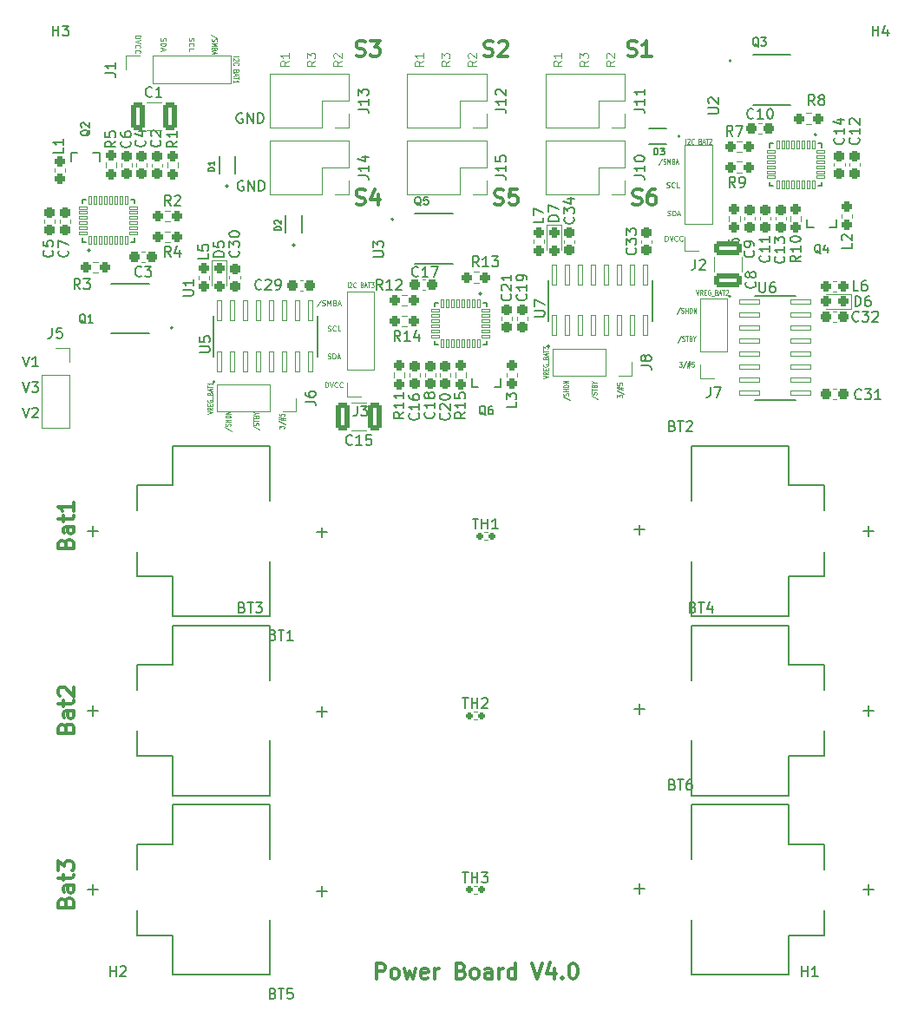
<source format=gto>
%TF.GenerationSoftware,KiCad,Pcbnew,6.0.7*%
%TF.CreationDate,2022-11-21T22:22:27-06:00*%
%TF.ProjectId,CubesatPwrBoard,43756265-7361-4745-9077-72426f617264,rev?*%
%TF.SameCoordinates,Original*%
%TF.FileFunction,Legend,Top*%
%TF.FilePolarity,Positive*%
%FSLAX46Y46*%
G04 Gerber Fmt 4.6, Leading zero omitted, Abs format (unit mm)*
G04 Created by KiCad (PCBNEW 6.0.7) date 2022-11-21 22:22:27*
%MOMM*%
%LPD*%
G01*
G04 APERTURE LIST*
G04 Aperture macros list*
%AMRoundRect*
0 Rectangle with rounded corners*
0 $1 Rounding radius*
0 $2 $3 $4 $5 $6 $7 $8 $9 X,Y pos of 4 corners*
0 Add a 4 corners polygon primitive as box body*
4,1,4,$2,$3,$4,$5,$6,$7,$8,$9,$2,$3,0*
0 Add four circle primitives for the rounded corners*
1,1,$1+$1,$2,$3*
1,1,$1+$1,$4,$5*
1,1,$1+$1,$6,$7*
1,1,$1+$1,$8,$9*
0 Add four rect primitives between the rounded corners*
20,1,$1+$1,$2,$3,$4,$5,0*
20,1,$1+$1,$4,$5,$6,$7,0*
20,1,$1+$1,$6,$7,$8,$9,0*
20,1,$1+$1,$8,$9,$2,$3,0*%
G04 Aperture macros list end*
%ADD10C,0.125000*%
%ADD11C,0.100000*%
%ADD12C,0.150000*%
%ADD13C,0.300000*%
%ADD14C,0.120000*%
%ADD15C,0.203200*%
%ADD16C,0.127000*%
%ADD17C,0.200000*%
%ADD18C,0.010000*%
%ADD19RoundRect,0.250000X-1.100000X0.412500X-1.100000X-0.412500X1.100000X-0.412500X1.100000X0.412500X0*%
%ADD20R,1.000000X1.400000*%
%ADD21RoundRect,0.237500X-0.250000X-0.237500X0.250000X-0.237500X0.250000X0.237500X-0.250000X0.237500X0*%
%ADD22RoundRect,0.237500X0.237500X-0.250000X0.237500X0.250000X-0.237500X0.250000X-0.237500X-0.250000X0*%
%ADD23R,1.700000X1.700000*%
%ADD24O,1.700000X1.700000*%
%ADD25RoundRect,0.237500X0.250000X0.237500X-0.250000X0.237500X-0.250000X-0.237500X0.250000X-0.237500X0*%
%ADD26RoundRect,0.237500X0.237500X-0.300000X0.237500X0.300000X-0.237500X0.300000X-0.237500X-0.300000X0*%
%ADD27RoundRect,0.237500X-0.237500X0.300000X-0.237500X-0.300000X0.237500X-0.300000X0.237500X0.300000X0*%
%ADD28R,1.270000X0.750000*%
%ADD29RoundRect,0.237500X-0.237500X0.287500X-0.237500X-0.287500X0.237500X-0.287500X0.237500X0.287500X0*%
%ADD30RoundRect,0.237500X-0.237500X0.250000X-0.237500X-0.250000X0.237500X-0.250000X0.237500X0.250000X0*%
%ADD31RoundRect,0.018900X-0.116100X0.411100X-0.116100X-0.411100X0.116100X-0.411100X0.116100X0.411100X0*%
%ADD32RoundRect,0.018900X-0.411100X-0.116100X0.411100X-0.116100X0.411100X0.116100X-0.411100X0.116100X0*%
%ADD33RoundRect,0.018900X0.116100X-0.411100X0.116100X0.411100X-0.116100X0.411100X-0.116100X-0.411100X0*%
%ADD34RoundRect,0.018900X0.411100X0.116100X-0.411100X0.116100X-0.411100X-0.116100X0.411100X-0.116100X0*%
%ADD35R,3.650000X2.650000*%
%ADD36RoundRect,0.237500X-0.300000X-0.237500X0.300000X-0.237500X0.300000X0.237500X-0.300000X0.237500X0*%
%ADD37RoundRect,0.250000X0.412500X1.100000X-0.412500X1.100000X-0.412500X-1.100000X0.412500X-1.100000X0*%
%ADD38RoundRect,0.250000X-0.412500X-1.100000X0.412500X-1.100000X0.412500X1.100000X-0.412500X1.100000X0*%
%ADD39C,7.500000*%
%ADD40RoundRect,0.237500X0.300000X0.237500X-0.300000X0.237500X-0.300000X-0.237500X0.300000X-0.237500X0*%
%ADD41RoundRect,0.041300X0.253700X-0.943700X0.253700X0.943700X-0.253700X0.943700X-0.253700X-0.943700X0*%
%ADD42R,0.900000X0.800000*%
%ADD43RoundRect,0.160000X-0.197500X-0.160000X0.197500X-0.160000X0.197500X0.160000X-0.197500X0.160000X0*%
%ADD44RoundRect,0.041300X-0.943700X-0.253700X0.943700X-0.253700X0.943700X0.253700X-0.943700X0.253700X0*%
%ADD45RoundRect,0.237500X0.287500X0.237500X-0.287500X0.237500X-0.287500X-0.237500X0.287500X-0.237500X0*%
%ADD46RoundRect,0.237500X0.237500X-0.287500X0.237500X0.287500X-0.237500X0.287500X-0.237500X-0.287500X0*%
%ADD47R,0.800000X0.900000*%
G04 APERTURE END LIST*
D10*
X170892261Y-66189940D02*
X170892261Y-65689940D01*
X171011309Y-65689940D01*
X171082738Y-65713750D01*
X171130357Y-65761369D01*
X171154166Y-65808988D01*
X171177976Y-65904226D01*
X171177976Y-65975654D01*
X171154166Y-66070892D01*
X171130357Y-66118511D01*
X171082738Y-66166130D01*
X171011309Y-66189940D01*
X170892261Y-66189940D01*
X171320833Y-65689940D02*
X171487500Y-66189940D01*
X171654166Y-65689940D01*
X172106547Y-66142321D02*
X172082738Y-66166130D01*
X172011309Y-66189940D01*
X171963690Y-66189940D01*
X171892261Y-66166130D01*
X171844642Y-66118511D01*
X171820833Y-66070892D01*
X171797023Y-65975654D01*
X171797023Y-65904226D01*
X171820833Y-65808988D01*
X171844642Y-65761369D01*
X171892261Y-65713750D01*
X171963690Y-65689940D01*
X172011309Y-65689940D01*
X172082738Y-65713750D01*
X172106547Y-65737559D01*
X172606547Y-66142321D02*
X172582738Y-66166130D01*
X172511309Y-66189940D01*
X172463690Y-66189940D01*
X172392261Y-66166130D01*
X172344642Y-66118511D01*
X172320833Y-66070892D01*
X172297023Y-65975654D01*
X172297023Y-65904226D01*
X172320833Y-65808988D01*
X172344642Y-65761369D01*
X172392261Y-65713750D01*
X172463690Y-65689940D01*
X172511309Y-65689940D01*
X172582738Y-65713750D01*
X172606547Y-65737559D01*
D11*
X172904107Y-56726190D02*
X172904107Y-56226190D01*
X173075535Y-56273809D02*
X173094583Y-56250000D01*
X173132678Y-56226190D01*
X173227916Y-56226190D01*
X173266011Y-56250000D01*
X173285059Y-56273809D01*
X173304107Y-56321428D01*
X173304107Y-56369047D01*
X173285059Y-56440476D01*
X173056488Y-56726190D01*
X173304107Y-56726190D01*
X173704107Y-56678571D02*
X173685059Y-56702380D01*
X173627916Y-56726190D01*
X173589821Y-56726190D01*
X173532678Y-56702380D01*
X173494583Y-56654761D01*
X173475535Y-56607142D01*
X173456488Y-56511904D01*
X173456488Y-56440476D01*
X173475535Y-56345238D01*
X173494583Y-56297619D01*
X173532678Y-56250000D01*
X173589821Y-56226190D01*
X173627916Y-56226190D01*
X173685059Y-56250000D01*
X173704107Y-56273809D01*
X174313630Y-56464285D02*
X174370773Y-56488095D01*
X174389821Y-56511904D01*
X174408869Y-56559523D01*
X174408869Y-56630952D01*
X174389821Y-56678571D01*
X174370773Y-56702380D01*
X174332678Y-56726190D01*
X174180297Y-56726190D01*
X174180297Y-56226190D01*
X174313630Y-56226190D01*
X174351726Y-56250000D01*
X174370773Y-56273809D01*
X174389821Y-56321428D01*
X174389821Y-56369047D01*
X174370773Y-56416666D01*
X174351726Y-56440476D01*
X174313630Y-56464285D01*
X174180297Y-56464285D01*
X174561250Y-56583333D02*
X174751726Y-56583333D01*
X174523154Y-56726190D02*
X174656488Y-56226190D01*
X174789821Y-56726190D01*
X174866011Y-56226190D02*
X175094583Y-56226190D01*
X174980297Y-56726190D02*
X174980297Y-56226190D01*
X175208869Y-56273809D02*
X175227916Y-56250000D01*
X175266011Y-56226190D01*
X175361250Y-56226190D01*
X175399345Y-56250000D01*
X175418392Y-56273809D01*
X175437440Y-56321428D01*
X175437440Y-56369047D01*
X175418392Y-56440476D01*
X175189821Y-56726190D01*
X175437440Y-56726190D01*
X170618452Y-58166130D02*
X170275595Y-58808988D01*
X170732738Y-58666130D02*
X170789880Y-58689940D01*
X170885119Y-58689940D01*
X170923214Y-58666130D01*
X170942261Y-58642321D01*
X170961309Y-58594702D01*
X170961309Y-58547083D01*
X170942261Y-58499464D01*
X170923214Y-58475654D01*
X170885119Y-58451845D01*
X170808928Y-58428035D01*
X170770833Y-58404226D01*
X170751785Y-58380416D01*
X170732738Y-58332797D01*
X170732738Y-58285178D01*
X170751785Y-58237559D01*
X170770833Y-58213750D01*
X170808928Y-58189940D01*
X170904166Y-58189940D01*
X170961309Y-58213750D01*
X171132738Y-58689940D02*
X171132738Y-58189940D01*
X171266071Y-58547083D01*
X171399404Y-58189940D01*
X171399404Y-58689940D01*
X171723214Y-58428035D02*
X171780357Y-58451845D01*
X171799404Y-58475654D01*
X171818452Y-58523273D01*
X171818452Y-58594702D01*
X171799404Y-58642321D01*
X171780357Y-58666130D01*
X171742261Y-58689940D01*
X171589880Y-58689940D01*
X171589880Y-58189940D01*
X171723214Y-58189940D01*
X171761309Y-58213750D01*
X171780357Y-58237559D01*
X171799404Y-58285178D01*
X171799404Y-58332797D01*
X171780357Y-58380416D01*
X171761309Y-58404226D01*
X171723214Y-58428035D01*
X171589880Y-58428035D01*
X171970833Y-58547083D02*
X172161309Y-58547083D01*
X171932738Y-58689940D02*
X172066071Y-58189940D01*
X172199404Y-58689940D01*
D10*
X171130357Y-63702380D02*
X171201785Y-63726190D01*
X171320833Y-63726190D01*
X171368452Y-63702380D01*
X171392261Y-63678571D01*
X171416071Y-63630952D01*
X171416071Y-63583333D01*
X171392261Y-63535714D01*
X171368452Y-63511904D01*
X171320833Y-63488095D01*
X171225595Y-63464285D01*
X171177976Y-63440476D01*
X171154166Y-63416666D01*
X171130357Y-63369047D01*
X171130357Y-63321428D01*
X171154166Y-63273809D01*
X171177976Y-63250000D01*
X171225595Y-63226190D01*
X171344642Y-63226190D01*
X171416071Y-63250000D01*
X171630357Y-63726190D02*
X171630357Y-63226190D01*
X171749404Y-63226190D01*
X171820833Y-63250000D01*
X171868452Y-63297619D01*
X171892261Y-63345238D01*
X171916071Y-63440476D01*
X171916071Y-63511904D01*
X171892261Y-63607142D01*
X171868452Y-63654761D01*
X171820833Y-63702380D01*
X171749404Y-63726190D01*
X171630357Y-63726190D01*
X172106547Y-63583333D02*
X172344642Y-63583333D01*
X172058928Y-63726190D02*
X172225595Y-63226190D01*
X172392261Y-63726190D01*
X171054761Y-60952380D02*
X171126190Y-60976190D01*
X171245238Y-60976190D01*
X171292857Y-60952380D01*
X171316666Y-60928571D01*
X171340476Y-60880952D01*
X171340476Y-60833333D01*
X171316666Y-60785714D01*
X171292857Y-60761904D01*
X171245238Y-60738095D01*
X171150000Y-60714285D01*
X171102380Y-60690476D01*
X171078571Y-60666666D01*
X171054761Y-60619047D01*
X171054761Y-60571428D01*
X171078571Y-60523809D01*
X171102380Y-60500000D01*
X171150000Y-60476190D01*
X171269047Y-60476190D01*
X171340476Y-60500000D01*
X171840476Y-60928571D02*
X171816666Y-60952380D01*
X171745238Y-60976190D01*
X171697619Y-60976190D01*
X171626190Y-60952380D01*
X171578571Y-60904761D01*
X171554761Y-60857142D01*
X171530952Y-60761904D01*
X171530952Y-60690476D01*
X171554761Y-60595238D01*
X171578571Y-60547619D01*
X171626190Y-60500000D01*
X171697619Y-60476190D01*
X171745238Y-60476190D01*
X171816666Y-60500000D01*
X171840476Y-60523809D01*
X172292857Y-60976190D02*
X172054761Y-60976190D01*
X172054761Y-60476190D01*
D12*
X108190476Y-79952380D02*
X108523809Y-80952380D01*
X108857142Y-79952380D01*
X109095238Y-79952380D02*
X109714285Y-79952380D01*
X109380952Y-80333333D01*
X109523809Y-80333333D01*
X109619047Y-80380952D01*
X109666666Y-80428571D01*
X109714285Y-80523809D01*
X109714285Y-80761904D01*
X109666666Y-80857142D01*
X109619047Y-80904761D01*
X109523809Y-80952380D01*
X109238095Y-80952380D01*
X109142857Y-80904761D01*
X109095238Y-80857142D01*
D11*
X130702380Y-84292857D02*
X131345238Y-84635714D01*
X131202380Y-84178571D02*
X131226190Y-84121428D01*
X131226190Y-84026190D01*
X131202380Y-83988095D01*
X131178571Y-83969047D01*
X131130952Y-83950000D01*
X131083333Y-83950000D01*
X131035714Y-83969047D01*
X131011904Y-83988095D01*
X130988095Y-84026190D01*
X130964285Y-84102380D01*
X130940476Y-84140476D01*
X130916666Y-84159523D01*
X130869047Y-84178571D01*
X130821428Y-84178571D01*
X130773809Y-84159523D01*
X130750000Y-84140476D01*
X130726190Y-84102380D01*
X130726190Y-84007142D01*
X130750000Y-83950000D01*
X130726190Y-83835714D02*
X130726190Y-83607142D01*
X131226190Y-83721428D02*
X130726190Y-83721428D01*
X130964285Y-83340476D02*
X130988095Y-83283333D01*
X131011904Y-83264285D01*
X131059523Y-83245238D01*
X131130952Y-83245238D01*
X131178571Y-83264285D01*
X131202380Y-83283333D01*
X131226190Y-83321428D01*
X131226190Y-83473809D01*
X130726190Y-83473809D01*
X130726190Y-83340476D01*
X130750000Y-83302380D01*
X130773809Y-83283333D01*
X130821428Y-83264285D01*
X130869047Y-83264285D01*
X130916666Y-83283333D01*
X130940476Y-83302380D01*
X130964285Y-83340476D01*
X130964285Y-83473809D01*
X130988095Y-82997619D02*
X131226190Y-82997619D01*
X130726190Y-83130952D02*
X130988095Y-82997619D01*
X130726190Y-82864285D01*
D12*
X108190476Y-77452380D02*
X108523809Y-78452380D01*
X108857142Y-77452380D01*
X109714285Y-78452380D02*
X109142857Y-78452380D01*
X109428571Y-78452380D02*
X109428571Y-77452380D01*
X109333333Y-77595238D01*
X109238095Y-77690476D01*
X109142857Y-77738095D01*
D11*
X160952380Y-81388095D02*
X161595238Y-81730952D01*
X161452380Y-81273809D02*
X161476190Y-81216666D01*
X161476190Y-81121428D01*
X161452380Y-81083333D01*
X161428571Y-81064285D01*
X161380952Y-81045238D01*
X161333333Y-81045238D01*
X161285714Y-81064285D01*
X161261904Y-81083333D01*
X161238095Y-81121428D01*
X161214285Y-81197619D01*
X161190476Y-81235714D01*
X161166666Y-81254761D01*
X161119047Y-81273809D01*
X161071428Y-81273809D01*
X161023809Y-81254761D01*
X161000000Y-81235714D01*
X160976190Y-81197619D01*
X160976190Y-81102380D01*
X161000000Y-81045238D01*
X161476190Y-80873809D02*
X160976190Y-80873809D01*
X161214285Y-80873809D02*
X161214285Y-80645238D01*
X161476190Y-80645238D02*
X160976190Y-80645238D01*
X161476190Y-80454761D02*
X160976190Y-80454761D01*
X160976190Y-80359523D01*
X161000000Y-80302380D01*
X161047619Y-80264285D01*
X161095238Y-80245238D01*
X161190476Y-80226190D01*
X161261904Y-80226190D01*
X161357142Y-80245238D01*
X161404761Y-80264285D01*
X161452380Y-80302380D01*
X161476190Y-80359523D01*
X161476190Y-80454761D01*
X161476190Y-80054761D02*
X160976190Y-80054761D01*
X161476190Y-79826190D01*
X160976190Y-79826190D01*
D10*
X137975065Y-74952380D02*
X138046494Y-74976190D01*
X138165542Y-74976190D01*
X138213161Y-74952380D01*
X138236970Y-74928571D01*
X138260780Y-74880952D01*
X138260780Y-74833333D01*
X138236970Y-74785714D01*
X138213161Y-74761904D01*
X138165542Y-74738095D01*
X138070304Y-74714285D01*
X138022684Y-74690476D01*
X137998875Y-74666666D01*
X137975065Y-74619047D01*
X137975065Y-74571428D01*
X137998875Y-74523809D01*
X138022684Y-74500000D01*
X138070304Y-74476190D01*
X138189351Y-74476190D01*
X138260780Y-74500000D01*
X138760780Y-74928571D02*
X138736970Y-74952380D01*
X138665542Y-74976190D01*
X138617923Y-74976190D01*
X138546494Y-74952380D01*
X138498875Y-74904761D01*
X138475065Y-74857142D01*
X138451256Y-74761904D01*
X138451256Y-74690476D01*
X138475065Y-74595238D01*
X138498875Y-74547619D01*
X138546494Y-74500000D01*
X138617923Y-74476190D01*
X138665542Y-74476190D01*
X138736970Y-74500000D01*
X138760780Y-74523809D01*
X139213161Y-74976190D02*
X138975065Y-74976190D01*
X138975065Y-74476190D01*
D12*
X129638095Y-53750000D02*
X129542857Y-53702380D01*
X129400000Y-53702380D01*
X129257142Y-53750000D01*
X129161904Y-53845238D01*
X129114285Y-53940476D01*
X129066666Y-54130952D01*
X129066666Y-54273809D01*
X129114285Y-54464285D01*
X129161904Y-54559523D01*
X129257142Y-54654761D01*
X129400000Y-54702380D01*
X129495238Y-54702380D01*
X129638095Y-54654761D01*
X129685714Y-54607142D01*
X129685714Y-54273809D01*
X129495238Y-54273809D01*
X130114285Y-54702380D02*
X130114285Y-53702380D01*
X130685714Y-54702380D01*
X130685714Y-53702380D01*
X131161904Y-54702380D02*
X131161904Y-53702380D01*
X131400000Y-53702380D01*
X131542857Y-53750000D01*
X131638095Y-53845238D01*
X131685714Y-53940476D01*
X131733333Y-54130952D01*
X131733333Y-54273809D01*
X131685714Y-54464285D01*
X131638095Y-54559523D01*
X131542857Y-54654761D01*
X131400000Y-54702380D01*
X131161904Y-54702380D01*
D11*
X139919411Y-70726190D02*
X139919411Y-70226190D01*
X140090839Y-70273809D02*
X140109887Y-70250000D01*
X140147982Y-70226190D01*
X140243220Y-70226190D01*
X140281315Y-70250000D01*
X140300363Y-70273809D01*
X140319411Y-70321428D01*
X140319411Y-70369047D01*
X140300363Y-70440476D01*
X140071792Y-70726190D01*
X140319411Y-70726190D01*
X140719411Y-70678571D02*
X140700363Y-70702380D01*
X140643220Y-70726190D01*
X140605125Y-70726190D01*
X140547982Y-70702380D01*
X140509887Y-70654761D01*
X140490839Y-70607142D01*
X140471792Y-70511904D01*
X140471792Y-70440476D01*
X140490839Y-70345238D01*
X140509887Y-70297619D01*
X140547982Y-70250000D01*
X140605125Y-70226190D01*
X140643220Y-70226190D01*
X140700363Y-70250000D01*
X140719411Y-70273809D01*
X141328934Y-70464285D02*
X141386077Y-70488095D01*
X141405125Y-70511904D01*
X141424173Y-70559523D01*
X141424173Y-70630952D01*
X141405125Y-70678571D01*
X141386077Y-70702380D01*
X141347982Y-70726190D01*
X141195601Y-70726190D01*
X141195601Y-70226190D01*
X141328934Y-70226190D01*
X141367030Y-70250000D01*
X141386077Y-70273809D01*
X141405125Y-70321428D01*
X141405125Y-70369047D01*
X141386077Y-70416666D01*
X141367030Y-70440476D01*
X141328934Y-70464285D01*
X141195601Y-70464285D01*
X141576554Y-70583333D02*
X141767030Y-70583333D01*
X141538458Y-70726190D02*
X141671792Y-70226190D01*
X141805125Y-70726190D01*
X141881315Y-70226190D02*
X142109887Y-70226190D01*
X141995601Y-70726190D02*
X141995601Y-70226190D01*
X142205125Y-70226190D02*
X142452744Y-70226190D01*
X142319411Y-70416666D01*
X142376554Y-70416666D01*
X142414649Y-70440476D01*
X142433696Y-70464285D01*
X142452744Y-70511904D01*
X142452744Y-70630952D01*
X142433696Y-70678571D01*
X142414649Y-70702380D01*
X142376554Y-70726190D01*
X142262268Y-70726190D01*
X142224173Y-70702380D01*
X142205125Y-70678571D01*
D10*
X121697619Y-46392857D02*
X121673809Y-46464285D01*
X121673809Y-46583333D01*
X121697619Y-46630952D01*
X121721428Y-46654761D01*
X121769047Y-46678571D01*
X121816666Y-46678571D01*
X121864285Y-46654761D01*
X121888095Y-46630952D01*
X121911904Y-46583333D01*
X121935714Y-46488095D01*
X121959523Y-46440476D01*
X121983333Y-46416666D01*
X122030952Y-46392857D01*
X122078571Y-46392857D01*
X122126190Y-46416666D01*
X122150000Y-46440476D01*
X122173809Y-46488095D01*
X122173809Y-46607142D01*
X122150000Y-46678571D01*
X121673809Y-46892857D02*
X122173809Y-46892857D01*
X122173809Y-47011904D01*
X122150000Y-47083333D01*
X122102380Y-47130952D01*
X122054761Y-47154761D01*
X121959523Y-47178571D01*
X121888095Y-47178571D01*
X121792857Y-47154761D01*
X121745238Y-47130952D01*
X121697619Y-47083333D01*
X121673809Y-47011904D01*
X121673809Y-46892857D01*
X121816666Y-47369047D02*
X121816666Y-47607142D01*
X121673809Y-47321428D02*
X122173809Y-47488095D01*
X121673809Y-47654761D01*
D11*
X147285904Y-48633333D02*
X146904952Y-48900000D01*
X147285904Y-49090476D02*
X146485904Y-49090476D01*
X146485904Y-48785714D01*
X146524000Y-48709523D01*
X146562095Y-48671428D01*
X146638285Y-48633333D01*
X146752571Y-48633333D01*
X146828761Y-48671428D01*
X146866857Y-48709523D01*
X146904952Y-48785714D01*
X146904952Y-49090476D01*
X147285904Y-47871428D02*
X147285904Y-48328571D01*
X147285904Y-48100000D02*
X146485904Y-48100000D01*
X146600190Y-48176190D01*
X146676380Y-48252380D01*
X146714476Y-48328571D01*
X149861904Y-48633333D02*
X149480952Y-48900000D01*
X149861904Y-49090476D02*
X149061904Y-49090476D01*
X149061904Y-48785714D01*
X149100000Y-48709523D01*
X149138095Y-48671428D01*
X149214285Y-48633333D01*
X149328571Y-48633333D01*
X149404761Y-48671428D01*
X149442857Y-48709523D01*
X149480952Y-48785714D01*
X149480952Y-49090476D01*
X149061904Y-48366666D02*
X149061904Y-47871428D01*
X149366666Y-48138095D01*
X149366666Y-48023809D01*
X149404761Y-47947619D01*
X149442857Y-47909523D01*
X149519047Y-47871428D01*
X149709523Y-47871428D01*
X149785714Y-47909523D01*
X149823809Y-47947619D01*
X149861904Y-48023809D01*
X149861904Y-48252380D01*
X149823809Y-48328571D01*
X149785714Y-48366666D01*
X152437904Y-48633333D02*
X152056952Y-48900000D01*
X152437904Y-49090476D02*
X151637904Y-49090476D01*
X151637904Y-48785714D01*
X151676000Y-48709523D01*
X151714095Y-48671428D01*
X151790285Y-48633333D01*
X151904571Y-48633333D01*
X151980761Y-48671428D01*
X152018857Y-48709523D01*
X152056952Y-48785714D01*
X152056952Y-49090476D01*
X151714095Y-48328571D02*
X151676000Y-48290476D01*
X151637904Y-48214285D01*
X151637904Y-48023809D01*
X151676000Y-47947619D01*
X151714095Y-47909523D01*
X151790285Y-47871428D01*
X151866476Y-47871428D01*
X151980761Y-47909523D01*
X152437904Y-48366666D01*
X152437904Y-47871428D01*
D12*
X108190476Y-82452380D02*
X108523809Y-83452380D01*
X108857142Y-82452380D01*
X109142857Y-82547619D02*
X109190476Y-82500000D01*
X109285714Y-82452380D01*
X109523809Y-82452380D01*
X109619047Y-82500000D01*
X109666666Y-82547619D01*
X109714285Y-82642857D01*
X109714285Y-82738095D01*
X109666666Y-82880952D01*
X109095238Y-83452380D01*
X109714285Y-83452380D01*
D11*
X127197619Y-46380952D02*
X126554761Y-46038095D01*
X126697619Y-46495238D02*
X126673809Y-46552380D01*
X126673809Y-46647619D01*
X126697619Y-46685714D01*
X126721428Y-46704761D01*
X126769047Y-46723809D01*
X126816666Y-46723809D01*
X126864285Y-46704761D01*
X126888095Y-46685714D01*
X126911904Y-46647619D01*
X126935714Y-46571428D01*
X126959523Y-46533333D01*
X126983333Y-46514285D01*
X127030952Y-46495238D01*
X127078571Y-46495238D01*
X127126190Y-46514285D01*
X127150000Y-46533333D01*
X127173809Y-46571428D01*
X127173809Y-46666666D01*
X127150000Y-46723809D01*
X126673809Y-46895238D02*
X127173809Y-46895238D01*
X126816666Y-47028571D01*
X127173809Y-47161904D01*
X126673809Y-47161904D01*
X126935714Y-47485714D02*
X126911904Y-47542857D01*
X126888095Y-47561904D01*
X126840476Y-47580952D01*
X126769047Y-47580952D01*
X126721428Y-47561904D01*
X126697619Y-47542857D01*
X126673809Y-47504761D01*
X126673809Y-47352380D01*
X127173809Y-47352380D01*
X127173809Y-47485714D01*
X127150000Y-47523809D01*
X127126190Y-47542857D01*
X127078571Y-47561904D01*
X127030952Y-47561904D01*
X126983333Y-47542857D01*
X126959523Y-47523809D01*
X126935714Y-47485714D01*
X126935714Y-47352380D01*
X126816666Y-47733333D02*
X126816666Y-47923809D01*
X126673809Y-47695238D02*
X127173809Y-47828571D01*
X126673809Y-47961904D01*
X128773809Y-48217857D02*
X129273809Y-48217857D01*
X129226190Y-48389285D02*
X129250000Y-48408333D01*
X129273809Y-48446428D01*
X129273809Y-48541666D01*
X129250000Y-48579761D01*
X129226190Y-48598809D01*
X129178571Y-48617857D01*
X129130952Y-48617857D01*
X129059523Y-48598809D01*
X128773809Y-48370238D01*
X128773809Y-48617857D01*
X128821428Y-49017857D02*
X128797619Y-48998809D01*
X128773809Y-48941666D01*
X128773809Y-48903571D01*
X128797619Y-48846428D01*
X128845238Y-48808333D01*
X128892857Y-48789285D01*
X128988095Y-48770238D01*
X129059523Y-48770238D01*
X129154761Y-48789285D01*
X129202380Y-48808333D01*
X129250000Y-48846428D01*
X129273809Y-48903571D01*
X129273809Y-48941666D01*
X129250000Y-48998809D01*
X129226190Y-49017857D01*
X129035714Y-49627380D02*
X129011904Y-49684523D01*
X128988095Y-49703571D01*
X128940476Y-49722619D01*
X128869047Y-49722619D01*
X128821428Y-49703571D01*
X128797619Y-49684523D01*
X128773809Y-49646428D01*
X128773809Y-49494047D01*
X129273809Y-49494047D01*
X129273809Y-49627380D01*
X129250000Y-49665476D01*
X129226190Y-49684523D01*
X129178571Y-49703571D01*
X129130952Y-49703571D01*
X129083333Y-49684523D01*
X129059523Y-49665476D01*
X129035714Y-49627380D01*
X129035714Y-49494047D01*
X128916666Y-49875000D02*
X128916666Y-50065476D01*
X128773809Y-49836904D02*
X129273809Y-49970238D01*
X128773809Y-50103571D01*
X129273809Y-50179761D02*
X129273809Y-50408333D01*
X128773809Y-50294047D02*
X129273809Y-50294047D01*
X128773809Y-50751190D02*
X128773809Y-50522619D01*
X128773809Y-50636904D02*
X129273809Y-50636904D01*
X129202380Y-50598809D01*
X129154761Y-50560714D01*
X129130952Y-50522619D01*
D13*
X142714285Y-138178571D02*
X142714285Y-136678571D01*
X143285714Y-136678571D01*
X143428571Y-136750000D01*
X143500000Y-136821428D01*
X143571428Y-136964285D01*
X143571428Y-137178571D01*
X143500000Y-137321428D01*
X143428571Y-137392857D01*
X143285714Y-137464285D01*
X142714285Y-137464285D01*
X144428571Y-138178571D02*
X144285714Y-138107142D01*
X144214285Y-138035714D01*
X144142857Y-137892857D01*
X144142857Y-137464285D01*
X144214285Y-137321428D01*
X144285714Y-137250000D01*
X144428571Y-137178571D01*
X144642857Y-137178571D01*
X144785714Y-137250000D01*
X144857142Y-137321428D01*
X144928571Y-137464285D01*
X144928571Y-137892857D01*
X144857142Y-138035714D01*
X144785714Y-138107142D01*
X144642857Y-138178571D01*
X144428571Y-138178571D01*
X145428571Y-137178571D02*
X145714285Y-138178571D01*
X146000000Y-137464285D01*
X146285714Y-138178571D01*
X146571428Y-137178571D01*
X147714285Y-138107142D02*
X147571428Y-138178571D01*
X147285714Y-138178571D01*
X147142857Y-138107142D01*
X147071428Y-137964285D01*
X147071428Y-137392857D01*
X147142857Y-137250000D01*
X147285714Y-137178571D01*
X147571428Y-137178571D01*
X147714285Y-137250000D01*
X147785714Y-137392857D01*
X147785714Y-137535714D01*
X147071428Y-137678571D01*
X148428571Y-138178571D02*
X148428571Y-137178571D01*
X148428571Y-137464285D02*
X148500000Y-137321428D01*
X148571428Y-137250000D01*
X148714285Y-137178571D01*
X148857142Y-137178571D01*
X151000000Y-137392857D02*
X151214285Y-137464285D01*
X151285714Y-137535714D01*
X151357142Y-137678571D01*
X151357142Y-137892857D01*
X151285714Y-138035714D01*
X151214285Y-138107142D01*
X151071428Y-138178571D01*
X150500000Y-138178571D01*
X150500000Y-136678571D01*
X151000000Y-136678571D01*
X151142857Y-136750000D01*
X151214285Y-136821428D01*
X151285714Y-136964285D01*
X151285714Y-137107142D01*
X151214285Y-137250000D01*
X151142857Y-137321428D01*
X151000000Y-137392857D01*
X150500000Y-137392857D01*
X152214285Y-138178571D02*
X152071428Y-138107142D01*
X152000000Y-138035714D01*
X151928571Y-137892857D01*
X151928571Y-137464285D01*
X152000000Y-137321428D01*
X152071428Y-137250000D01*
X152214285Y-137178571D01*
X152428571Y-137178571D01*
X152571428Y-137250000D01*
X152642857Y-137321428D01*
X152714285Y-137464285D01*
X152714285Y-137892857D01*
X152642857Y-138035714D01*
X152571428Y-138107142D01*
X152428571Y-138178571D01*
X152214285Y-138178571D01*
X154000000Y-138178571D02*
X154000000Y-137392857D01*
X153928571Y-137250000D01*
X153785714Y-137178571D01*
X153500000Y-137178571D01*
X153357142Y-137250000D01*
X154000000Y-138107142D02*
X153857142Y-138178571D01*
X153500000Y-138178571D01*
X153357142Y-138107142D01*
X153285714Y-137964285D01*
X153285714Y-137821428D01*
X153357142Y-137678571D01*
X153500000Y-137607142D01*
X153857142Y-137607142D01*
X154000000Y-137535714D01*
X154714285Y-138178571D02*
X154714285Y-137178571D01*
X154714285Y-137464285D02*
X154785714Y-137321428D01*
X154857142Y-137250000D01*
X155000000Y-137178571D01*
X155142857Y-137178571D01*
X156285714Y-138178571D02*
X156285714Y-136678571D01*
X156285714Y-138107142D02*
X156142857Y-138178571D01*
X155857142Y-138178571D01*
X155714285Y-138107142D01*
X155642857Y-138035714D01*
X155571428Y-137892857D01*
X155571428Y-137464285D01*
X155642857Y-137321428D01*
X155714285Y-137250000D01*
X155857142Y-137178571D01*
X156142857Y-137178571D01*
X156285714Y-137250000D01*
X157928571Y-136678571D02*
X158428571Y-138178571D01*
X158928571Y-136678571D01*
X160071428Y-137178571D02*
X160071428Y-138178571D01*
X159714285Y-136607142D02*
X159357142Y-137678571D01*
X160285714Y-137678571D01*
X160857142Y-138035714D02*
X160928571Y-138107142D01*
X160857142Y-138178571D01*
X160785714Y-138107142D01*
X160857142Y-138035714D01*
X160857142Y-138178571D01*
X161857142Y-136678571D02*
X162000000Y-136678571D01*
X162142857Y-136750000D01*
X162214285Y-136821428D01*
X162285714Y-136964285D01*
X162357142Y-137250000D01*
X162357142Y-137607142D01*
X162285714Y-137892857D01*
X162214285Y-138035714D01*
X162142857Y-138107142D01*
X162000000Y-138178571D01*
X161857142Y-138178571D01*
X161714285Y-138107142D01*
X161642857Y-138035714D01*
X161571428Y-137892857D01*
X161500000Y-137607142D01*
X161500000Y-137250000D01*
X161571428Y-136964285D01*
X161642857Y-136821428D01*
X161714285Y-136750000D01*
X161857142Y-136678571D01*
D10*
X137725065Y-80476190D02*
X137725065Y-79976190D01*
X137844113Y-79976190D01*
X137915542Y-80000000D01*
X137963161Y-80047619D01*
X137986970Y-80095238D01*
X138010780Y-80190476D01*
X138010780Y-80261904D01*
X137986970Y-80357142D01*
X137963161Y-80404761D01*
X137915542Y-80452380D01*
X137844113Y-80476190D01*
X137725065Y-80476190D01*
X138153637Y-79976190D02*
X138320304Y-80476190D01*
X138486970Y-79976190D01*
X138939351Y-80428571D02*
X138915542Y-80452380D01*
X138844113Y-80476190D01*
X138796494Y-80476190D01*
X138725065Y-80452380D01*
X138677446Y-80404761D01*
X138653637Y-80357142D01*
X138629827Y-80261904D01*
X138629827Y-80190476D01*
X138653637Y-80095238D01*
X138677446Y-80047619D01*
X138725065Y-80000000D01*
X138796494Y-79976190D01*
X138844113Y-79976190D01*
X138915542Y-80000000D01*
X138939351Y-80023809D01*
X139439351Y-80428571D02*
X139415542Y-80452380D01*
X139344113Y-80476190D01*
X139296494Y-80476190D01*
X139225065Y-80452380D01*
X139177446Y-80404761D01*
X139153637Y-80357142D01*
X139129827Y-80261904D01*
X139129827Y-80190476D01*
X139153637Y-80095238D01*
X139177446Y-80047619D01*
X139225065Y-80000000D01*
X139296494Y-79976190D01*
X139344113Y-79976190D01*
X139415542Y-80000000D01*
X139439351Y-80023809D01*
D13*
X167257142Y-48107142D02*
X167471428Y-48178571D01*
X167828571Y-48178571D01*
X167971428Y-48107142D01*
X168042857Y-48035714D01*
X168114285Y-47892857D01*
X168114285Y-47750000D01*
X168042857Y-47607142D01*
X167971428Y-47535714D01*
X167828571Y-47464285D01*
X167542857Y-47392857D01*
X167400000Y-47321428D01*
X167328571Y-47250000D01*
X167257142Y-47107142D01*
X167257142Y-46964285D01*
X167328571Y-46821428D01*
X167400000Y-46750000D01*
X167542857Y-46678571D01*
X167900000Y-46678571D01*
X168114285Y-46750000D01*
X169542857Y-48178571D02*
X168685714Y-48178571D01*
X169114285Y-48178571D02*
X169114285Y-46678571D01*
X168971428Y-46892857D01*
X168828571Y-47035714D01*
X168685714Y-47107142D01*
D11*
X127952380Y-84388095D02*
X128595238Y-84730952D01*
X128452380Y-84273809D02*
X128476190Y-84216666D01*
X128476190Y-84121428D01*
X128452380Y-84083333D01*
X128428571Y-84064285D01*
X128380952Y-84045238D01*
X128333333Y-84045238D01*
X128285714Y-84064285D01*
X128261904Y-84083333D01*
X128238095Y-84121428D01*
X128214285Y-84197619D01*
X128190476Y-84235714D01*
X128166666Y-84254761D01*
X128119047Y-84273809D01*
X128071428Y-84273809D01*
X128023809Y-84254761D01*
X128000000Y-84235714D01*
X127976190Y-84197619D01*
X127976190Y-84102380D01*
X128000000Y-84045238D01*
X128476190Y-83873809D02*
X127976190Y-83873809D01*
X128214285Y-83873809D02*
X128214285Y-83645238D01*
X128476190Y-83645238D02*
X127976190Y-83645238D01*
X128476190Y-83454761D02*
X127976190Y-83454761D01*
X127976190Y-83359523D01*
X128000000Y-83302380D01*
X128047619Y-83264285D01*
X128095238Y-83245238D01*
X128190476Y-83226190D01*
X128261904Y-83226190D01*
X128357142Y-83245238D01*
X128404761Y-83264285D01*
X128452380Y-83302380D01*
X128476190Y-83359523D01*
X128476190Y-83454761D01*
X128476190Y-83054761D02*
X127976190Y-83054761D01*
X128476190Y-82826190D01*
X127976190Y-82826190D01*
D13*
X140757142Y-48107142D02*
X140971428Y-48178571D01*
X141328571Y-48178571D01*
X141471428Y-48107142D01*
X141542857Y-48035714D01*
X141614285Y-47892857D01*
X141614285Y-47750000D01*
X141542857Y-47607142D01*
X141471428Y-47535714D01*
X141328571Y-47464285D01*
X141042857Y-47392857D01*
X140900000Y-47321428D01*
X140828571Y-47250000D01*
X140757142Y-47107142D01*
X140757142Y-46964285D01*
X140828571Y-46821428D01*
X140900000Y-46750000D01*
X141042857Y-46678571D01*
X141400000Y-46678571D01*
X141614285Y-46750000D01*
X142114285Y-46678571D02*
X143042857Y-46678571D01*
X142542857Y-47250000D01*
X142757142Y-47250000D01*
X142900000Y-47321428D01*
X142971428Y-47392857D01*
X143042857Y-47535714D01*
X143042857Y-47892857D01*
X142971428Y-48035714D01*
X142900000Y-48107142D01*
X142757142Y-48178571D01*
X142328571Y-48178571D01*
X142185714Y-48107142D01*
X142114285Y-48035714D01*
X112392857Y-130714285D02*
X112464285Y-130500000D01*
X112535714Y-130428571D01*
X112678571Y-130357142D01*
X112892857Y-130357142D01*
X113035714Y-130428571D01*
X113107142Y-130500000D01*
X113178571Y-130642857D01*
X113178571Y-131214285D01*
X111678571Y-131214285D01*
X111678571Y-130714285D01*
X111750000Y-130571428D01*
X111821428Y-130500000D01*
X111964285Y-130428571D01*
X112107142Y-130428571D01*
X112250000Y-130500000D01*
X112321428Y-130571428D01*
X112392857Y-130714285D01*
X112392857Y-131214285D01*
X113178571Y-129071428D02*
X112392857Y-129071428D01*
X112250000Y-129142857D01*
X112178571Y-129285714D01*
X112178571Y-129571428D01*
X112250000Y-129714285D01*
X113107142Y-129071428D02*
X113178571Y-129214285D01*
X113178571Y-129571428D01*
X113107142Y-129714285D01*
X112964285Y-129785714D01*
X112821428Y-129785714D01*
X112678571Y-129714285D01*
X112607142Y-129571428D01*
X112607142Y-129214285D01*
X112535714Y-129071428D01*
X112178571Y-128571428D02*
X112178571Y-128000000D01*
X111678571Y-128357142D02*
X112964285Y-128357142D01*
X113107142Y-128285714D01*
X113178571Y-128142857D01*
X113178571Y-128000000D01*
X111678571Y-127642857D02*
X111678571Y-126714285D01*
X112250000Y-127214285D01*
X112250000Y-127000000D01*
X112321428Y-126857142D01*
X112392857Y-126785714D01*
X112535714Y-126714285D01*
X112892857Y-126714285D01*
X113035714Y-126785714D01*
X113107142Y-126857142D01*
X113178571Y-127000000D01*
X113178571Y-127428571D01*
X113107142Y-127571428D01*
X113035714Y-127642857D01*
X112392857Y-95714285D02*
X112464285Y-95500000D01*
X112535714Y-95428571D01*
X112678571Y-95357142D01*
X112892857Y-95357142D01*
X113035714Y-95428571D01*
X113107142Y-95500000D01*
X113178571Y-95642857D01*
X113178571Y-96214285D01*
X111678571Y-96214285D01*
X111678571Y-95714285D01*
X111750000Y-95571428D01*
X111821428Y-95500000D01*
X111964285Y-95428571D01*
X112107142Y-95428571D01*
X112250000Y-95500000D01*
X112321428Y-95571428D01*
X112392857Y-95714285D01*
X112392857Y-96214285D01*
X113178571Y-94071428D02*
X112392857Y-94071428D01*
X112250000Y-94142857D01*
X112178571Y-94285714D01*
X112178571Y-94571428D01*
X112250000Y-94714285D01*
X113107142Y-94071428D02*
X113178571Y-94214285D01*
X113178571Y-94571428D01*
X113107142Y-94714285D01*
X112964285Y-94785714D01*
X112821428Y-94785714D01*
X112678571Y-94714285D01*
X112607142Y-94571428D01*
X112607142Y-94214285D01*
X112535714Y-94071428D01*
X112178571Y-93571428D02*
X112178571Y-93000000D01*
X111678571Y-93357142D02*
X112964285Y-93357142D01*
X113107142Y-93285714D01*
X113178571Y-93142857D01*
X113178571Y-93000000D01*
X113178571Y-91714285D02*
X113178571Y-92571428D01*
X113178571Y-92142857D02*
X111678571Y-92142857D01*
X111892857Y-92285714D01*
X112035714Y-92428571D01*
X112107142Y-92571428D01*
D11*
X163702380Y-81292857D02*
X164345238Y-81635714D01*
X164202380Y-81178571D02*
X164226190Y-81121428D01*
X164226190Y-81026190D01*
X164202380Y-80988095D01*
X164178571Y-80969047D01*
X164130952Y-80950000D01*
X164083333Y-80950000D01*
X164035714Y-80969047D01*
X164011904Y-80988095D01*
X163988095Y-81026190D01*
X163964285Y-81102380D01*
X163940476Y-81140476D01*
X163916666Y-81159523D01*
X163869047Y-81178571D01*
X163821428Y-81178571D01*
X163773809Y-81159523D01*
X163750000Y-81140476D01*
X163726190Y-81102380D01*
X163726190Y-81007142D01*
X163750000Y-80950000D01*
X163726190Y-80835714D02*
X163726190Y-80607142D01*
X164226190Y-80721428D02*
X163726190Y-80721428D01*
X163964285Y-80340476D02*
X163988095Y-80283333D01*
X164011904Y-80264285D01*
X164059523Y-80245238D01*
X164130952Y-80245238D01*
X164178571Y-80264285D01*
X164202380Y-80283333D01*
X164226190Y-80321428D01*
X164226190Y-80473809D01*
X163726190Y-80473809D01*
X163726190Y-80340476D01*
X163750000Y-80302380D01*
X163773809Y-80283333D01*
X163821428Y-80264285D01*
X163869047Y-80264285D01*
X163916666Y-80283333D01*
X163940476Y-80302380D01*
X163964285Y-80340476D01*
X163964285Y-80473809D01*
X163988095Y-79997619D02*
X164226190Y-79997619D01*
X163726190Y-80130952D02*
X163988095Y-79997619D01*
X163726190Y-79864285D01*
X172266666Y-77976190D02*
X172514285Y-77976190D01*
X172380952Y-78166666D01*
X172438095Y-78166666D01*
X172476190Y-78190476D01*
X172495238Y-78214285D01*
X172514285Y-78261904D01*
X172514285Y-78380952D01*
X172495238Y-78428571D01*
X172476190Y-78452380D01*
X172438095Y-78476190D01*
X172323809Y-78476190D01*
X172285714Y-78452380D01*
X172266666Y-78428571D01*
X172971428Y-77952380D02*
X172628571Y-78595238D01*
X173085714Y-78142857D02*
X173371428Y-78142857D01*
X173200000Y-77928571D02*
X173085714Y-78571428D01*
X173333333Y-78357142D02*
X173047619Y-78357142D01*
X173219047Y-78571428D02*
X173333333Y-77928571D01*
X173695238Y-77976190D02*
X173504761Y-77976190D01*
X173485714Y-78214285D01*
X173504761Y-78190476D01*
X173542857Y-78166666D01*
X173638095Y-78166666D01*
X173676190Y-78190476D01*
X173695238Y-78214285D01*
X173714285Y-78261904D01*
X173714285Y-78380952D01*
X173695238Y-78428571D01*
X173676190Y-78452380D01*
X173638095Y-78476190D01*
X173542857Y-78476190D01*
X173504761Y-78452380D01*
X173485714Y-78428571D01*
D10*
X137963161Y-77652380D02*
X138034589Y-77676190D01*
X138153637Y-77676190D01*
X138201256Y-77652380D01*
X138225065Y-77628571D01*
X138248875Y-77580952D01*
X138248875Y-77533333D01*
X138225065Y-77485714D01*
X138201256Y-77461904D01*
X138153637Y-77438095D01*
X138058399Y-77414285D01*
X138010780Y-77390476D01*
X137986970Y-77366666D01*
X137963161Y-77319047D01*
X137963161Y-77271428D01*
X137986970Y-77223809D01*
X138010780Y-77200000D01*
X138058399Y-77176190D01*
X138177446Y-77176190D01*
X138248875Y-77200000D01*
X138463161Y-77676190D02*
X138463161Y-77176190D01*
X138582208Y-77176190D01*
X138653637Y-77200000D01*
X138701256Y-77247619D01*
X138725065Y-77295238D01*
X138748875Y-77390476D01*
X138748875Y-77461904D01*
X138725065Y-77557142D01*
X138701256Y-77604761D01*
X138653637Y-77652380D01*
X138582208Y-77676190D01*
X138463161Y-77676190D01*
X138939351Y-77533333D02*
X139177446Y-77533333D01*
X138891732Y-77676190D02*
X139058399Y-77176190D01*
X139225065Y-77676190D01*
D13*
X140757142Y-62607142D02*
X140971428Y-62678571D01*
X141328571Y-62678571D01*
X141471428Y-62607142D01*
X141542857Y-62535714D01*
X141614285Y-62392857D01*
X141614285Y-62250000D01*
X141542857Y-62107142D01*
X141471428Y-62035714D01*
X141328571Y-61964285D01*
X141042857Y-61892857D01*
X140900000Y-61821428D01*
X140828571Y-61750000D01*
X140757142Y-61607142D01*
X140757142Y-61464285D01*
X140828571Y-61321428D01*
X140900000Y-61250000D01*
X141042857Y-61178571D01*
X141400000Y-61178571D01*
X141614285Y-61250000D01*
X142900000Y-61678571D02*
X142900000Y-62678571D01*
X142542857Y-61107142D02*
X142185714Y-62178571D01*
X143114285Y-62178571D01*
D11*
X160785904Y-48633333D02*
X160404952Y-48900000D01*
X160785904Y-49090476D02*
X159985904Y-49090476D01*
X159985904Y-48785714D01*
X160024000Y-48709523D01*
X160062095Y-48671428D01*
X160138285Y-48633333D01*
X160252571Y-48633333D01*
X160328761Y-48671428D01*
X160366857Y-48709523D01*
X160404952Y-48785714D01*
X160404952Y-49090476D01*
X160785904Y-47871428D02*
X160785904Y-48328571D01*
X160785904Y-48100000D02*
X159985904Y-48100000D01*
X160100190Y-48176190D01*
X160176380Y-48252380D01*
X160214476Y-48328571D01*
X163361904Y-48633333D02*
X162980952Y-48900000D01*
X163361904Y-49090476D02*
X162561904Y-49090476D01*
X162561904Y-48785714D01*
X162600000Y-48709523D01*
X162638095Y-48671428D01*
X162714285Y-48633333D01*
X162828571Y-48633333D01*
X162904761Y-48671428D01*
X162942857Y-48709523D01*
X162980952Y-48785714D01*
X162980952Y-49090476D01*
X162561904Y-48366666D02*
X162561904Y-47871428D01*
X162866666Y-48138095D01*
X162866666Y-48023809D01*
X162904761Y-47947619D01*
X162942857Y-47909523D01*
X163019047Y-47871428D01*
X163209523Y-47871428D01*
X163285714Y-47909523D01*
X163323809Y-47947619D01*
X163361904Y-48023809D01*
X163361904Y-48252380D01*
X163323809Y-48328571D01*
X163285714Y-48366666D01*
X165937904Y-48633333D02*
X165556952Y-48900000D01*
X165937904Y-49090476D02*
X165137904Y-49090476D01*
X165137904Y-48785714D01*
X165176000Y-48709523D01*
X165214095Y-48671428D01*
X165290285Y-48633333D01*
X165404571Y-48633333D01*
X165480761Y-48671428D01*
X165518857Y-48709523D01*
X165556952Y-48785714D01*
X165556952Y-49090476D01*
X165214095Y-48328571D02*
X165176000Y-48290476D01*
X165137904Y-48214285D01*
X165137904Y-48023809D01*
X165176000Y-47947619D01*
X165214095Y-47909523D01*
X165290285Y-47871428D01*
X165366476Y-47871428D01*
X165480761Y-47909523D01*
X165937904Y-48366666D01*
X165937904Y-47871428D01*
X172457142Y-75452380D02*
X172114285Y-76095238D01*
X172571428Y-75952380D02*
X172628571Y-75976190D01*
X172723809Y-75976190D01*
X172761904Y-75952380D01*
X172780952Y-75928571D01*
X172800000Y-75880952D01*
X172800000Y-75833333D01*
X172780952Y-75785714D01*
X172761904Y-75761904D01*
X172723809Y-75738095D01*
X172647619Y-75714285D01*
X172609523Y-75690476D01*
X172590476Y-75666666D01*
X172571428Y-75619047D01*
X172571428Y-75571428D01*
X172590476Y-75523809D01*
X172609523Y-75500000D01*
X172647619Y-75476190D01*
X172742857Y-75476190D01*
X172800000Y-75500000D01*
X172914285Y-75476190D02*
X173142857Y-75476190D01*
X173028571Y-75976190D02*
X173028571Y-75476190D01*
X173409523Y-75714285D02*
X173466666Y-75738095D01*
X173485714Y-75761904D01*
X173504761Y-75809523D01*
X173504761Y-75880952D01*
X173485714Y-75928571D01*
X173466666Y-75952380D01*
X173428571Y-75976190D01*
X173276190Y-75976190D01*
X173276190Y-75476190D01*
X173409523Y-75476190D01*
X173447619Y-75500000D01*
X173466666Y-75523809D01*
X173485714Y-75571428D01*
X173485714Y-75619047D01*
X173466666Y-75666666D01*
X173447619Y-75690476D01*
X173409523Y-75714285D01*
X173276190Y-75714285D01*
X173752380Y-75738095D02*
X173752380Y-75976190D01*
X173619047Y-75476190D02*
X173752380Y-75738095D01*
X173885714Y-75476190D01*
D10*
X137296494Y-71952380D02*
X136867923Y-72595238D01*
X137439351Y-72452380D02*
X137510780Y-72476190D01*
X137629827Y-72476190D01*
X137677446Y-72452380D01*
X137701256Y-72428571D01*
X137725065Y-72380952D01*
X137725065Y-72333333D01*
X137701256Y-72285714D01*
X137677446Y-72261904D01*
X137629827Y-72238095D01*
X137534589Y-72214285D01*
X137486970Y-72190476D01*
X137463161Y-72166666D01*
X137439351Y-72119047D01*
X137439351Y-72071428D01*
X137463161Y-72023809D01*
X137486970Y-72000000D01*
X137534589Y-71976190D01*
X137653637Y-71976190D01*
X137725065Y-72000000D01*
X137939351Y-72476190D02*
X137939351Y-71976190D01*
X138106018Y-72333333D01*
X138272684Y-71976190D01*
X138272684Y-72476190D01*
X138677446Y-72214285D02*
X138748875Y-72238095D01*
X138772684Y-72261904D01*
X138796494Y-72309523D01*
X138796494Y-72380952D01*
X138772684Y-72428571D01*
X138748875Y-72452380D01*
X138701256Y-72476190D01*
X138510780Y-72476190D01*
X138510780Y-71976190D01*
X138677446Y-71976190D01*
X138725065Y-72000000D01*
X138748875Y-72023809D01*
X138772684Y-72071428D01*
X138772684Y-72119047D01*
X138748875Y-72166666D01*
X138725065Y-72190476D01*
X138677446Y-72214285D01*
X138510780Y-72214285D01*
X138986970Y-72333333D02*
X139225065Y-72333333D01*
X138939351Y-72476190D02*
X139106018Y-71976190D01*
X139272684Y-72476190D01*
D13*
X112392857Y-113714285D02*
X112464285Y-113500000D01*
X112535714Y-113428571D01*
X112678571Y-113357142D01*
X112892857Y-113357142D01*
X113035714Y-113428571D01*
X113107142Y-113500000D01*
X113178571Y-113642857D01*
X113178571Y-114214285D01*
X111678571Y-114214285D01*
X111678571Y-113714285D01*
X111750000Y-113571428D01*
X111821428Y-113500000D01*
X111964285Y-113428571D01*
X112107142Y-113428571D01*
X112250000Y-113500000D01*
X112321428Y-113571428D01*
X112392857Y-113714285D01*
X112392857Y-114214285D01*
X113178571Y-112071428D02*
X112392857Y-112071428D01*
X112250000Y-112142857D01*
X112178571Y-112285714D01*
X112178571Y-112571428D01*
X112250000Y-112714285D01*
X113107142Y-112071428D02*
X113178571Y-112214285D01*
X113178571Y-112571428D01*
X113107142Y-112714285D01*
X112964285Y-112785714D01*
X112821428Y-112785714D01*
X112678571Y-112714285D01*
X112607142Y-112571428D01*
X112607142Y-112214285D01*
X112535714Y-112071428D01*
X112178571Y-111571428D02*
X112178571Y-111000000D01*
X111678571Y-111357142D02*
X112964285Y-111357142D01*
X113107142Y-111285714D01*
X113178571Y-111142857D01*
X113178571Y-111000000D01*
X111821428Y-110571428D02*
X111750000Y-110500000D01*
X111678571Y-110357142D01*
X111678571Y-110000000D01*
X111750000Y-109857142D01*
X111821428Y-109785714D01*
X111964285Y-109714285D01*
X112107142Y-109714285D01*
X112321428Y-109785714D01*
X113178571Y-110642857D01*
X113178571Y-109714285D01*
D11*
X133226190Y-84483333D02*
X133226190Y-84235714D01*
X133416666Y-84369047D01*
X133416666Y-84311904D01*
X133440476Y-84273809D01*
X133464285Y-84254761D01*
X133511904Y-84235714D01*
X133630952Y-84235714D01*
X133678571Y-84254761D01*
X133702380Y-84273809D01*
X133726190Y-84311904D01*
X133726190Y-84426190D01*
X133702380Y-84464285D01*
X133678571Y-84483333D01*
X133202380Y-83778571D02*
X133845238Y-84121428D01*
X133392857Y-83664285D02*
X133392857Y-83378571D01*
X133178571Y-83550000D02*
X133821428Y-83664285D01*
X133607142Y-83416666D02*
X133607142Y-83702380D01*
X133821428Y-83530952D02*
X133178571Y-83416666D01*
X133226190Y-83054761D02*
X133226190Y-83245238D01*
X133464285Y-83264285D01*
X133440476Y-83245238D01*
X133416666Y-83207142D01*
X133416666Y-83111904D01*
X133440476Y-83073809D01*
X133464285Y-83054761D01*
X133511904Y-83035714D01*
X133630952Y-83035714D01*
X133678571Y-83054761D01*
X133702380Y-83073809D01*
X133726190Y-83111904D01*
X133726190Y-83207142D01*
X133702380Y-83245238D01*
X133678571Y-83264285D01*
D13*
X154257142Y-62607142D02*
X154471428Y-62678571D01*
X154828571Y-62678571D01*
X154971428Y-62607142D01*
X155042857Y-62535714D01*
X155114285Y-62392857D01*
X155114285Y-62250000D01*
X155042857Y-62107142D01*
X154971428Y-62035714D01*
X154828571Y-61964285D01*
X154542857Y-61892857D01*
X154400000Y-61821428D01*
X154328571Y-61750000D01*
X154257142Y-61607142D01*
X154257142Y-61464285D01*
X154328571Y-61321428D01*
X154400000Y-61250000D01*
X154542857Y-61178571D01*
X154900000Y-61178571D01*
X155114285Y-61250000D01*
X156471428Y-61178571D02*
X155757142Y-61178571D01*
X155685714Y-61892857D01*
X155757142Y-61821428D01*
X155900000Y-61750000D01*
X156257142Y-61750000D01*
X156400000Y-61821428D01*
X156471428Y-61892857D01*
X156542857Y-62035714D01*
X156542857Y-62392857D01*
X156471428Y-62535714D01*
X156400000Y-62607142D01*
X156257142Y-62678571D01*
X155900000Y-62678571D01*
X155757142Y-62607142D01*
X155685714Y-62535714D01*
X167757142Y-62607142D02*
X167971428Y-62678571D01*
X168328571Y-62678571D01*
X168471428Y-62607142D01*
X168542857Y-62535714D01*
X168614285Y-62392857D01*
X168614285Y-62250000D01*
X168542857Y-62107142D01*
X168471428Y-62035714D01*
X168328571Y-61964285D01*
X168042857Y-61892857D01*
X167900000Y-61821428D01*
X167828571Y-61750000D01*
X167757142Y-61607142D01*
X167757142Y-61464285D01*
X167828571Y-61321428D01*
X167900000Y-61250000D01*
X168042857Y-61178571D01*
X168400000Y-61178571D01*
X168614285Y-61250000D01*
X169900000Y-61178571D02*
X169614285Y-61178571D01*
X169471428Y-61250000D01*
X169400000Y-61321428D01*
X169257142Y-61535714D01*
X169185714Y-61821428D01*
X169185714Y-62392857D01*
X169257142Y-62535714D01*
X169328571Y-62607142D01*
X169471428Y-62678571D01*
X169757142Y-62678571D01*
X169900000Y-62607142D01*
X169971428Y-62535714D01*
X170042857Y-62392857D01*
X170042857Y-62035714D01*
X169971428Y-61892857D01*
X169900000Y-61821428D01*
X169757142Y-61750000D01*
X169471428Y-61750000D01*
X169328571Y-61821428D01*
X169257142Y-61892857D01*
X169185714Y-62035714D01*
D11*
X134185904Y-48633333D02*
X133804952Y-48900000D01*
X134185904Y-49090476D02*
X133385904Y-49090476D01*
X133385904Y-48785714D01*
X133424000Y-48709523D01*
X133462095Y-48671428D01*
X133538285Y-48633333D01*
X133652571Y-48633333D01*
X133728761Y-48671428D01*
X133766857Y-48709523D01*
X133804952Y-48785714D01*
X133804952Y-49090476D01*
X134185904Y-47871428D02*
X134185904Y-48328571D01*
X134185904Y-48100000D02*
X133385904Y-48100000D01*
X133500190Y-48176190D01*
X133576380Y-48252380D01*
X133614476Y-48328571D01*
X136761904Y-48633333D02*
X136380952Y-48900000D01*
X136761904Y-49090476D02*
X135961904Y-49090476D01*
X135961904Y-48785714D01*
X136000000Y-48709523D01*
X136038095Y-48671428D01*
X136114285Y-48633333D01*
X136228571Y-48633333D01*
X136304761Y-48671428D01*
X136342857Y-48709523D01*
X136380952Y-48785714D01*
X136380952Y-49090476D01*
X135961904Y-48366666D02*
X135961904Y-47871428D01*
X136266666Y-48138095D01*
X136266666Y-48023809D01*
X136304761Y-47947619D01*
X136342857Y-47909523D01*
X136419047Y-47871428D01*
X136609523Y-47871428D01*
X136685714Y-47909523D01*
X136723809Y-47947619D01*
X136761904Y-48023809D01*
X136761904Y-48252380D01*
X136723809Y-48328571D01*
X136685714Y-48366666D01*
X139337904Y-48633333D02*
X138956952Y-48900000D01*
X139337904Y-49090476D02*
X138537904Y-49090476D01*
X138537904Y-48785714D01*
X138576000Y-48709523D01*
X138614095Y-48671428D01*
X138690285Y-48633333D01*
X138804571Y-48633333D01*
X138880761Y-48671428D01*
X138918857Y-48709523D01*
X138956952Y-48785714D01*
X138956952Y-49090476D01*
X138614095Y-48328571D02*
X138576000Y-48290476D01*
X138537904Y-48214285D01*
X138537904Y-48023809D01*
X138576000Y-47947619D01*
X138614095Y-47909523D01*
X138690285Y-47871428D01*
X138766476Y-47871428D01*
X138880761Y-47909523D01*
X139337904Y-48366666D01*
X139337904Y-47871428D01*
D12*
X129738095Y-60350000D02*
X129642857Y-60302380D01*
X129500000Y-60302380D01*
X129357142Y-60350000D01*
X129261904Y-60445238D01*
X129214285Y-60540476D01*
X129166666Y-60730952D01*
X129166666Y-60873809D01*
X129214285Y-61064285D01*
X129261904Y-61159523D01*
X129357142Y-61254761D01*
X129500000Y-61302380D01*
X129595238Y-61302380D01*
X129738095Y-61254761D01*
X129785714Y-61207142D01*
X129785714Y-60873809D01*
X129595238Y-60873809D01*
X130214285Y-61302380D02*
X130214285Y-60302380D01*
X130785714Y-61302380D01*
X130785714Y-60302380D01*
X131261904Y-61302380D02*
X131261904Y-60302380D01*
X131500000Y-60302380D01*
X131642857Y-60350000D01*
X131738095Y-60445238D01*
X131785714Y-60540476D01*
X131833333Y-60730952D01*
X131833333Y-60873809D01*
X131785714Y-61064285D01*
X131738095Y-61159523D01*
X131642857Y-61254761D01*
X131500000Y-61302380D01*
X131261904Y-61302380D01*
D11*
X158976190Y-79605952D02*
X159476190Y-79472619D01*
X158976190Y-79339285D01*
X159476190Y-78977380D02*
X159238095Y-79110714D01*
X159476190Y-79205952D02*
X158976190Y-79205952D01*
X158976190Y-79053571D01*
X159000000Y-79015476D01*
X159023809Y-78996428D01*
X159071428Y-78977380D01*
X159142857Y-78977380D01*
X159190476Y-78996428D01*
X159214285Y-79015476D01*
X159238095Y-79053571D01*
X159238095Y-79205952D01*
X159214285Y-78805952D02*
X159214285Y-78672619D01*
X159476190Y-78615476D02*
X159476190Y-78805952D01*
X158976190Y-78805952D01*
X158976190Y-78615476D01*
X159000000Y-78234523D02*
X158976190Y-78272619D01*
X158976190Y-78329761D01*
X159000000Y-78386904D01*
X159047619Y-78425000D01*
X159095238Y-78444047D01*
X159190476Y-78463095D01*
X159261904Y-78463095D01*
X159357142Y-78444047D01*
X159404761Y-78425000D01*
X159452380Y-78386904D01*
X159476190Y-78329761D01*
X159476190Y-78291666D01*
X159452380Y-78234523D01*
X159428571Y-78215476D01*
X159261904Y-78215476D01*
X159261904Y-78291666D01*
X159523809Y-78139285D02*
X159523809Y-77834523D01*
X159214285Y-77605952D02*
X159238095Y-77548809D01*
X159261904Y-77529761D01*
X159309523Y-77510714D01*
X159380952Y-77510714D01*
X159428571Y-77529761D01*
X159452380Y-77548809D01*
X159476190Y-77586904D01*
X159476190Y-77739285D01*
X158976190Y-77739285D01*
X158976190Y-77605952D01*
X159000000Y-77567857D01*
X159023809Y-77548809D01*
X159071428Y-77529761D01*
X159119047Y-77529761D01*
X159166666Y-77548809D01*
X159190476Y-77567857D01*
X159214285Y-77605952D01*
X159214285Y-77739285D01*
X159333333Y-77358333D02*
X159333333Y-77167857D01*
X159476190Y-77396428D02*
X158976190Y-77263095D01*
X159476190Y-77129761D01*
X158976190Y-77053571D02*
X158976190Y-76825000D01*
X159476190Y-76939285D02*
X158976190Y-76939285D01*
X158976190Y-76729761D02*
X158976190Y-76482142D01*
X159166666Y-76615476D01*
X159166666Y-76558333D01*
X159190476Y-76520238D01*
X159214285Y-76501190D01*
X159261904Y-76482142D01*
X159380952Y-76482142D01*
X159428571Y-76501190D01*
X159452380Y-76520238D01*
X159476190Y-76558333D01*
X159476190Y-76672619D01*
X159452380Y-76710714D01*
X159428571Y-76729761D01*
D13*
X153257142Y-48107142D02*
X153471428Y-48178571D01*
X153828571Y-48178571D01*
X153971428Y-48107142D01*
X154042857Y-48035714D01*
X154114285Y-47892857D01*
X154114285Y-47750000D01*
X154042857Y-47607142D01*
X153971428Y-47535714D01*
X153828571Y-47464285D01*
X153542857Y-47392857D01*
X153400000Y-47321428D01*
X153328571Y-47250000D01*
X153257142Y-47107142D01*
X153257142Y-46964285D01*
X153328571Y-46821428D01*
X153400000Y-46750000D01*
X153542857Y-46678571D01*
X153900000Y-46678571D01*
X154114285Y-46750000D01*
X154685714Y-46821428D02*
X154757142Y-46750000D01*
X154900000Y-46678571D01*
X155257142Y-46678571D01*
X155400000Y-46750000D01*
X155471428Y-46821428D01*
X155542857Y-46964285D01*
X155542857Y-47107142D01*
X155471428Y-47321428D01*
X154614285Y-48178571D01*
X155542857Y-48178571D01*
D11*
X172361904Y-72702380D02*
X172019047Y-73345238D01*
X172476190Y-73202380D02*
X172533333Y-73226190D01*
X172628571Y-73226190D01*
X172666666Y-73202380D01*
X172685714Y-73178571D01*
X172704761Y-73130952D01*
X172704761Y-73083333D01*
X172685714Y-73035714D01*
X172666666Y-73011904D01*
X172628571Y-72988095D01*
X172552380Y-72964285D01*
X172514285Y-72940476D01*
X172495238Y-72916666D01*
X172476190Y-72869047D01*
X172476190Y-72821428D01*
X172495238Y-72773809D01*
X172514285Y-72750000D01*
X172552380Y-72726190D01*
X172647619Y-72726190D01*
X172704761Y-72750000D01*
X172876190Y-73226190D02*
X172876190Y-72726190D01*
X172876190Y-72964285D02*
X173104761Y-72964285D01*
X173104761Y-73226190D02*
X173104761Y-72726190D01*
X173295238Y-73226190D02*
X173295238Y-72726190D01*
X173390476Y-72726190D01*
X173447619Y-72750000D01*
X173485714Y-72797619D01*
X173504761Y-72845238D01*
X173523809Y-72940476D01*
X173523809Y-73011904D01*
X173504761Y-73107142D01*
X173485714Y-73154761D01*
X173447619Y-73202380D01*
X173390476Y-73226190D01*
X173295238Y-73226190D01*
X173695238Y-73226190D02*
X173695238Y-72726190D01*
X173923809Y-73226190D01*
X173923809Y-72726190D01*
D10*
X119173809Y-46154761D02*
X119673809Y-46154761D01*
X119673809Y-46273809D01*
X119650000Y-46345238D01*
X119602380Y-46392857D01*
X119554761Y-46416666D01*
X119459523Y-46440476D01*
X119388095Y-46440476D01*
X119292857Y-46416666D01*
X119245238Y-46392857D01*
X119197619Y-46345238D01*
X119173809Y-46273809D01*
X119173809Y-46154761D01*
X119673809Y-46583333D02*
X119173809Y-46750000D01*
X119673809Y-46916666D01*
X119221428Y-47369047D02*
X119197619Y-47345238D01*
X119173809Y-47273809D01*
X119173809Y-47226190D01*
X119197619Y-47154761D01*
X119245238Y-47107142D01*
X119292857Y-47083333D01*
X119388095Y-47059523D01*
X119459523Y-47059523D01*
X119554761Y-47083333D01*
X119602380Y-47107142D01*
X119650000Y-47154761D01*
X119673809Y-47226190D01*
X119673809Y-47273809D01*
X119650000Y-47345238D01*
X119626190Y-47369047D01*
X119221428Y-47869047D02*
X119197619Y-47845238D01*
X119173809Y-47773809D01*
X119173809Y-47726190D01*
X119197619Y-47654761D01*
X119245238Y-47607142D01*
X119292857Y-47583333D01*
X119388095Y-47559523D01*
X119459523Y-47559523D01*
X119554761Y-47583333D01*
X119602380Y-47607142D01*
X119650000Y-47654761D01*
X119673809Y-47726190D01*
X119673809Y-47773809D01*
X119650000Y-47845238D01*
X119626190Y-47869047D01*
D11*
X126226190Y-83080952D02*
X126726190Y-82947619D01*
X126226190Y-82814285D01*
X126726190Y-82452380D02*
X126488095Y-82585714D01*
X126726190Y-82680952D02*
X126226190Y-82680952D01*
X126226190Y-82528571D01*
X126250000Y-82490476D01*
X126273809Y-82471428D01*
X126321428Y-82452380D01*
X126392857Y-82452380D01*
X126440476Y-82471428D01*
X126464285Y-82490476D01*
X126488095Y-82528571D01*
X126488095Y-82680952D01*
X126464285Y-82280952D02*
X126464285Y-82147619D01*
X126726190Y-82090476D02*
X126726190Y-82280952D01*
X126226190Y-82280952D01*
X126226190Y-82090476D01*
X126250000Y-81709523D02*
X126226190Y-81747619D01*
X126226190Y-81804761D01*
X126250000Y-81861904D01*
X126297619Y-81900000D01*
X126345238Y-81919047D01*
X126440476Y-81938095D01*
X126511904Y-81938095D01*
X126607142Y-81919047D01*
X126654761Y-81900000D01*
X126702380Y-81861904D01*
X126726190Y-81804761D01*
X126726190Y-81766666D01*
X126702380Y-81709523D01*
X126678571Y-81690476D01*
X126511904Y-81690476D01*
X126511904Y-81766666D01*
X126773809Y-81614285D02*
X126773809Y-81309523D01*
X126464285Y-81080952D02*
X126488095Y-81023809D01*
X126511904Y-81004761D01*
X126559523Y-80985714D01*
X126630952Y-80985714D01*
X126678571Y-81004761D01*
X126702380Y-81023809D01*
X126726190Y-81061904D01*
X126726190Y-81214285D01*
X126226190Y-81214285D01*
X126226190Y-81080952D01*
X126250000Y-81042857D01*
X126273809Y-81023809D01*
X126321428Y-81004761D01*
X126369047Y-81004761D01*
X126416666Y-81023809D01*
X126440476Y-81042857D01*
X126464285Y-81080952D01*
X126464285Y-81214285D01*
X126583333Y-80833333D02*
X126583333Y-80642857D01*
X126726190Y-80871428D02*
X126226190Y-80738095D01*
X126726190Y-80604761D01*
X126226190Y-80528571D02*
X126226190Y-80300000D01*
X126726190Y-80414285D02*
X126226190Y-80414285D01*
X126726190Y-79957142D02*
X126726190Y-80185714D01*
X126726190Y-80071428D02*
X126226190Y-80071428D01*
X126297619Y-80109523D01*
X126345238Y-80147619D01*
X126369047Y-80185714D01*
X166226190Y-81483333D02*
X166226190Y-81235714D01*
X166416666Y-81369047D01*
X166416666Y-81311904D01*
X166440476Y-81273809D01*
X166464285Y-81254761D01*
X166511904Y-81235714D01*
X166630952Y-81235714D01*
X166678571Y-81254761D01*
X166702380Y-81273809D01*
X166726190Y-81311904D01*
X166726190Y-81426190D01*
X166702380Y-81464285D01*
X166678571Y-81483333D01*
X166202380Y-80778571D02*
X166845238Y-81121428D01*
X166392857Y-80664285D02*
X166392857Y-80378571D01*
X166178571Y-80550000D02*
X166821428Y-80664285D01*
X166607142Y-80416666D02*
X166607142Y-80702380D01*
X166821428Y-80530952D02*
X166178571Y-80416666D01*
X166226190Y-80054761D02*
X166226190Y-80245238D01*
X166464285Y-80264285D01*
X166440476Y-80245238D01*
X166416666Y-80207142D01*
X166416666Y-80111904D01*
X166440476Y-80073809D01*
X166464285Y-80054761D01*
X166511904Y-80035714D01*
X166630952Y-80035714D01*
X166678571Y-80054761D01*
X166702380Y-80073809D01*
X166726190Y-80111904D01*
X166726190Y-80207142D01*
X166702380Y-80245238D01*
X166678571Y-80264285D01*
X173919047Y-70976190D02*
X174052380Y-71476190D01*
X174185714Y-70976190D01*
X174547619Y-71476190D02*
X174414285Y-71238095D01*
X174319047Y-71476190D02*
X174319047Y-70976190D01*
X174471428Y-70976190D01*
X174509523Y-71000000D01*
X174528571Y-71023809D01*
X174547619Y-71071428D01*
X174547619Y-71142857D01*
X174528571Y-71190476D01*
X174509523Y-71214285D01*
X174471428Y-71238095D01*
X174319047Y-71238095D01*
X174719047Y-71214285D02*
X174852380Y-71214285D01*
X174909523Y-71476190D02*
X174719047Y-71476190D01*
X174719047Y-70976190D01*
X174909523Y-70976190D01*
X175290476Y-71000000D02*
X175252380Y-70976190D01*
X175195238Y-70976190D01*
X175138095Y-71000000D01*
X175100000Y-71047619D01*
X175080952Y-71095238D01*
X175061904Y-71190476D01*
X175061904Y-71261904D01*
X175080952Y-71357142D01*
X175100000Y-71404761D01*
X175138095Y-71452380D01*
X175195238Y-71476190D01*
X175233333Y-71476190D01*
X175290476Y-71452380D01*
X175309523Y-71428571D01*
X175309523Y-71261904D01*
X175233333Y-71261904D01*
X175385714Y-71523809D02*
X175690476Y-71523809D01*
X175919047Y-71214285D02*
X175976190Y-71238095D01*
X175995238Y-71261904D01*
X176014285Y-71309523D01*
X176014285Y-71380952D01*
X175995238Y-71428571D01*
X175976190Y-71452380D01*
X175938095Y-71476190D01*
X175785714Y-71476190D01*
X175785714Y-70976190D01*
X175919047Y-70976190D01*
X175957142Y-71000000D01*
X175976190Y-71023809D01*
X175995238Y-71071428D01*
X175995238Y-71119047D01*
X175976190Y-71166666D01*
X175957142Y-71190476D01*
X175919047Y-71214285D01*
X175785714Y-71214285D01*
X176166666Y-71333333D02*
X176357142Y-71333333D01*
X176128571Y-71476190D02*
X176261904Y-70976190D01*
X176395238Y-71476190D01*
X176471428Y-70976190D02*
X176700000Y-70976190D01*
X176585714Y-71476190D02*
X176585714Y-70976190D01*
X176814285Y-71023809D02*
X176833333Y-71000000D01*
X176871428Y-70976190D01*
X176966666Y-70976190D01*
X177004761Y-71000000D01*
X177023809Y-71023809D01*
X177042857Y-71071428D01*
X177042857Y-71119047D01*
X177023809Y-71190476D01*
X176795238Y-71476190D01*
X177042857Y-71476190D01*
D10*
X124437619Y-46404761D02*
X124413809Y-46476190D01*
X124413809Y-46595238D01*
X124437619Y-46642857D01*
X124461428Y-46666666D01*
X124509047Y-46690476D01*
X124556666Y-46690476D01*
X124604285Y-46666666D01*
X124628095Y-46642857D01*
X124651904Y-46595238D01*
X124675714Y-46500000D01*
X124699523Y-46452380D01*
X124723333Y-46428571D01*
X124770952Y-46404761D01*
X124818571Y-46404761D01*
X124866190Y-46428571D01*
X124890000Y-46452380D01*
X124913809Y-46500000D01*
X124913809Y-46619047D01*
X124890000Y-46690476D01*
X124461428Y-47190476D02*
X124437619Y-47166666D01*
X124413809Y-47095238D01*
X124413809Y-47047619D01*
X124437619Y-46976190D01*
X124485238Y-46928571D01*
X124532857Y-46904761D01*
X124628095Y-46880952D01*
X124699523Y-46880952D01*
X124794761Y-46904761D01*
X124842380Y-46928571D01*
X124890000Y-46976190D01*
X124913809Y-47047619D01*
X124913809Y-47095238D01*
X124890000Y-47166666D01*
X124866190Y-47190476D01*
X124413809Y-47642857D02*
X124413809Y-47404761D01*
X124913809Y-47404761D01*
D12*
%TO.C,C8*%
X179657142Y-70166666D02*
X179704761Y-70214285D01*
X179752380Y-70357142D01*
X179752380Y-70452380D01*
X179704761Y-70595238D01*
X179609523Y-70690476D01*
X179514285Y-70738095D01*
X179323809Y-70785714D01*
X179180952Y-70785714D01*
X178990476Y-70738095D01*
X178895238Y-70690476D01*
X178800000Y-70595238D01*
X178752380Y-70452380D01*
X178752380Y-70357142D01*
X178800000Y-70214285D01*
X178847619Y-70166666D01*
X179180952Y-69595238D02*
X179133333Y-69690476D01*
X179085714Y-69738095D01*
X178990476Y-69785714D01*
X178942857Y-69785714D01*
X178847619Y-69738095D01*
X178800000Y-69690476D01*
X178752380Y-69595238D01*
X178752380Y-69404761D01*
X178800000Y-69309523D01*
X178847619Y-69261904D01*
X178942857Y-69214285D01*
X178990476Y-69214285D01*
X179085714Y-69261904D01*
X179133333Y-69309523D01*
X179180952Y-69404761D01*
X179180952Y-69595238D01*
X179228571Y-69690476D01*
X179276190Y-69738095D01*
X179371428Y-69785714D01*
X179561904Y-69785714D01*
X179657142Y-69738095D01*
X179704761Y-69690476D01*
X179752380Y-69595238D01*
X179752380Y-69404761D01*
X179704761Y-69309523D01*
X179657142Y-69261904D01*
X179561904Y-69214285D01*
X179371428Y-69214285D01*
X179276190Y-69261904D01*
X179228571Y-69309523D01*
X179180952Y-69404761D01*
%TO.C,Q4*%
X186085059Y-67438095D02*
X186008869Y-67400000D01*
X185932678Y-67323809D01*
X185818392Y-67209523D01*
X185742202Y-67171428D01*
X185666011Y-67171428D01*
X185704107Y-67361904D02*
X185627916Y-67323809D01*
X185551726Y-67247619D01*
X185513630Y-67095238D01*
X185513630Y-66828571D01*
X185551726Y-66676190D01*
X185627916Y-66600000D01*
X185704107Y-66561904D01*
X185856488Y-66561904D01*
X185932678Y-66600000D01*
X186008869Y-66676190D01*
X186046964Y-66828571D01*
X186046964Y-67095238D01*
X186008869Y-67247619D01*
X185932678Y-67323809D01*
X185856488Y-67361904D01*
X185704107Y-67361904D01*
X186732678Y-66828571D02*
X186732678Y-67361904D01*
X186542202Y-66523809D02*
X186351726Y-67095238D01*
X186846964Y-67095238D01*
%TO.C,R9*%
X177739859Y-60952380D02*
X177406526Y-60476190D01*
X177168430Y-60952380D02*
X177168430Y-59952380D01*
X177549383Y-59952380D01*
X177644621Y-60000000D01*
X177692240Y-60047619D01*
X177739859Y-60142857D01*
X177739859Y-60285714D01*
X177692240Y-60380952D01*
X177644621Y-60428571D01*
X177549383Y-60476190D01*
X177168430Y-60476190D01*
X178216049Y-60952380D02*
X178406526Y-60952380D01*
X178501764Y-60904761D01*
X178549383Y-60857142D01*
X178644621Y-60714285D01*
X178692240Y-60523809D01*
X178692240Y-60142857D01*
X178644621Y-60047619D01*
X178597002Y-60000000D01*
X178501764Y-59952380D01*
X178311287Y-59952380D01*
X178216049Y-60000000D01*
X178168430Y-60047619D01*
X178120811Y-60142857D01*
X178120811Y-60380952D01*
X178168430Y-60476190D01*
X178216049Y-60523809D01*
X178311287Y-60571428D01*
X178501764Y-60571428D01*
X178597002Y-60523809D01*
X178644621Y-60476190D01*
X178692240Y-60380952D01*
%TO.C,R6*%
X178113630Y-66916666D02*
X177637440Y-67250000D01*
X178113630Y-67488095D02*
X177113630Y-67488095D01*
X177113630Y-67107142D01*
X177161250Y-67011904D01*
X177208869Y-66964285D01*
X177304107Y-66916666D01*
X177446964Y-66916666D01*
X177542202Y-66964285D01*
X177589821Y-67011904D01*
X177637440Y-67107142D01*
X177637440Y-67488095D01*
X177113630Y-66059523D02*
X177113630Y-66250000D01*
X177161250Y-66345238D01*
X177208869Y-66392857D01*
X177351726Y-66488095D01*
X177542202Y-66535714D01*
X177923154Y-66535714D01*
X178018392Y-66488095D01*
X178066011Y-66440476D01*
X178113630Y-66345238D01*
X178113630Y-66154761D01*
X178066011Y-66059523D01*
X178018392Y-66011904D01*
X177923154Y-65964285D01*
X177685059Y-65964285D01*
X177589821Y-66011904D01*
X177542202Y-66059523D01*
X177494583Y-66154761D01*
X177494583Y-66345238D01*
X177542202Y-66440476D01*
X177589821Y-66488095D01*
X177685059Y-66535714D01*
%TO.C,J2*%
X173827916Y-68022380D02*
X173827916Y-68736666D01*
X173780297Y-68879523D01*
X173685059Y-68974761D01*
X173542202Y-69022380D01*
X173446964Y-69022380D01*
X174256488Y-68117619D02*
X174304107Y-68070000D01*
X174399345Y-68022380D01*
X174637440Y-68022380D01*
X174732678Y-68070000D01*
X174780297Y-68117619D01*
X174827916Y-68212857D01*
X174827916Y-68308095D01*
X174780297Y-68450952D01*
X174208869Y-69022380D01*
X174827916Y-69022380D01*
%TO.C,R7*%
X177494583Y-55952380D02*
X177161250Y-55476190D01*
X176923154Y-55952380D02*
X176923154Y-54952380D01*
X177304107Y-54952380D01*
X177399345Y-55000000D01*
X177446964Y-55047619D01*
X177494583Y-55142857D01*
X177494583Y-55285714D01*
X177446964Y-55380952D01*
X177399345Y-55428571D01*
X177304107Y-55476190D01*
X176923154Y-55476190D01*
X177827916Y-54952380D02*
X178494583Y-54952380D01*
X178066011Y-55952380D01*
%TO.C,C9*%
X179518392Y-67166666D02*
X179566011Y-67214285D01*
X179613630Y-67357142D01*
X179613630Y-67452380D01*
X179566011Y-67595238D01*
X179470773Y-67690476D01*
X179375535Y-67738095D01*
X179185059Y-67785714D01*
X179042202Y-67785714D01*
X178851726Y-67738095D01*
X178756488Y-67690476D01*
X178661250Y-67595238D01*
X178613630Y-67452380D01*
X178613630Y-67357142D01*
X178661250Y-67214285D01*
X178708869Y-67166666D01*
X179613630Y-66690476D02*
X179613630Y-66500000D01*
X179566011Y-66404761D01*
X179518392Y-66357142D01*
X179375535Y-66261904D01*
X179185059Y-66214285D01*
X178804107Y-66214285D01*
X178708869Y-66261904D01*
X178661250Y-66309523D01*
X178613630Y-66404761D01*
X178613630Y-66595238D01*
X178661250Y-66690476D01*
X178708869Y-66738095D01*
X178804107Y-66785714D01*
X179042202Y-66785714D01*
X179137440Y-66738095D01*
X179185059Y-66690476D01*
X179232678Y-66595238D01*
X179232678Y-66404761D01*
X179185059Y-66309523D01*
X179137440Y-66261904D01*
X179042202Y-66214285D01*
%TO.C,C14*%
X188268392Y-56142857D02*
X188316011Y-56190476D01*
X188363630Y-56333333D01*
X188363630Y-56428571D01*
X188316011Y-56571428D01*
X188220773Y-56666666D01*
X188125535Y-56714285D01*
X187935059Y-56761904D01*
X187792202Y-56761904D01*
X187601726Y-56714285D01*
X187506488Y-56666666D01*
X187411250Y-56571428D01*
X187363630Y-56428571D01*
X187363630Y-56333333D01*
X187411250Y-56190476D01*
X187458869Y-56142857D01*
X188363630Y-55190476D02*
X188363630Y-55761904D01*
X188363630Y-55476190D02*
X187363630Y-55476190D01*
X187506488Y-55571428D01*
X187601726Y-55666666D01*
X187649345Y-55761904D01*
X187696964Y-54333333D02*
X188363630Y-54333333D01*
X187316011Y-54571428D02*
X188030297Y-54809523D01*
X188030297Y-54190476D01*
%TO.C,C12*%
X189768392Y-56142857D02*
X189816011Y-56190476D01*
X189863630Y-56333333D01*
X189863630Y-56428571D01*
X189816011Y-56571428D01*
X189720773Y-56666666D01*
X189625535Y-56714285D01*
X189435059Y-56761904D01*
X189292202Y-56761904D01*
X189101726Y-56714285D01*
X189006488Y-56666666D01*
X188911250Y-56571428D01*
X188863630Y-56428571D01*
X188863630Y-56333333D01*
X188911250Y-56190476D01*
X188958869Y-56142857D01*
X189863630Y-55190476D02*
X189863630Y-55761904D01*
X189863630Y-55476190D02*
X188863630Y-55476190D01*
X189006488Y-55571428D01*
X189101726Y-55666666D01*
X189149345Y-55761904D01*
X188958869Y-54809523D02*
X188911250Y-54761904D01*
X188863630Y-54666666D01*
X188863630Y-54428571D01*
X188911250Y-54333333D01*
X188958869Y-54285714D01*
X189054107Y-54238095D01*
X189149345Y-54238095D01*
X189292202Y-54285714D01*
X189863630Y-54857142D01*
X189863630Y-54238095D01*
%TO.C,C11*%
X181018392Y-67642857D02*
X181066011Y-67690476D01*
X181113630Y-67833333D01*
X181113630Y-67928571D01*
X181066011Y-68071428D01*
X180970773Y-68166666D01*
X180875535Y-68214285D01*
X180685059Y-68261904D01*
X180542202Y-68261904D01*
X180351726Y-68214285D01*
X180256488Y-68166666D01*
X180161250Y-68071428D01*
X180113630Y-67928571D01*
X180113630Y-67833333D01*
X180161250Y-67690476D01*
X180208869Y-67642857D01*
X181113630Y-66690476D02*
X181113630Y-67261904D01*
X181113630Y-66976190D02*
X180113630Y-66976190D01*
X180256488Y-67071428D01*
X180351726Y-67166666D01*
X180399345Y-67261904D01*
X181113630Y-65738095D02*
X181113630Y-66309523D01*
X181113630Y-66023809D02*
X180113630Y-66023809D01*
X180256488Y-66119047D01*
X180351726Y-66214285D01*
X180399345Y-66309523D01*
%TO.C,C13*%
X182478392Y-67722857D02*
X182526011Y-67770476D01*
X182573630Y-67913333D01*
X182573630Y-68008571D01*
X182526011Y-68151428D01*
X182430773Y-68246666D01*
X182335535Y-68294285D01*
X182145059Y-68341904D01*
X182002202Y-68341904D01*
X181811726Y-68294285D01*
X181716488Y-68246666D01*
X181621250Y-68151428D01*
X181573630Y-68008571D01*
X181573630Y-67913333D01*
X181621250Y-67770476D01*
X181668869Y-67722857D01*
X182573630Y-66770476D02*
X182573630Y-67341904D01*
X182573630Y-67056190D02*
X181573630Y-67056190D01*
X181716488Y-67151428D01*
X181811726Y-67246666D01*
X181859345Y-67341904D01*
X181573630Y-66437142D02*
X181573630Y-65818095D01*
X181954583Y-66151428D01*
X181954583Y-66008571D01*
X182002202Y-65913333D01*
X182049821Y-65865714D01*
X182145059Y-65818095D01*
X182383154Y-65818095D01*
X182478392Y-65865714D01*
X182526011Y-65913333D01*
X182573630Y-66008571D01*
X182573630Y-66294285D01*
X182526011Y-66389523D01*
X182478392Y-66437142D01*
%TO.C,Q3*%
X180031259Y-47231196D02*
X179956268Y-47193701D01*
X179881278Y-47118710D01*
X179768792Y-47006224D01*
X179693801Y-46968729D01*
X179618810Y-46968729D01*
X179656306Y-47156205D02*
X179581315Y-47118710D01*
X179506324Y-47043719D01*
X179468829Y-46893738D01*
X179468829Y-46631271D01*
X179506324Y-46481289D01*
X179581315Y-46406299D01*
X179656306Y-46368803D01*
X179806287Y-46368803D01*
X179881278Y-46406299D01*
X179956268Y-46481289D01*
X179993764Y-46631271D01*
X179993764Y-46893738D01*
X179956268Y-47043719D01*
X179881278Y-47118710D01*
X179806287Y-47156205D01*
X179656306Y-47156205D01*
X180256231Y-46368803D02*
X180743670Y-46368803D01*
X180481203Y-46668766D01*
X180593689Y-46668766D01*
X180668680Y-46706261D01*
X180706175Y-46743757D01*
X180743670Y-46818747D01*
X180743670Y-47006224D01*
X180706175Y-47081215D01*
X180668680Y-47118710D01*
X180593689Y-47156205D01*
X180368717Y-47156205D01*
X180293726Y-47118710D01*
X180256231Y-47081215D01*
%TO.C,L2*%
X189113630Y-66416666D02*
X189113630Y-66892857D01*
X188113630Y-66892857D01*
X188208869Y-66130952D02*
X188161250Y-66083333D01*
X188113630Y-65988095D01*
X188113630Y-65750000D01*
X188161250Y-65654761D01*
X188208869Y-65607142D01*
X188304107Y-65559523D01*
X188399345Y-65559523D01*
X188542202Y-65607142D01*
X189113630Y-66178571D01*
X189113630Y-65559523D01*
%TO.C,R8*%
X185494583Y-52952380D02*
X185161250Y-52476190D01*
X184923154Y-52952380D02*
X184923154Y-51952380D01*
X185304107Y-51952380D01*
X185399345Y-52000000D01*
X185446964Y-52047619D01*
X185494583Y-52142857D01*
X185494583Y-52285714D01*
X185446964Y-52380952D01*
X185399345Y-52428571D01*
X185304107Y-52476190D01*
X184923154Y-52476190D01*
X186066011Y-52380952D02*
X185970773Y-52333333D01*
X185923154Y-52285714D01*
X185875535Y-52190476D01*
X185875535Y-52142857D01*
X185923154Y-52047619D01*
X185970773Y-52000000D01*
X186066011Y-51952380D01*
X186256488Y-51952380D01*
X186351726Y-52000000D01*
X186399345Y-52047619D01*
X186446964Y-52142857D01*
X186446964Y-52190476D01*
X186399345Y-52285714D01*
X186351726Y-52333333D01*
X186256488Y-52380952D01*
X186066011Y-52380952D01*
X185970773Y-52428571D01*
X185923154Y-52476190D01*
X185875535Y-52571428D01*
X185875535Y-52761904D01*
X185923154Y-52857142D01*
X185970773Y-52904761D01*
X186066011Y-52952380D01*
X186256488Y-52952380D01*
X186351726Y-52904761D01*
X186399345Y-52857142D01*
X186446964Y-52761904D01*
X186446964Y-52571428D01*
X186399345Y-52476190D01*
X186351726Y-52428571D01*
X186256488Y-52380952D01*
%TO.C,R10*%
X184113630Y-67642857D02*
X183637440Y-67976190D01*
X184113630Y-68214285D02*
X183113630Y-68214285D01*
X183113630Y-67833333D01*
X183161250Y-67738095D01*
X183208869Y-67690476D01*
X183304107Y-67642857D01*
X183446964Y-67642857D01*
X183542202Y-67690476D01*
X183589821Y-67738095D01*
X183637440Y-67833333D01*
X183637440Y-68214285D01*
X184113630Y-66690476D02*
X184113630Y-67261904D01*
X184113630Y-66976190D02*
X183113630Y-66976190D01*
X183256488Y-67071428D01*
X183351726Y-67166666D01*
X183399345Y-67261904D01*
X183113630Y-66071428D02*
X183113630Y-65976190D01*
X183161250Y-65880952D01*
X183208869Y-65833333D01*
X183304107Y-65785714D01*
X183494583Y-65738095D01*
X183732678Y-65738095D01*
X183923154Y-65785714D01*
X184018392Y-65833333D01*
X184066011Y-65880952D01*
X184113630Y-65976190D01*
X184113630Y-66071428D01*
X184066011Y-66166666D01*
X184018392Y-66214285D01*
X183923154Y-66261904D01*
X183732678Y-66309523D01*
X183494583Y-66309523D01*
X183304107Y-66261904D01*
X183208869Y-66214285D01*
X183161250Y-66166666D01*
X183113630Y-66071428D01*
%TO.C,U2*%
X175113630Y-53761904D02*
X175923154Y-53761904D01*
X176018392Y-53714285D01*
X176066011Y-53666666D01*
X176113630Y-53571428D01*
X176113630Y-53380952D01*
X176066011Y-53285714D01*
X176018392Y-53238095D01*
X175923154Y-53190476D01*
X175113630Y-53190476D01*
X175208869Y-52761904D02*
X175161250Y-52714285D01*
X175113630Y-52619047D01*
X175113630Y-52380952D01*
X175161250Y-52285714D01*
X175208869Y-52238095D01*
X175304107Y-52190476D01*
X175399345Y-52190476D01*
X175542202Y-52238095D01*
X176113630Y-52809523D01*
X176113630Y-52190476D01*
%TO.C,C10*%
X179518392Y-54177142D02*
X179470773Y-54224761D01*
X179327916Y-54272380D01*
X179232678Y-54272380D01*
X179089821Y-54224761D01*
X178994583Y-54129523D01*
X178946964Y-54034285D01*
X178899345Y-53843809D01*
X178899345Y-53700952D01*
X178946964Y-53510476D01*
X178994583Y-53415238D01*
X179089821Y-53320000D01*
X179232678Y-53272380D01*
X179327916Y-53272380D01*
X179470773Y-53320000D01*
X179518392Y-53367619D01*
X180470773Y-54272380D02*
X179899345Y-54272380D01*
X180185059Y-54272380D02*
X180185059Y-53272380D01*
X180089821Y-53415238D01*
X179994583Y-53510476D01*
X179899345Y-53558095D01*
X181089821Y-53272380D02*
X181185059Y-53272380D01*
X181280297Y-53320000D01*
X181327916Y-53367619D01*
X181375535Y-53462857D01*
X181423154Y-53653333D01*
X181423154Y-53891428D01*
X181375535Y-54081904D01*
X181327916Y-54177142D01*
X181280297Y-54224761D01*
X181185059Y-54272380D01*
X181089821Y-54272380D01*
X180994583Y-54224761D01*
X180946964Y-54177142D01*
X180899345Y-54081904D01*
X180851726Y-53891428D01*
X180851726Y-53653333D01*
X180899345Y-53462857D01*
X180946964Y-53367619D01*
X180994583Y-53320000D01*
X181089821Y-53272380D01*
%TO.C,C15*%
X140357142Y-86019642D02*
X140309523Y-86067261D01*
X140166666Y-86114880D01*
X140071428Y-86114880D01*
X139928571Y-86067261D01*
X139833333Y-85972023D01*
X139785714Y-85876785D01*
X139738095Y-85686309D01*
X139738095Y-85543452D01*
X139785714Y-85352976D01*
X139833333Y-85257738D01*
X139928571Y-85162500D01*
X140071428Y-85114880D01*
X140166666Y-85114880D01*
X140309523Y-85162500D01*
X140357142Y-85210119D01*
X141309523Y-86114880D02*
X140738095Y-86114880D01*
X141023809Y-86114880D02*
X141023809Y-85114880D01*
X140928571Y-85257738D01*
X140833333Y-85352976D01*
X140738095Y-85400595D01*
X142214285Y-85114880D02*
X141738095Y-85114880D01*
X141690476Y-85591071D01*
X141738095Y-85543452D01*
X141833333Y-85495833D01*
X142071428Y-85495833D01*
X142166666Y-85543452D01*
X142214285Y-85591071D01*
X142261904Y-85686309D01*
X142261904Y-85924404D01*
X142214285Y-86019642D01*
X142166666Y-86067261D01*
X142071428Y-86114880D01*
X141833333Y-86114880D01*
X141738095Y-86067261D01*
X141690476Y-86019642D01*
%TO.C,C1*%
X120833333Y-52057142D02*
X120785714Y-52104761D01*
X120642857Y-52152380D01*
X120547619Y-52152380D01*
X120404761Y-52104761D01*
X120309523Y-52009523D01*
X120261904Y-51914285D01*
X120214285Y-51723809D01*
X120214285Y-51580952D01*
X120261904Y-51390476D01*
X120309523Y-51295238D01*
X120404761Y-51200000D01*
X120547619Y-51152380D01*
X120642857Y-51152380D01*
X120785714Y-51200000D01*
X120833333Y-51247619D01*
X121785714Y-52152380D02*
X121214285Y-52152380D01*
X121500000Y-52152380D02*
X121500000Y-51152380D01*
X121404761Y-51295238D01*
X121309523Y-51390476D01*
X121214285Y-51438095D01*
%TO.C,C2*%
X121594642Y-56366666D02*
X121642261Y-56414285D01*
X121689880Y-56557142D01*
X121689880Y-56652380D01*
X121642261Y-56795238D01*
X121547023Y-56890476D01*
X121451785Y-56938095D01*
X121261309Y-56985714D01*
X121118452Y-56985714D01*
X120927976Y-56938095D01*
X120832738Y-56890476D01*
X120737500Y-56795238D01*
X120689880Y-56652380D01*
X120689880Y-56557142D01*
X120737500Y-56414285D01*
X120785119Y-56366666D01*
X120785119Y-55985714D02*
X120737500Y-55938095D01*
X120689880Y-55842857D01*
X120689880Y-55604761D01*
X120737500Y-55509523D01*
X120785119Y-55461904D01*
X120880357Y-55414285D01*
X120975595Y-55414285D01*
X121118452Y-55461904D01*
X121689880Y-56033333D01*
X121689880Y-55414285D01*
%TO.C,BT4*%
X173614285Y-101928571D02*
X173757142Y-101976190D01*
X173804761Y-102023809D01*
X173852380Y-102119047D01*
X173852380Y-102261904D01*
X173804761Y-102357142D01*
X173757142Y-102404761D01*
X173661904Y-102452380D01*
X173280952Y-102452380D01*
X173280952Y-101452380D01*
X173614285Y-101452380D01*
X173709523Y-101500000D01*
X173757142Y-101547619D01*
X173804761Y-101642857D01*
X173804761Y-101738095D01*
X173757142Y-101833333D01*
X173709523Y-101880952D01*
X173614285Y-101928571D01*
X173280952Y-101928571D01*
X174138095Y-101452380D02*
X174709523Y-101452380D01*
X174423809Y-102452380D02*
X174423809Y-101452380D01*
X175471428Y-101785714D02*
X175471428Y-102452380D01*
X175233333Y-101404761D02*
X174995238Y-102119047D01*
X175614285Y-102119047D01*
%TO.C,J11*%
X167887380Y-53329523D02*
X168601666Y-53329523D01*
X168744523Y-53377142D01*
X168839761Y-53472380D01*
X168887380Y-53615238D01*
X168887380Y-53710476D01*
X168887380Y-52329523D02*
X168887380Y-52900952D01*
X168887380Y-52615238D02*
X167887380Y-52615238D01*
X168030238Y-52710476D01*
X168125476Y-52805714D01*
X168173095Y-52900952D01*
X168887380Y-51377142D02*
X168887380Y-51948571D01*
X168887380Y-51662857D02*
X167887380Y-51662857D01*
X168030238Y-51758095D01*
X168125476Y-51853333D01*
X168173095Y-51948571D01*
%TO.C,J12*%
X154372380Y-53329523D02*
X155086666Y-53329523D01*
X155229523Y-53377142D01*
X155324761Y-53472380D01*
X155372380Y-53615238D01*
X155372380Y-53710476D01*
X155372380Y-52329523D02*
X155372380Y-52900952D01*
X155372380Y-52615238D02*
X154372380Y-52615238D01*
X154515238Y-52710476D01*
X154610476Y-52805714D01*
X154658095Y-52900952D01*
X154467619Y-51948571D02*
X154420000Y-51900952D01*
X154372380Y-51805714D01*
X154372380Y-51567619D01*
X154420000Y-51472380D01*
X154467619Y-51424761D01*
X154562857Y-51377142D01*
X154658095Y-51377142D01*
X154800952Y-51424761D01*
X155372380Y-51996190D01*
X155372380Y-51377142D01*
%TO.C,C19*%
X157308696Y-71392857D02*
X157356315Y-71440476D01*
X157403934Y-71583333D01*
X157403934Y-71678571D01*
X157356315Y-71821428D01*
X157261077Y-71916666D01*
X157165839Y-71964285D01*
X156975363Y-72011904D01*
X156832506Y-72011904D01*
X156642030Y-71964285D01*
X156546792Y-71916666D01*
X156451554Y-71821428D01*
X156403934Y-71678571D01*
X156403934Y-71583333D01*
X156451554Y-71440476D01*
X156499173Y-71392857D01*
X157403934Y-70440476D02*
X157403934Y-71011904D01*
X157403934Y-70726190D02*
X156403934Y-70726190D01*
X156546792Y-70821428D01*
X156642030Y-70916666D01*
X156689649Y-71011904D01*
X157403934Y-69964285D02*
X157403934Y-69773809D01*
X157356315Y-69678571D01*
X157308696Y-69630952D01*
X157165839Y-69535714D01*
X156975363Y-69488095D01*
X156594411Y-69488095D01*
X156499173Y-69535714D01*
X156451554Y-69583333D01*
X156403934Y-69678571D01*
X156403934Y-69869047D01*
X156451554Y-69964285D01*
X156499173Y-70011904D01*
X156594411Y-70059523D01*
X156832506Y-70059523D01*
X156927744Y-70011904D01*
X156975363Y-69964285D01*
X157022982Y-69869047D01*
X157022982Y-69678571D01*
X156975363Y-69583333D01*
X156927744Y-69535714D01*
X156832506Y-69488095D01*
%TO.C,Q2*%
X114763095Y-55363690D02*
X114725000Y-55439880D01*
X114648809Y-55516071D01*
X114534523Y-55630357D01*
X114496428Y-55706547D01*
X114496428Y-55782738D01*
X114686904Y-55744642D02*
X114648809Y-55820833D01*
X114572619Y-55897023D01*
X114420238Y-55935119D01*
X114153571Y-55935119D01*
X114001190Y-55897023D01*
X113925000Y-55820833D01*
X113886904Y-55744642D01*
X113886904Y-55592261D01*
X113925000Y-55516071D01*
X114001190Y-55439880D01*
X114153571Y-55401785D01*
X114420238Y-55401785D01*
X114572619Y-55439880D01*
X114648809Y-55516071D01*
X114686904Y-55592261D01*
X114686904Y-55744642D01*
X113963095Y-55097023D02*
X113925000Y-55058928D01*
X113886904Y-54982738D01*
X113886904Y-54792261D01*
X113925000Y-54716071D01*
X113963095Y-54677976D01*
X114039285Y-54639880D01*
X114115476Y-54639880D01*
X114229761Y-54677976D01*
X114686904Y-55135119D01*
X114686904Y-54639880D01*
%TO.C,C4*%
X120094642Y-56366666D02*
X120142261Y-56414285D01*
X120189880Y-56557142D01*
X120189880Y-56652380D01*
X120142261Y-56795238D01*
X120047023Y-56890476D01*
X119951785Y-56938095D01*
X119761309Y-56985714D01*
X119618452Y-56985714D01*
X119427976Y-56938095D01*
X119332738Y-56890476D01*
X119237500Y-56795238D01*
X119189880Y-56652380D01*
X119189880Y-56557142D01*
X119237500Y-56414285D01*
X119285119Y-56366666D01*
X119523214Y-55509523D02*
X120189880Y-55509523D01*
X119142261Y-55747619D02*
X119856547Y-55985714D01*
X119856547Y-55366666D01*
%TO.C,C21*%
X155808696Y-71392857D02*
X155856315Y-71440476D01*
X155903934Y-71583333D01*
X155903934Y-71678571D01*
X155856315Y-71821428D01*
X155761077Y-71916666D01*
X155665839Y-71964285D01*
X155475363Y-72011904D01*
X155332506Y-72011904D01*
X155142030Y-71964285D01*
X155046792Y-71916666D01*
X154951554Y-71821428D01*
X154903934Y-71678571D01*
X154903934Y-71583333D01*
X154951554Y-71440476D01*
X154999173Y-71392857D01*
X154999173Y-71011904D02*
X154951554Y-70964285D01*
X154903934Y-70869047D01*
X154903934Y-70630952D01*
X154951554Y-70535714D01*
X154999173Y-70488095D01*
X155094411Y-70440476D01*
X155189649Y-70440476D01*
X155332506Y-70488095D01*
X155903934Y-71059523D01*
X155903934Y-70440476D01*
X155903934Y-69488095D02*
X155903934Y-70059523D01*
X155903934Y-69773809D02*
X154903934Y-69773809D01*
X155046792Y-69869047D01*
X155142030Y-69964285D01*
X155189649Y-70059523D01*
%TO.C,H2*%
X116738095Y-137952380D02*
X116738095Y-136952380D01*
X116738095Y-137428571D02*
X117309523Y-137428571D01*
X117309523Y-137952380D02*
X117309523Y-136952380D01*
X117738095Y-137047619D02*
X117785714Y-137000000D01*
X117880952Y-136952380D01*
X118119047Y-136952380D01*
X118214285Y-137000000D01*
X118261904Y-137047619D01*
X118309523Y-137142857D01*
X118309523Y-137238095D01*
X118261904Y-137380952D01*
X117690476Y-137952380D01*
X118309523Y-137952380D01*
%TO.C,J5*%
X111066666Y-74682380D02*
X111066666Y-75396666D01*
X111019047Y-75539523D01*
X110923809Y-75634761D01*
X110780952Y-75682380D01*
X110685714Y-75682380D01*
X112019047Y-74682380D02*
X111542857Y-74682380D01*
X111495238Y-75158571D01*
X111542857Y-75110952D01*
X111638095Y-75063333D01*
X111876190Y-75063333D01*
X111971428Y-75110952D01*
X112019047Y-75158571D01*
X112066666Y-75253809D01*
X112066666Y-75491904D01*
X112019047Y-75587142D01*
X111971428Y-75634761D01*
X111876190Y-75682380D01*
X111638095Y-75682380D01*
X111542857Y-75634761D01*
X111495238Y-75587142D01*
%TO.C,C20*%
X149808696Y-83030357D02*
X149856315Y-83077976D01*
X149903934Y-83220833D01*
X149903934Y-83316071D01*
X149856315Y-83458928D01*
X149761077Y-83554166D01*
X149665839Y-83601785D01*
X149475363Y-83649404D01*
X149332506Y-83649404D01*
X149142030Y-83601785D01*
X149046792Y-83554166D01*
X148951554Y-83458928D01*
X148903934Y-83316071D01*
X148903934Y-83220833D01*
X148951554Y-83077976D01*
X148999173Y-83030357D01*
X148999173Y-82649404D02*
X148951554Y-82601785D01*
X148903934Y-82506547D01*
X148903934Y-82268452D01*
X148951554Y-82173214D01*
X148999173Y-82125595D01*
X149094411Y-82077976D01*
X149189649Y-82077976D01*
X149332506Y-82125595D01*
X149903934Y-82697023D01*
X149903934Y-82077976D01*
X148903934Y-81458928D02*
X148903934Y-81363690D01*
X148951554Y-81268452D01*
X148999173Y-81220833D01*
X149094411Y-81173214D01*
X149284887Y-81125595D01*
X149522982Y-81125595D01*
X149713458Y-81173214D01*
X149808696Y-81220833D01*
X149856315Y-81268452D01*
X149903934Y-81363690D01*
X149903934Y-81458928D01*
X149856315Y-81554166D01*
X149808696Y-81601785D01*
X149713458Y-81649404D01*
X149522982Y-81697023D01*
X149284887Y-81697023D01*
X149094411Y-81649404D01*
X148999173Y-81601785D01*
X148951554Y-81554166D01*
X148903934Y-81458928D01*
%TO.C,H1*%
X184238095Y-137952380D02*
X184238095Y-136952380D01*
X184238095Y-137428571D02*
X184809523Y-137428571D01*
X184809523Y-137952380D02*
X184809523Y-136952380D01*
X185809523Y-137952380D02*
X185238095Y-137952380D01*
X185523809Y-137952380D02*
X185523809Y-136952380D01*
X185428571Y-137095238D01*
X185333333Y-137190476D01*
X185238095Y-137238095D01*
%TO.C,L5*%
X126337380Y-67416666D02*
X126337380Y-67892857D01*
X125337380Y-67892857D01*
X125337380Y-66607142D02*
X125337380Y-67083333D01*
X125813571Y-67130952D01*
X125765952Y-67083333D01*
X125718333Y-66988095D01*
X125718333Y-66750000D01*
X125765952Y-66654761D01*
X125813571Y-66607142D01*
X125908809Y-66559523D01*
X126146904Y-66559523D01*
X126242142Y-66607142D01*
X126289761Y-66654761D01*
X126337380Y-66750000D01*
X126337380Y-66988095D01*
X126289761Y-67083333D01*
X126242142Y-67130952D01*
%TO.C,J15*%
X154372380Y-59829523D02*
X155086666Y-59829523D01*
X155229523Y-59877142D01*
X155324761Y-59972380D01*
X155372380Y-60115238D01*
X155372380Y-60210476D01*
X155372380Y-58829523D02*
X155372380Y-59400952D01*
X155372380Y-59115238D02*
X154372380Y-59115238D01*
X154515238Y-59210476D01*
X154610476Y-59305714D01*
X154658095Y-59400952D01*
X154372380Y-57924761D02*
X154372380Y-58400952D01*
X154848571Y-58448571D01*
X154800952Y-58400952D01*
X154753333Y-58305714D01*
X154753333Y-58067619D01*
X154800952Y-57972380D01*
X154848571Y-57924761D01*
X154943809Y-57877142D01*
X155181904Y-57877142D01*
X155277142Y-57924761D01*
X155324761Y-57972380D01*
X155372380Y-58067619D01*
X155372380Y-58305714D01*
X155324761Y-58400952D01*
X155277142Y-58448571D01*
%TO.C,R11*%
X145403934Y-82892857D02*
X144927744Y-83226190D01*
X145403934Y-83464285D02*
X144403934Y-83464285D01*
X144403934Y-83083333D01*
X144451554Y-82988095D01*
X144499173Y-82940476D01*
X144594411Y-82892857D01*
X144737268Y-82892857D01*
X144832506Y-82940476D01*
X144880125Y-82988095D01*
X144927744Y-83083333D01*
X144927744Y-83464285D01*
X145403934Y-81940476D02*
X145403934Y-82511904D01*
X145403934Y-82226190D02*
X144403934Y-82226190D01*
X144546792Y-82321428D01*
X144642030Y-82416666D01*
X144689649Y-82511904D01*
X145403934Y-80988095D02*
X145403934Y-81559523D01*
X145403934Y-81273809D02*
X144403934Y-81273809D01*
X144546792Y-81369047D01*
X144642030Y-81464285D01*
X144689649Y-81559523D01*
%TO.C,H3*%
X111138095Y-46202380D02*
X111138095Y-45202380D01*
X111138095Y-45678571D02*
X111709523Y-45678571D01*
X111709523Y-46202380D02*
X111709523Y-45202380D01*
X112090476Y-45202380D02*
X112709523Y-45202380D01*
X112376190Y-45583333D01*
X112519047Y-45583333D01*
X112614285Y-45630952D01*
X112661904Y-45678571D01*
X112709523Y-45773809D01*
X112709523Y-46011904D01*
X112661904Y-46107142D01*
X112614285Y-46154761D01*
X112519047Y-46202380D01*
X112233333Y-46202380D01*
X112138095Y-46154761D01*
X112090476Y-46107142D01*
%TO.C,H4*%
X191138095Y-46202380D02*
X191138095Y-45202380D01*
X191138095Y-45678571D02*
X191709523Y-45678571D01*
X191709523Y-46202380D02*
X191709523Y-45202380D01*
X192614285Y-45535714D02*
X192614285Y-46202380D01*
X192376190Y-45154761D02*
X192138095Y-45869047D01*
X192757142Y-45869047D01*
%TO.C,C32*%
X189791716Y-73967142D02*
X189744097Y-74014761D01*
X189601240Y-74062380D01*
X189506002Y-74062380D01*
X189363145Y-74014761D01*
X189267907Y-73919523D01*
X189220288Y-73824285D01*
X189172669Y-73633809D01*
X189172669Y-73490952D01*
X189220288Y-73300476D01*
X189267907Y-73205238D01*
X189363145Y-73110000D01*
X189506002Y-73062380D01*
X189601240Y-73062380D01*
X189744097Y-73110000D01*
X189791716Y-73157619D01*
X190125050Y-73062380D02*
X190744097Y-73062380D01*
X190410764Y-73443333D01*
X190553621Y-73443333D01*
X190648859Y-73490952D01*
X190696478Y-73538571D01*
X190744097Y-73633809D01*
X190744097Y-73871904D01*
X190696478Y-73967142D01*
X190648859Y-74014761D01*
X190553621Y-74062380D01*
X190267907Y-74062380D01*
X190172669Y-74014761D01*
X190125050Y-73967142D01*
X191125050Y-73157619D02*
X191172669Y-73110000D01*
X191267907Y-73062380D01*
X191506002Y-73062380D01*
X191601240Y-73110000D01*
X191648859Y-73157619D01*
X191696478Y-73252857D01*
X191696478Y-73348095D01*
X191648859Y-73490952D01*
X191077431Y-74062380D01*
X191696478Y-74062380D01*
%TO.C,C6*%
X118682142Y-56454166D02*
X118729761Y-56501785D01*
X118777380Y-56644642D01*
X118777380Y-56739880D01*
X118729761Y-56882738D01*
X118634523Y-56977976D01*
X118539285Y-57025595D01*
X118348809Y-57073214D01*
X118205952Y-57073214D01*
X118015476Y-57025595D01*
X117920238Y-56977976D01*
X117825000Y-56882738D01*
X117777380Y-56739880D01*
X117777380Y-56644642D01*
X117825000Y-56501785D01*
X117872619Y-56454166D01*
X117777380Y-55597023D02*
X117777380Y-55787500D01*
X117825000Y-55882738D01*
X117872619Y-55930357D01*
X118015476Y-56025595D01*
X118205952Y-56073214D01*
X118586904Y-56073214D01*
X118682142Y-56025595D01*
X118729761Y-55977976D01*
X118777380Y-55882738D01*
X118777380Y-55692261D01*
X118729761Y-55597023D01*
X118682142Y-55549404D01*
X118586904Y-55501785D01*
X118348809Y-55501785D01*
X118253571Y-55549404D01*
X118205952Y-55597023D01*
X118158333Y-55692261D01*
X118158333Y-55882738D01*
X118205952Y-55977976D01*
X118253571Y-56025595D01*
X118348809Y-56073214D01*
%TO.C,C16*%
X146808696Y-83030357D02*
X146856315Y-83077976D01*
X146903934Y-83220833D01*
X146903934Y-83316071D01*
X146856315Y-83458928D01*
X146761077Y-83554166D01*
X146665839Y-83601785D01*
X146475363Y-83649404D01*
X146332506Y-83649404D01*
X146142030Y-83601785D01*
X146046792Y-83554166D01*
X145951554Y-83458928D01*
X145903934Y-83316071D01*
X145903934Y-83220833D01*
X145951554Y-83077976D01*
X145999173Y-83030357D01*
X146903934Y-82077976D02*
X146903934Y-82649404D01*
X146903934Y-82363690D02*
X145903934Y-82363690D01*
X146046792Y-82458928D01*
X146142030Y-82554166D01*
X146189649Y-82649404D01*
X145903934Y-81220833D02*
X145903934Y-81411309D01*
X145951554Y-81506547D01*
X145999173Y-81554166D01*
X146142030Y-81649404D01*
X146332506Y-81697023D01*
X146713458Y-81697023D01*
X146808696Y-81649404D01*
X146856315Y-81601785D01*
X146903934Y-81506547D01*
X146903934Y-81316071D01*
X146856315Y-81220833D01*
X146808696Y-81173214D01*
X146713458Y-81125595D01*
X146475363Y-81125595D01*
X146380125Y-81173214D01*
X146332506Y-81220833D01*
X146284887Y-81316071D01*
X146284887Y-81506547D01*
X146332506Y-81601785D01*
X146380125Y-81649404D01*
X146475363Y-81697023D01*
%TO.C,BT6*%
X171599285Y-119238571D02*
X171742142Y-119286190D01*
X171789761Y-119333809D01*
X171837380Y-119429047D01*
X171837380Y-119571904D01*
X171789761Y-119667142D01*
X171742142Y-119714761D01*
X171646904Y-119762380D01*
X171265952Y-119762380D01*
X171265952Y-118762380D01*
X171599285Y-118762380D01*
X171694523Y-118810000D01*
X171742142Y-118857619D01*
X171789761Y-118952857D01*
X171789761Y-119048095D01*
X171742142Y-119143333D01*
X171694523Y-119190952D01*
X171599285Y-119238571D01*
X171265952Y-119238571D01*
X172123095Y-118762380D02*
X172694523Y-118762380D01*
X172408809Y-119762380D02*
X172408809Y-118762380D01*
X173456428Y-118762380D02*
X173265952Y-118762380D01*
X173170714Y-118810000D01*
X173123095Y-118857619D01*
X173027857Y-119000476D01*
X172980238Y-119190952D01*
X172980238Y-119571904D01*
X173027857Y-119667142D01*
X173075476Y-119714761D01*
X173170714Y-119762380D01*
X173361190Y-119762380D01*
X173456428Y-119714761D01*
X173504047Y-119667142D01*
X173551666Y-119571904D01*
X173551666Y-119333809D01*
X173504047Y-119238571D01*
X173456428Y-119190952D01*
X173361190Y-119143333D01*
X173170714Y-119143333D01*
X173075476Y-119190952D01*
X173027857Y-119238571D01*
X172980238Y-119333809D01*
%TO.C,U5*%
X125480380Y-77067330D02*
X126289904Y-77067330D01*
X126385142Y-77019711D01*
X126432761Y-76972092D01*
X126480380Y-76876854D01*
X126480380Y-76686378D01*
X126432761Y-76591140D01*
X126385142Y-76543521D01*
X126289904Y-76495902D01*
X125480380Y-76495902D01*
X125480380Y-75543521D02*
X125480380Y-76019711D01*
X125956571Y-76067330D01*
X125908952Y-76019711D01*
X125861333Y-75924473D01*
X125861333Y-75686378D01*
X125908952Y-75591140D01*
X125956571Y-75543521D01*
X126051809Y-75495902D01*
X126289904Y-75495902D01*
X126385142Y-75543521D01*
X126432761Y-75591140D01*
X126480380Y-75686378D01*
X126480380Y-75924473D01*
X126432761Y-76019711D01*
X126385142Y-76067330D01*
%TO.C,R14*%
X145058696Y-75952380D02*
X144725363Y-75476190D01*
X144487268Y-75952380D02*
X144487268Y-74952380D01*
X144868220Y-74952380D01*
X144963458Y-75000000D01*
X145011077Y-75047619D01*
X145058696Y-75142857D01*
X145058696Y-75285714D01*
X145011077Y-75380952D01*
X144963458Y-75428571D01*
X144868220Y-75476190D01*
X144487268Y-75476190D01*
X146011077Y-75952380D02*
X145439649Y-75952380D01*
X145725363Y-75952380D02*
X145725363Y-74952380D01*
X145630125Y-75095238D01*
X145534887Y-75190476D01*
X145439649Y-75238095D01*
X146868220Y-75285714D02*
X146868220Y-75952380D01*
X146630125Y-74904761D02*
X146392030Y-75619047D01*
X147011077Y-75619047D01*
%TO.C,R12*%
X143308696Y-70952380D02*
X142975363Y-70476190D01*
X142737268Y-70952380D02*
X142737268Y-69952380D01*
X143118220Y-69952380D01*
X143213458Y-70000000D01*
X143261077Y-70047619D01*
X143308696Y-70142857D01*
X143308696Y-70285714D01*
X143261077Y-70380952D01*
X143213458Y-70428571D01*
X143118220Y-70476190D01*
X142737268Y-70476190D01*
X144261077Y-70952380D02*
X143689649Y-70952380D01*
X143975363Y-70952380D02*
X143975363Y-69952380D01*
X143880125Y-70095238D01*
X143784887Y-70190476D01*
X143689649Y-70238095D01*
X144642030Y-70047619D02*
X144689649Y-70000000D01*
X144784887Y-69952380D01*
X145022982Y-69952380D01*
X145118220Y-70000000D01*
X145165839Y-70047619D01*
X145213458Y-70142857D01*
X145213458Y-70238095D01*
X145165839Y-70380952D01*
X144594411Y-70952380D01*
X145213458Y-70952380D01*
%TO.C,L3*%
X156403934Y-81916666D02*
X156403934Y-82392857D01*
X155403934Y-82392857D01*
X155403934Y-81678571D02*
X155403934Y-81059523D01*
X155784887Y-81392857D01*
X155784887Y-81250000D01*
X155832506Y-81154761D01*
X155880125Y-81107142D01*
X155975363Y-81059523D01*
X156213458Y-81059523D01*
X156308696Y-81107142D01*
X156356315Y-81154761D01*
X156403934Y-81250000D01*
X156403934Y-81535714D01*
X156356315Y-81630952D01*
X156308696Y-81678571D01*
%TO.C,J13*%
X140942380Y-53329523D02*
X141656666Y-53329523D01*
X141799523Y-53377142D01*
X141894761Y-53472380D01*
X141942380Y-53615238D01*
X141942380Y-53710476D01*
X141942380Y-52329523D02*
X141942380Y-52900952D01*
X141942380Y-52615238D02*
X140942380Y-52615238D01*
X141085238Y-52710476D01*
X141180476Y-52805714D01*
X141228095Y-52900952D01*
X140942380Y-51996190D02*
X140942380Y-51377142D01*
X141323333Y-51710476D01*
X141323333Y-51567619D01*
X141370952Y-51472380D01*
X141418571Y-51424761D01*
X141513809Y-51377142D01*
X141751904Y-51377142D01*
X141847142Y-51424761D01*
X141894761Y-51472380D01*
X141942380Y-51567619D01*
X141942380Y-51853333D01*
X141894761Y-51948571D01*
X141847142Y-51996190D01*
%TO.C,U3*%
X142403934Y-67761904D02*
X143213458Y-67761904D01*
X143308696Y-67714285D01*
X143356315Y-67666666D01*
X143403934Y-67571428D01*
X143403934Y-67380952D01*
X143356315Y-67285714D01*
X143308696Y-67238095D01*
X143213458Y-67190476D01*
X142403934Y-67190476D01*
X142403934Y-66809523D02*
X142403934Y-66190476D01*
X142784887Y-66523809D01*
X142784887Y-66380952D01*
X142832506Y-66285714D01*
X142880125Y-66238095D01*
X142975363Y-66190476D01*
X143213458Y-66190476D01*
X143308696Y-66238095D01*
X143356315Y-66285714D01*
X143403934Y-66380952D01*
X143403934Y-66666666D01*
X143356315Y-66761904D01*
X143308696Y-66809523D01*
%TO.C,D5*%
X127852380Y-67748521D02*
X126852380Y-67748521D01*
X126852380Y-67510426D01*
X126900000Y-67367568D01*
X126995238Y-67272330D01*
X127090476Y-67224711D01*
X127280952Y-67177092D01*
X127423809Y-67177092D01*
X127614285Y-67224711D01*
X127709523Y-67272330D01*
X127804761Y-67367568D01*
X127852380Y-67510426D01*
X127852380Y-67748521D01*
X126852380Y-66272330D02*
X126852380Y-66748521D01*
X127328571Y-66796140D01*
X127280952Y-66748521D01*
X127233333Y-66653283D01*
X127233333Y-66415187D01*
X127280952Y-66319949D01*
X127328571Y-66272330D01*
X127423809Y-66224711D01*
X127661904Y-66224711D01*
X127757142Y-66272330D01*
X127804761Y-66319949D01*
X127852380Y-66415187D01*
X127852380Y-66653283D01*
X127804761Y-66748521D01*
X127757142Y-66796140D01*
%TO.C,BT5*%
X132629285Y-139618571D02*
X132772142Y-139666190D01*
X132819761Y-139713809D01*
X132867380Y-139809047D01*
X132867380Y-139951904D01*
X132819761Y-140047142D01*
X132772142Y-140094761D01*
X132676904Y-140142380D01*
X132295952Y-140142380D01*
X132295952Y-139142380D01*
X132629285Y-139142380D01*
X132724523Y-139190000D01*
X132772142Y-139237619D01*
X132819761Y-139332857D01*
X132819761Y-139428095D01*
X132772142Y-139523333D01*
X132724523Y-139570952D01*
X132629285Y-139618571D01*
X132295952Y-139618571D01*
X133153095Y-139142380D02*
X133724523Y-139142380D01*
X133438809Y-140142380D02*
X133438809Y-139142380D01*
X134534047Y-139142380D02*
X134057857Y-139142380D01*
X134010238Y-139618571D01*
X134057857Y-139570952D01*
X134153095Y-139523333D01*
X134391190Y-139523333D01*
X134486428Y-139570952D01*
X134534047Y-139618571D01*
X134581666Y-139713809D01*
X134581666Y-139951904D01*
X134534047Y-140047142D01*
X134486428Y-140094761D01*
X134391190Y-140142380D01*
X134153095Y-140142380D01*
X134057857Y-140094761D01*
X134010238Y-140047142D01*
%TO.C,R2*%
X122658333Y-62739880D02*
X122325000Y-62263690D01*
X122086904Y-62739880D02*
X122086904Y-61739880D01*
X122467857Y-61739880D01*
X122563095Y-61787500D01*
X122610714Y-61835119D01*
X122658333Y-61930357D01*
X122658333Y-62073214D01*
X122610714Y-62168452D01*
X122563095Y-62216071D01*
X122467857Y-62263690D01*
X122086904Y-62263690D01*
X123039285Y-61835119D02*
X123086904Y-61787500D01*
X123182142Y-61739880D01*
X123420238Y-61739880D01*
X123515476Y-61787500D01*
X123563095Y-61835119D01*
X123610714Y-61930357D01*
X123610714Y-62025595D01*
X123563095Y-62168452D01*
X122991666Y-62739880D01*
X123610714Y-62739880D01*
%TO.C,Q6*%
X153375363Y-83188095D02*
X153299173Y-83150000D01*
X153222982Y-83073809D01*
X153108696Y-82959523D01*
X153032506Y-82921428D01*
X152956315Y-82921428D01*
X152994411Y-83111904D02*
X152918220Y-83073809D01*
X152842030Y-82997619D01*
X152803934Y-82845238D01*
X152803934Y-82578571D01*
X152842030Y-82426190D01*
X152918220Y-82350000D01*
X152994411Y-82311904D01*
X153146792Y-82311904D01*
X153222982Y-82350000D01*
X153299173Y-82426190D01*
X153337268Y-82578571D01*
X153337268Y-82845238D01*
X153299173Y-82997619D01*
X153222982Y-83073809D01*
X153146792Y-83111904D01*
X152994411Y-83111904D01*
X154022982Y-82311904D02*
X153870601Y-82311904D01*
X153794411Y-82350000D01*
X153756315Y-82388095D01*
X153680125Y-82502380D01*
X153642030Y-82654761D01*
X153642030Y-82959523D01*
X153680125Y-83035714D01*
X153718220Y-83073809D01*
X153794411Y-83111904D01*
X153946792Y-83111904D01*
X154022982Y-83073809D01*
X154061077Y-83035714D01*
X154099173Y-82959523D01*
X154099173Y-82769047D01*
X154061077Y-82692857D01*
X154022982Y-82654761D01*
X153946792Y-82616666D01*
X153794411Y-82616666D01*
X153718220Y-82654761D01*
X153680125Y-82692857D01*
X153642030Y-82769047D01*
%TO.C,U7*%
X158155380Y-73556904D02*
X158964904Y-73556904D01*
X159060142Y-73509285D01*
X159107761Y-73461666D01*
X159155380Y-73366428D01*
X159155380Y-73175952D01*
X159107761Y-73080714D01*
X159060142Y-73033095D01*
X158964904Y-72985476D01*
X158155380Y-72985476D01*
X158155380Y-72604523D02*
X158155380Y-71937857D01*
X159155380Y-72366428D01*
%TO.C,D2*%
X133433123Y-65140380D02*
X132793123Y-65140380D01*
X132793123Y-64988000D01*
X132823600Y-64896571D01*
X132884552Y-64835619D01*
X132945504Y-64805142D01*
X133067409Y-64774666D01*
X133158838Y-64774666D01*
X133280742Y-64805142D01*
X133341695Y-64835619D01*
X133402647Y-64896571D01*
X133433123Y-64988000D01*
X133433123Y-65140380D01*
X132854076Y-64530857D02*
X132823600Y-64500380D01*
X132793123Y-64439428D01*
X132793123Y-64287047D01*
X132823600Y-64226095D01*
X132854076Y-64195619D01*
X132915028Y-64165142D01*
X132975980Y-64165142D01*
X133067409Y-64195619D01*
X133433123Y-64561333D01*
X133433123Y-64165142D01*
%TO.C,TH1*%
X152114285Y-93282380D02*
X152685714Y-93282380D01*
X152400000Y-94282380D02*
X152400000Y-93282380D01*
X153019047Y-94282380D02*
X153019047Y-93282380D01*
X153019047Y-93758571D02*
X153590476Y-93758571D01*
X153590476Y-94282380D02*
X153590476Y-93282380D01*
X154590476Y-94282380D02*
X154019047Y-94282380D01*
X154304761Y-94282380D02*
X154304761Y-93282380D01*
X154209523Y-93425238D01*
X154114285Y-93520476D01*
X154019047Y-93568095D01*
%TO.C,L7*%
X159027380Y-63916666D02*
X159027380Y-64392857D01*
X158027380Y-64392857D01*
X158027380Y-63678571D02*
X158027380Y-63011904D01*
X159027380Y-63440476D01*
%TO.C,R1*%
X123289880Y-56466666D02*
X122813690Y-56800000D01*
X123289880Y-57038095D02*
X122289880Y-57038095D01*
X122289880Y-56657142D01*
X122337500Y-56561904D01*
X122385119Y-56514285D01*
X122480357Y-56466666D01*
X122623214Y-56466666D01*
X122718452Y-56514285D01*
X122766071Y-56561904D01*
X122813690Y-56657142D01*
X122813690Y-57038095D01*
X123289880Y-55514285D02*
X123289880Y-56085714D01*
X123289880Y-55800000D02*
X122289880Y-55800000D01*
X122432738Y-55895238D01*
X122527976Y-55990476D01*
X122575595Y-56085714D01*
%TO.C,C18*%
X148308696Y-82892857D02*
X148356315Y-82940476D01*
X148403934Y-83083333D01*
X148403934Y-83178571D01*
X148356315Y-83321428D01*
X148261077Y-83416666D01*
X148165839Y-83464285D01*
X147975363Y-83511904D01*
X147832506Y-83511904D01*
X147642030Y-83464285D01*
X147546792Y-83416666D01*
X147451554Y-83321428D01*
X147403934Y-83178571D01*
X147403934Y-83083333D01*
X147451554Y-82940476D01*
X147499173Y-82892857D01*
X148403934Y-81940476D02*
X148403934Y-82511904D01*
X148403934Y-82226190D02*
X147403934Y-82226190D01*
X147546792Y-82321428D01*
X147642030Y-82416666D01*
X147689649Y-82511904D01*
X147832506Y-81369047D02*
X147784887Y-81464285D01*
X147737268Y-81511904D01*
X147642030Y-81559523D01*
X147594411Y-81559523D01*
X147499173Y-81511904D01*
X147451554Y-81464285D01*
X147403934Y-81369047D01*
X147403934Y-81178571D01*
X147451554Y-81083333D01*
X147499173Y-81035714D01*
X147594411Y-80988095D01*
X147642030Y-80988095D01*
X147737268Y-81035714D01*
X147784887Y-81083333D01*
X147832506Y-81178571D01*
X147832506Y-81369047D01*
X147880125Y-81464285D01*
X147927744Y-81511904D01*
X148022982Y-81559523D01*
X148213458Y-81559523D01*
X148308696Y-81511904D01*
X148356315Y-81464285D01*
X148403934Y-81369047D01*
X148403934Y-81178571D01*
X148356315Y-81083333D01*
X148308696Y-81035714D01*
X148213458Y-80988095D01*
X148022982Y-80988095D01*
X147927744Y-81035714D01*
X147880125Y-81083333D01*
X147832506Y-81178571D01*
%TO.C,C34*%
X161932142Y-63892857D02*
X161979761Y-63940476D01*
X162027380Y-64083333D01*
X162027380Y-64178571D01*
X161979761Y-64321428D01*
X161884523Y-64416666D01*
X161789285Y-64464285D01*
X161598809Y-64511904D01*
X161455952Y-64511904D01*
X161265476Y-64464285D01*
X161170238Y-64416666D01*
X161075000Y-64321428D01*
X161027380Y-64178571D01*
X161027380Y-64083333D01*
X161075000Y-63940476D01*
X161122619Y-63892857D01*
X161027380Y-63559523D02*
X161027380Y-62940476D01*
X161408333Y-63273809D01*
X161408333Y-63130952D01*
X161455952Y-63035714D01*
X161503571Y-62988095D01*
X161598809Y-62940476D01*
X161836904Y-62940476D01*
X161932142Y-62988095D01*
X161979761Y-63035714D01*
X162027380Y-63130952D01*
X162027380Y-63416666D01*
X161979761Y-63511904D01*
X161932142Y-63559523D01*
X161360714Y-62083333D02*
X162027380Y-62083333D01*
X160979761Y-62321428D02*
X161694047Y-62559523D01*
X161694047Y-61940476D01*
%TO.C,J7*%
X175326240Y-80457380D02*
X175326240Y-81171666D01*
X175278621Y-81314523D01*
X175183383Y-81409761D01*
X175040526Y-81457380D01*
X174945288Y-81457380D01*
X175707193Y-80457380D02*
X176373859Y-80457380D01*
X175945288Y-81457380D01*
%TO.C,C29*%
X131507142Y-70867568D02*
X131459523Y-70915187D01*
X131316666Y-70962806D01*
X131221428Y-70962806D01*
X131078571Y-70915187D01*
X130983333Y-70819949D01*
X130935714Y-70724711D01*
X130888095Y-70534235D01*
X130888095Y-70391378D01*
X130935714Y-70200902D01*
X130983333Y-70105664D01*
X131078571Y-70010426D01*
X131221428Y-69962806D01*
X131316666Y-69962806D01*
X131459523Y-70010426D01*
X131507142Y-70058045D01*
X131888095Y-70058045D02*
X131935714Y-70010426D01*
X132030952Y-69962806D01*
X132269047Y-69962806D01*
X132364285Y-70010426D01*
X132411904Y-70058045D01*
X132459523Y-70153283D01*
X132459523Y-70248521D01*
X132411904Y-70391378D01*
X131840476Y-70962806D01*
X132459523Y-70962806D01*
X132935714Y-70962806D02*
X133126190Y-70962806D01*
X133221428Y-70915187D01*
X133269047Y-70867568D01*
X133364285Y-70724711D01*
X133411904Y-70534235D01*
X133411904Y-70153283D01*
X133364285Y-70058045D01*
X133316666Y-70010426D01*
X133221428Y-69962806D01*
X133030952Y-69962806D01*
X132935714Y-70010426D01*
X132888095Y-70058045D01*
X132840476Y-70153283D01*
X132840476Y-70391378D01*
X132888095Y-70486616D01*
X132935714Y-70534235D01*
X133030952Y-70581854D01*
X133221428Y-70581854D01*
X133316666Y-70534235D01*
X133364285Y-70486616D01*
X133411904Y-70391378D01*
%TO.C,BT3*%
X129614285Y-101928571D02*
X129757142Y-101976190D01*
X129804761Y-102023809D01*
X129852380Y-102119047D01*
X129852380Y-102261904D01*
X129804761Y-102357142D01*
X129757142Y-102404761D01*
X129661904Y-102452380D01*
X129280952Y-102452380D01*
X129280952Y-101452380D01*
X129614285Y-101452380D01*
X129709523Y-101500000D01*
X129757142Y-101547619D01*
X129804761Y-101642857D01*
X129804761Y-101738095D01*
X129757142Y-101833333D01*
X129709523Y-101880952D01*
X129614285Y-101928571D01*
X129280952Y-101928571D01*
X130138095Y-101452380D02*
X130709523Y-101452380D01*
X130423809Y-102452380D02*
X130423809Y-101452380D01*
X130947619Y-101452380D02*
X131566666Y-101452380D01*
X131233333Y-101833333D01*
X131376190Y-101833333D01*
X131471428Y-101880952D01*
X131519047Y-101928571D01*
X131566666Y-102023809D01*
X131566666Y-102261904D01*
X131519047Y-102357142D01*
X131471428Y-102404761D01*
X131376190Y-102452380D01*
X131090476Y-102452380D01*
X130995238Y-102404761D01*
X130947619Y-102357142D01*
%TO.C,D7*%
X160527380Y-64238095D02*
X159527380Y-64238095D01*
X159527380Y-64000000D01*
X159575000Y-63857142D01*
X159670238Y-63761904D01*
X159765476Y-63714285D01*
X159955952Y-63666666D01*
X160098809Y-63666666D01*
X160289285Y-63714285D01*
X160384523Y-63761904D01*
X160479761Y-63857142D01*
X160527380Y-64000000D01*
X160527380Y-64238095D01*
X159527380Y-63333333D02*
X159527380Y-62666666D01*
X160527380Y-63095238D01*
%TO.C,U6*%
X180102669Y-70215380D02*
X180102669Y-71024904D01*
X180150288Y-71120142D01*
X180197907Y-71167761D01*
X180293145Y-71215380D01*
X180483621Y-71215380D01*
X180578859Y-71167761D01*
X180626478Y-71120142D01*
X180674097Y-71024904D01*
X180674097Y-70215380D01*
X181578859Y-70215380D02*
X181388383Y-70215380D01*
X181293145Y-70263000D01*
X181245526Y-70310619D01*
X181150288Y-70453476D01*
X181102669Y-70643952D01*
X181102669Y-71024904D01*
X181150288Y-71120142D01*
X181197907Y-71167761D01*
X181293145Y-71215380D01*
X181483621Y-71215380D01*
X181578859Y-71167761D01*
X181626478Y-71120142D01*
X181674097Y-71024904D01*
X181674097Y-70786809D01*
X181626478Y-70691571D01*
X181578859Y-70643952D01*
X181483621Y-70596333D01*
X181293145Y-70596333D01*
X181197907Y-70643952D01*
X181150288Y-70691571D01*
X181102669Y-70786809D01*
%TO.C,TH2*%
X151114285Y-110782380D02*
X151685714Y-110782380D01*
X151400000Y-111782380D02*
X151400000Y-110782380D01*
X152019047Y-111782380D02*
X152019047Y-110782380D01*
X152019047Y-111258571D02*
X152590476Y-111258571D01*
X152590476Y-111782380D02*
X152590476Y-110782380D01*
X153019047Y-110877619D02*
X153066666Y-110830000D01*
X153161904Y-110782380D01*
X153400000Y-110782380D01*
X153495238Y-110830000D01*
X153542857Y-110877619D01*
X153590476Y-110972857D01*
X153590476Y-111068095D01*
X153542857Y-111210952D01*
X152971428Y-111782380D01*
X153590476Y-111782380D01*
%TO.C,R3*%
X113820833Y-70902380D02*
X113487500Y-70426190D01*
X113249404Y-70902380D02*
X113249404Y-69902380D01*
X113630357Y-69902380D01*
X113725595Y-69950000D01*
X113773214Y-69997619D01*
X113820833Y-70092857D01*
X113820833Y-70235714D01*
X113773214Y-70330952D01*
X113725595Y-70378571D01*
X113630357Y-70426190D01*
X113249404Y-70426190D01*
X114154166Y-69902380D02*
X114773214Y-69902380D01*
X114439880Y-70283333D01*
X114582738Y-70283333D01*
X114677976Y-70330952D01*
X114725595Y-70378571D01*
X114773214Y-70473809D01*
X114773214Y-70711904D01*
X114725595Y-70807142D01*
X114677976Y-70854761D01*
X114582738Y-70902380D01*
X114297023Y-70902380D01*
X114201785Y-70854761D01*
X114154166Y-70807142D01*
%TO.C,Q1*%
X114337509Y-74218696D02*
X114262518Y-74181201D01*
X114187528Y-74106210D01*
X114075042Y-73993724D01*
X114000051Y-73956229D01*
X113925060Y-73956229D01*
X113962556Y-74143705D02*
X113887565Y-74106210D01*
X113812574Y-74031219D01*
X113775079Y-73881238D01*
X113775079Y-73618771D01*
X113812574Y-73468789D01*
X113887565Y-73393799D01*
X113962556Y-73356303D01*
X114112537Y-73356303D01*
X114187528Y-73393799D01*
X114262518Y-73468789D01*
X114300014Y-73618771D01*
X114300014Y-73881238D01*
X114262518Y-74031219D01*
X114187528Y-74106210D01*
X114112537Y-74143705D01*
X113962556Y-74143705D01*
X115049920Y-74143705D02*
X114599976Y-74143705D01*
X114824948Y-74143705D02*
X114824948Y-73356303D01*
X114749958Y-73468789D01*
X114674967Y-73543780D01*
X114599976Y-73581275D01*
%TO.C,R15*%
X151403934Y-82892857D02*
X150927744Y-83226190D01*
X151403934Y-83464285D02*
X150403934Y-83464285D01*
X150403934Y-83083333D01*
X150451554Y-82988095D01*
X150499173Y-82940476D01*
X150594411Y-82892857D01*
X150737268Y-82892857D01*
X150832506Y-82940476D01*
X150880125Y-82988095D01*
X150927744Y-83083333D01*
X150927744Y-83464285D01*
X151403934Y-81940476D02*
X151403934Y-82511904D01*
X151403934Y-82226190D02*
X150403934Y-82226190D01*
X150546792Y-82321428D01*
X150642030Y-82416666D01*
X150689649Y-82511904D01*
X150403934Y-81035714D02*
X150403934Y-81511904D01*
X150880125Y-81559523D01*
X150832506Y-81511904D01*
X150784887Y-81416666D01*
X150784887Y-81178571D01*
X150832506Y-81083333D01*
X150880125Y-81035714D01*
X150975363Y-80988095D01*
X151213458Y-80988095D01*
X151308696Y-81035714D01*
X151356315Y-81083333D01*
X151403934Y-81178571D01*
X151403934Y-81416666D01*
X151356315Y-81511904D01*
X151308696Y-81559523D01*
%TO.C,C7*%
X112594642Y-67116666D02*
X112642261Y-67164285D01*
X112689880Y-67307142D01*
X112689880Y-67402380D01*
X112642261Y-67545238D01*
X112547023Y-67640476D01*
X112451785Y-67688095D01*
X112261309Y-67735714D01*
X112118452Y-67735714D01*
X111927976Y-67688095D01*
X111832738Y-67640476D01*
X111737500Y-67545238D01*
X111689880Y-67402380D01*
X111689880Y-67307142D01*
X111737500Y-67164285D01*
X111785119Y-67116666D01*
X111689880Y-66783333D02*
X111689880Y-66116666D01*
X112689880Y-66545238D01*
%TO.C,J6*%
X135782380Y-81858333D02*
X136496666Y-81858333D01*
X136639523Y-81905952D01*
X136734761Y-82001190D01*
X136782380Y-82144047D01*
X136782380Y-82239285D01*
X135782380Y-80953571D02*
X135782380Y-81144047D01*
X135830000Y-81239285D01*
X135877619Y-81286904D01*
X136020476Y-81382142D01*
X136210952Y-81429761D01*
X136591904Y-81429761D01*
X136687142Y-81382142D01*
X136734761Y-81334523D01*
X136782380Y-81239285D01*
X136782380Y-81048809D01*
X136734761Y-80953571D01*
X136687142Y-80905952D01*
X136591904Y-80858333D01*
X136353809Y-80858333D01*
X136258571Y-80905952D01*
X136210952Y-80953571D01*
X136163333Y-81048809D01*
X136163333Y-81239285D01*
X136210952Y-81334523D01*
X136258571Y-81382142D01*
X136353809Y-81429761D01*
%TO.C,C31*%
X190041716Y-81567142D02*
X189994097Y-81614761D01*
X189851240Y-81662380D01*
X189756002Y-81662380D01*
X189613145Y-81614761D01*
X189517907Y-81519523D01*
X189470288Y-81424285D01*
X189422669Y-81233809D01*
X189422669Y-81090952D01*
X189470288Y-80900476D01*
X189517907Y-80805238D01*
X189613145Y-80710000D01*
X189756002Y-80662380D01*
X189851240Y-80662380D01*
X189994097Y-80710000D01*
X190041716Y-80757619D01*
X190375050Y-80662380D02*
X190994097Y-80662380D01*
X190660764Y-81043333D01*
X190803621Y-81043333D01*
X190898859Y-81090952D01*
X190946478Y-81138571D01*
X190994097Y-81233809D01*
X190994097Y-81471904D01*
X190946478Y-81567142D01*
X190898859Y-81614761D01*
X190803621Y-81662380D01*
X190517907Y-81662380D01*
X190422669Y-81614761D01*
X190375050Y-81567142D01*
X191946478Y-81662380D02*
X191375050Y-81662380D01*
X191660764Y-81662380D02*
X191660764Y-80662380D01*
X191565526Y-80805238D01*
X191470288Y-80900476D01*
X191375050Y-80948095D01*
%TO.C,BT1*%
X132629285Y-104618571D02*
X132772142Y-104666190D01*
X132819761Y-104713809D01*
X132867380Y-104809047D01*
X132867380Y-104951904D01*
X132819761Y-105047142D01*
X132772142Y-105094761D01*
X132676904Y-105142380D01*
X132295952Y-105142380D01*
X132295952Y-104142380D01*
X132629285Y-104142380D01*
X132724523Y-104190000D01*
X132772142Y-104237619D01*
X132819761Y-104332857D01*
X132819761Y-104428095D01*
X132772142Y-104523333D01*
X132724523Y-104570952D01*
X132629285Y-104618571D01*
X132295952Y-104618571D01*
X133153095Y-104142380D02*
X133724523Y-104142380D01*
X133438809Y-105142380D02*
X133438809Y-104142380D01*
X134581666Y-105142380D02*
X134010238Y-105142380D01*
X134295952Y-105142380D02*
X134295952Y-104142380D01*
X134200714Y-104285238D01*
X134105476Y-104380476D01*
X134010238Y-104428095D01*
%TO.C,J1*%
X116282380Y-49808333D02*
X116996666Y-49808333D01*
X117139523Y-49855952D01*
X117234761Y-49951190D01*
X117282380Y-50094047D01*
X117282380Y-50189285D01*
X117282380Y-48808333D02*
X117282380Y-49379761D01*
X117282380Y-49094047D02*
X116282380Y-49094047D01*
X116425238Y-49189285D01*
X116520476Y-49284523D01*
X116568095Y-49379761D01*
%TO.C,J8*%
X168547380Y-78358333D02*
X169261666Y-78358333D01*
X169404523Y-78405952D01*
X169499761Y-78501190D01*
X169547380Y-78644047D01*
X169547380Y-78739285D01*
X168975952Y-77739285D02*
X168928333Y-77834523D01*
X168880714Y-77882142D01*
X168785476Y-77929761D01*
X168737857Y-77929761D01*
X168642619Y-77882142D01*
X168595000Y-77834523D01*
X168547380Y-77739285D01*
X168547380Y-77548809D01*
X168595000Y-77453571D01*
X168642619Y-77405952D01*
X168737857Y-77358333D01*
X168785476Y-77358333D01*
X168880714Y-77405952D01*
X168928333Y-77453571D01*
X168975952Y-77548809D01*
X168975952Y-77739285D01*
X169023571Y-77834523D01*
X169071190Y-77882142D01*
X169166428Y-77929761D01*
X169356904Y-77929761D01*
X169452142Y-77882142D01*
X169499761Y-77834523D01*
X169547380Y-77739285D01*
X169547380Y-77548809D01*
X169499761Y-77453571D01*
X169452142Y-77405952D01*
X169356904Y-77358333D01*
X169166428Y-77358333D01*
X169071190Y-77405952D01*
X169023571Y-77453571D01*
X168975952Y-77548809D01*
%TO.C,J14*%
X140942380Y-59829523D02*
X141656666Y-59829523D01*
X141799523Y-59877142D01*
X141894761Y-59972380D01*
X141942380Y-60115238D01*
X141942380Y-60210476D01*
X141942380Y-58829523D02*
X141942380Y-59400952D01*
X141942380Y-59115238D02*
X140942380Y-59115238D01*
X141085238Y-59210476D01*
X141180476Y-59305714D01*
X141228095Y-59400952D01*
X141275714Y-57972380D02*
X141942380Y-57972380D01*
X140894761Y-58210476D02*
X141609047Y-58448571D01*
X141609047Y-57829523D01*
%TO.C,Q5*%
X147071563Y-62731196D02*
X146996572Y-62693701D01*
X146921582Y-62618710D01*
X146809096Y-62506224D01*
X146734105Y-62468729D01*
X146659114Y-62468729D01*
X146696610Y-62656205D02*
X146621619Y-62618710D01*
X146546628Y-62543719D01*
X146509133Y-62393738D01*
X146509133Y-62131271D01*
X146546628Y-61981289D01*
X146621619Y-61906299D01*
X146696610Y-61868803D01*
X146846591Y-61868803D01*
X146921582Y-61906299D01*
X146996572Y-61981289D01*
X147034068Y-62131271D01*
X147034068Y-62393738D01*
X146996572Y-62543719D01*
X146921582Y-62618710D01*
X146846591Y-62656205D01*
X146696610Y-62656205D01*
X147746479Y-61868803D02*
X147371526Y-61868803D01*
X147334030Y-62243757D01*
X147371526Y-62206261D01*
X147446516Y-62168766D01*
X147633993Y-62168766D01*
X147708984Y-62206261D01*
X147746479Y-62243757D01*
X147783974Y-62318747D01*
X147783974Y-62506224D01*
X147746479Y-62581215D01*
X147708984Y-62618710D01*
X147633993Y-62656205D01*
X147446516Y-62656205D01*
X147371526Y-62618710D01*
X147334030Y-62581215D01*
%TO.C,C30*%
X129257142Y-67153283D02*
X129304761Y-67200902D01*
X129352380Y-67343759D01*
X129352380Y-67438997D01*
X129304761Y-67581854D01*
X129209523Y-67677092D01*
X129114285Y-67724711D01*
X128923809Y-67772330D01*
X128780952Y-67772330D01*
X128590476Y-67724711D01*
X128495238Y-67677092D01*
X128400000Y-67581854D01*
X128352380Y-67438997D01*
X128352380Y-67343759D01*
X128400000Y-67200902D01*
X128447619Y-67153283D01*
X128352380Y-66819949D02*
X128352380Y-66200902D01*
X128733333Y-66534235D01*
X128733333Y-66391378D01*
X128780952Y-66296140D01*
X128828571Y-66248521D01*
X128923809Y-66200902D01*
X129161904Y-66200902D01*
X129257142Y-66248521D01*
X129304761Y-66296140D01*
X129352380Y-66391378D01*
X129352380Y-66677092D01*
X129304761Y-66772330D01*
X129257142Y-66819949D01*
X128352380Y-65581854D02*
X128352380Y-65486616D01*
X128400000Y-65391378D01*
X128447619Y-65343759D01*
X128542857Y-65296140D01*
X128733333Y-65248521D01*
X128971428Y-65248521D01*
X129161904Y-65296140D01*
X129257142Y-65343759D01*
X129304761Y-65391378D01*
X129352380Y-65486616D01*
X129352380Y-65581854D01*
X129304761Y-65677092D01*
X129257142Y-65724711D01*
X129161904Y-65772330D01*
X128971428Y-65819949D01*
X128733333Y-65819949D01*
X128542857Y-65772330D01*
X128447619Y-65724711D01*
X128400000Y-65677092D01*
X128352380Y-65581854D01*
%TO.C,C17*%
X146808696Y-69607142D02*
X146761077Y-69654761D01*
X146618220Y-69702380D01*
X146522982Y-69702380D01*
X146380125Y-69654761D01*
X146284887Y-69559523D01*
X146237268Y-69464285D01*
X146189649Y-69273809D01*
X146189649Y-69130952D01*
X146237268Y-68940476D01*
X146284887Y-68845238D01*
X146380125Y-68750000D01*
X146522982Y-68702380D01*
X146618220Y-68702380D01*
X146761077Y-68750000D01*
X146808696Y-68797619D01*
X147761077Y-69702380D02*
X147189649Y-69702380D01*
X147475363Y-69702380D02*
X147475363Y-68702380D01*
X147380125Y-68845238D01*
X147284887Y-68940476D01*
X147189649Y-68988095D01*
X148094411Y-68702380D02*
X148761077Y-68702380D01*
X148332506Y-69702380D01*
%TO.C,J3*%
X140843220Y-82272380D02*
X140843220Y-82986666D01*
X140795601Y-83129523D01*
X140700363Y-83224761D01*
X140557506Y-83272380D01*
X140462268Y-83272380D01*
X141224173Y-82272380D02*
X141843220Y-82272380D01*
X141509887Y-82653333D01*
X141652744Y-82653333D01*
X141747982Y-82700952D01*
X141795601Y-82748571D01*
X141843220Y-82843809D01*
X141843220Y-83081904D01*
X141795601Y-83177142D01*
X141747982Y-83224761D01*
X141652744Y-83272380D01*
X141367030Y-83272380D01*
X141271792Y-83224761D01*
X141224173Y-83177142D01*
%TO.C,BT2*%
X171599285Y-84238571D02*
X171742142Y-84286190D01*
X171789761Y-84333809D01*
X171837380Y-84429047D01*
X171837380Y-84571904D01*
X171789761Y-84667142D01*
X171742142Y-84714761D01*
X171646904Y-84762380D01*
X171265952Y-84762380D01*
X171265952Y-83762380D01*
X171599285Y-83762380D01*
X171694523Y-83810000D01*
X171742142Y-83857619D01*
X171789761Y-83952857D01*
X171789761Y-84048095D01*
X171742142Y-84143333D01*
X171694523Y-84190952D01*
X171599285Y-84238571D01*
X171265952Y-84238571D01*
X172123095Y-83762380D02*
X172694523Y-83762380D01*
X172408809Y-84762380D02*
X172408809Y-83762380D01*
X172980238Y-83857619D02*
X173027857Y-83810000D01*
X173123095Y-83762380D01*
X173361190Y-83762380D01*
X173456428Y-83810000D01*
X173504047Y-83857619D01*
X173551666Y-83952857D01*
X173551666Y-84048095D01*
X173504047Y-84190952D01*
X172932619Y-84762380D01*
X173551666Y-84762380D01*
%TO.C,R13*%
X152721196Y-68702380D02*
X152387863Y-68226190D01*
X152149768Y-68702380D02*
X152149768Y-67702380D01*
X152530720Y-67702380D01*
X152625958Y-67750000D01*
X152673577Y-67797619D01*
X152721196Y-67892857D01*
X152721196Y-68035714D01*
X152673577Y-68130952D01*
X152625958Y-68178571D01*
X152530720Y-68226190D01*
X152149768Y-68226190D01*
X153673577Y-68702380D02*
X153102149Y-68702380D01*
X153387863Y-68702380D02*
X153387863Y-67702380D01*
X153292625Y-67845238D01*
X153197387Y-67940476D01*
X153102149Y-67988095D01*
X154006911Y-67702380D02*
X154625958Y-67702380D01*
X154292625Y-68083333D01*
X154435482Y-68083333D01*
X154530720Y-68130952D01*
X154578339Y-68178571D01*
X154625958Y-68273809D01*
X154625958Y-68511904D01*
X154578339Y-68607142D01*
X154530720Y-68654761D01*
X154435482Y-68702380D01*
X154149768Y-68702380D01*
X154054530Y-68654761D01*
X154006911Y-68607142D01*
%TO.C,D6*%
X189446478Y-72562380D02*
X189446478Y-71562380D01*
X189684574Y-71562380D01*
X189827431Y-71610000D01*
X189922669Y-71705238D01*
X189970288Y-71800476D01*
X190017907Y-71990952D01*
X190017907Y-72133809D01*
X189970288Y-72324285D01*
X189922669Y-72419523D01*
X189827431Y-72514761D01*
X189684574Y-72562380D01*
X189446478Y-72562380D01*
X190875050Y-71562380D02*
X190684574Y-71562380D01*
X190589335Y-71610000D01*
X190541716Y-71657619D01*
X190446478Y-71800476D01*
X190398859Y-71990952D01*
X190398859Y-72371904D01*
X190446478Y-72467142D01*
X190494097Y-72514761D01*
X190589335Y-72562380D01*
X190779812Y-72562380D01*
X190875050Y-72514761D01*
X190922669Y-72467142D01*
X190970288Y-72371904D01*
X190970288Y-72133809D01*
X190922669Y-72038571D01*
X190875050Y-71990952D01*
X190779812Y-71943333D01*
X190589335Y-71943333D01*
X190494097Y-71990952D01*
X190446478Y-72038571D01*
X190398859Y-72133809D01*
%TO.C,L1*%
X112189880Y-57116666D02*
X112189880Y-57592857D01*
X111189880Y-57592857D01*
X112189880Y-56259523D02*
X112189880Y-56830952D01*
X112189880Y-56545238D02*
X111189880Y-56545238D01*
X111332738Y-56640476D01*
X111427976Y-56735714D01*
X111475595Y-56830952D01*
%TO.C,L6*%
X189767907Y-71062380D02*
X189291716Y-71062380D01*
X189291716Y-70062380D01*
X190529812Y-70062380D02*
X190339335Y-70062380D01*
X190244097Y-70110000D01*
X190196478Y-70157619D01*
X190101240Y-70300476D01*
X190053621Y-70490952D01*
X190053621Y-70871904D01*
X190101240Y-70967142D01*
X190148859Y-71014761D01*
X190244097Y-71062380D01*
X190434574Y-71062380D01*
X190529812Y-71014761D01*
X190577431Y-70967142D01*
X190625050Y-70871904D01*
X190625050Y-70633809D01*
X190577431Y-70538571D01*
X190529812Y-70490952D01*
X190434574Y-70443333D01*
X190244097Y-70443333D01*
X190148859Y-70490952D01*
X190101240Y-70538571D01*
X190053621Y-70633809D01*
%TO.C,C33*%
X168002142Y-66892857D02*
X168049761Y-66940476D01*
X168097380Y-67083333D01*
X168097380Y-67178571D01*
X168049761Y-67321428D01*
X167954523Y-67416666D01*
X167859285Y-67464285D01*
X167668809Y-67511904D01*
X167525952Y-67511904D01*
X167335476Y-67464285D01*
X167240238Y-67416666D01*
X167145000Y-67321428D01*
X167097380Y-67178571D01*
X167097380Y-67083333D01*
X167145000Y-66940476D01*
X167192619Y-66892857D01*
X167097380Y-66559523D02*
X167097380Y-65940476D01*
X167478333Y-66273809D01*
X167478333Y-66130952D01*
X167525952Y-66035714D01*
X167573571Y-65988095D01*
X167668809Y-65940476D01*
X167906904Y-65940476D01*
X168002142Y-65988095D01*
X168049761Y-66035714D01*
X168097380Y-66130952D01*
X168097380Y-66416666D01*
X168049761Y-66511904D01*
X168002142Y-66559523D01*
X167097380Y-65607142D02*
X167097380Y-64988095D01*
X167478333Y-65321428D01*
X167478333Y-65178571D01*
X167525952Y-65083333D01*
X167573571Y-65035714D01*
X167668809Y-64988095D01*
X167906904Y-64988095D01*
X168002142Y-65035714D01*
X168049761Y-65083333D01*
X168097380Y-65178571D01*
X168097380Y-65464285D01*
X168049761Y-65559523D01*
X168002142Y-65607142D01*
%TO.C,C3*%
X119795833Y-69574642D02*
X119748214Y-69622261D01*
X119605357Y-69669880D01*
X119510119Y-69669880D01*
X119367261Y-69622261D01*
X119272023Y-69527023D01*
X119224404Y-69431785D01*
X119176785Y-69241309D01*
X119176785Y-69098452D01*
X119224404Y-68907976D01*
X119272023Y-68812738D01*
X119367261Y-68717500D01*
X119510119Y-68669880D01*
X119605357Y-68669880D01*
X119748214Y-68717500D01*
X119795833Y-68765119D01*
X120129166Y-68669880D02*
X120748214Y-68669880D01*
X120414880Y-69050833D01*
X120557738Y-69050833D01*
X120652976Y-69098452D01*
X120700595Y-69146071D01*
X120748214Y-69241309D01*
X120748214Y-69479404D01*
X120700595Y-69574642D01*
X120652976Y-69622261D01*
X120557738Y-69669880D01*
X120272023Y-69669880D01*
X120176785Y-69622261D01*
X120129166Y-69574642D01*
%TO.C,C5*%
X111094642Y-67116666D02*
X111142261Y-67164285D01*
X111189880Y-67307142D01*
X111189880Y-67402380D01*
X111142261Y-67545238D01*
X111047023Y-67640476D01*
X110951785Y-67688095D01*
X110761309Y-67735714D01*
X110618452Y-67735714D01*
X110427976Y-67688095D01*
X110332738Y-67640476D01*
X110237500Y-67545238D01*
X110189880Y-67402380D01*
X110189880Y-67307142D01*
X110237500Y-67164285D01*
X110285119Y-67116666D01*
X110189880Y-66211904D02*
X110189880Y-66688095D01*
X110666071Y-66735714D01*
X110618452Y-66688095D01*
X110570833Y-66592857D01*
X110570833Y-66354761D01*
X110618452Y-66259523D01*
X110666071Y-66211904D01*
X110761309Y-66164285D01*
X110999404Y-66164285D01*
X111094642Y-66211904D01*
X111142261Y-66259523D01*
X111189880Y-66354761D01*
X111189880Y-66592857D01*
X111142261Y-66688095D01*
X111094642Y-66735714D01*
%TO.C,U1*%
X123852380Y-71549404D02*
X124661904Y-71549404D01*
X124757142Y-71501785D01*
X124804761Y-71454166D01*
X124852380Y-71358928D01*
X124852380Y-71168452D01*
X124804761Y-71073214D01*
X124757142Y-71025595D01*
X124661904Y-70977976D01*
X123852380Y-70977976D01*
X124852380Y-69977976D02*
X124852380Y-70549404D01*
X124852380Y-70263690D02*
X123852380Y-70263690D01*
X123995238Y-70358928D01*
X124090476Y-70454166D01*
X124138095Y-70549404D01*
%TO.C,D3*%
X169845619Y-57795923D02*
X169845619Y-57155923D01*
X169998000Y-57155923D01*
X170089428Y-57186400D01*
X170150380Y-57247352D01*
X170180857Y-57308304D01*
X170211333Y-57430209D01*
X170211333Y-57521638D01*
X170180857Y-57643542D01*
X170150380Y-57704495D01*
X170089428Y-57765447D01*
X169998000Y-57795923D01*
X169845619Y-57795923D01*
X170424666Y-57155923D02*
X170820857Y-57155923D01*
X170607523Y-57399733D01*
X170698952Y-57399733D01*
X170759904Y-57430209D01*
X170790380Y-57460685D01*
X170820857Y-57521638D01*
X170820857Y-57674019D01*
X170790380Y-57734971D01*
X170759904Y-57765447D01*
X170698952Y-57795923D01*
X170516095Y-57795923D01*
X170455142Y-57765447D01*
X170424666Y-57734971D01*
%TO.C,TH3*%
X151114285Y-127782380D02*
X151685714Y-127782380D01*
X151400000Y-128782380D02*
X151400000Y-127782380D01*
X152019047Y-128782380D02*
X152019047Y-127782380D01*
X152019047Y-128258571D02*
X152590476Y-128258571D01*
X152590476Y-128782380D02*
X152590476Y-127782380D01*
X152971428Y-127782380D02*
X153590476Y-127782380D01*
X153257142Y-128163333D01*
X153400000Y-128163333D01*
X153495238Y-128210952D01*
X153542857Y-128258571D01*
X153590476Y-128353809D01*
X153590476Y-128591904D01*
X153542857Y-128687142D01*
X153495238Y-128734761D01*
X153400000Y-128782380D01*
X153114285Y-128782380D01*
X153019047Y-128734761D01*
X152971428Y-128687142D01*
%TO.C,J10*%
X167887380Y-59829523D02*
X168601666Y-59829523D01*
X168744523Y-59877142D01*
X168839761Y-59972380D01*
X168887380Y-60115238D01*
X168887380Y-60210476D01*
X168887380Y-58829523D02*
X168887380Y-59400952D01*
X168887380Y-59115238D02*
X167887380Y-59115238D01*
X168030238Y-59210476D01*
X168125476Y-59305714D01*
X168173095Y-59400952D01*
X167887380Y-58210476D02*
X167887380Y-58115238D01*
X167935000Y-58020000D01*
X167982619Y-57972380D01*
X168077857Y-57924761D01*
X168268333Y-57877142D01*
X168506428Y-57877142D01*
X168696904Y-57924761D01*
X168792142Y-57972380D01*
X168839761Y-58020000D01*
X168887380Y-58115238D01*
X168887380Y-58210476D01*
X168839761Y-58305714D01*
X168792142Y-58353333D01*
X168696904Y-58400952D01*
X168506428Y-58448571D01*
X168268333Y-58448571D01*
X168077857Y-58400952D01*
X167982619Y-58353333D01*
X167935000Y-58305714D01*
X167887380Y-58210476D01*
%TO.C,R5*%
X117277380Y-56454166D02*
X116801190Y-56787500D01*
X117277380Y-57025595D02*
X116277380Y-57025595D01*
X116277380Y-56644642D01*
X116325000Y-56549404D01*
X116372619Y-56501785D01*
X116467857Y-56454166D01*
X116610714Y-56454166D01*
X116705952Y-56501785D01*
X116753571Y-56549404D01*
X116801190Y-56644642D01*
X116801190Y-57025595D01*
X116277380Y-55549404D02*
X116277380Y-56025595D01*
X116753571Y-56073214D01*
X116705952Y-56025595D01*
X116658333Y-55930357D01*
X116658333Y-55692261D01*
X116705952Y-55597023D01*
X116753571Y-55549404D01*
X116848809Y-55501785D01*
X117086904Y-55501785D01*
X117182142Y-55549404D01*
X117229761Y-55597023D01*
X117277380Y-55692261D01*
X117277380Y-55930357D01*
X117229761Y-56025595D01*
X117182142Y-56073214D01*
%TO.C,D1*%
X126933123Y-59390380D02*
X126293123Y-59390380D01*
X126293123Y-59238000D01*
X126323600Y-59146571D01*
X126384552Y-59085619D01*
X126445504Y-59055142D01*
X126567409Y-59024666D01*
X126658838Y-59024666D01*
X126780742Y-59055142D01*
X126841695Y-59085619D01*
X126902647Y-59146571D01*
X126933123Y-59238000D01*
X126933123Y-59390380D01*
X126933123Y-58415142D02*
X126933123Y-58780857D01*
X126933123Y-58598000D02*
X126293123Y-58598000D01*
X126384552Y-58658952D01*
X126445504Y-58719904D01*
X126475980Y-58780857D01*
%TO.C,R4*%
X122658333Y-67739880D02*
X122325000Y-67263690D01*
X122086904Y-67739880D02*
X122086904Y-66739880D01*
X122467857Y-66739880D01*
X122563095Y-66787500D01*
X122610714Y-66835119D01*
X122658333Y-66930357D01*
X122658333Y-67073214D01*
X122610714Y-67168452D01*
X122563095Y-67216071D01*
X122467857Y-67263690D01*
X122086904Y-67263690D01*
X123515476Y-67073214D02*
X123515476Y-67739880D01*
X123277380Y-66692261D02*
X123039285Y-67406547D01*
X123658333Y-67406547D01*
D14*
%TO.C,C8*%
X175640000Y-67788748D02*
X175640000Y-69211252D01*
X178360000Y-67788748D02*
X178360000Y-69211252D01*
D15*
%TO.C,Q4*%
X184738850Y-64910400D02*
X184738850Y-64097600D01*
X187583650Y-64097600D02*
X187583650Y-64910400D01*
X187583650Y-64910400D02*
X186924850Y-64910400D01*
X185397650Y-64910400D02*
X184738850Y-64910400D01*
D14*
%TO.C,R9*%
X177906526Y-58477500D02*
X178415974Y-58477500D01*
X177906526Y-59522500D02*
X178415974Y-59522500D01*
%TO.C,R6*%
X177138750Y-64254724D02*
X177138750Y-63745276D01*
X178183750Y-64254724D02*
X178183750Y-63745276D01*
%TO.C,J2*%
X175491250Y-64530000D02*
X175491250Y-56850000D01*
X175491250Y-56850000D02*
X172831250Y-56850000D01*
X172831250Y-67130000D02*
X172831250Y-65800000D01*
X174161250Y-67130000D02*
X172831250Y-67130000D01*
X172831250Y-64530000D02*
X172831250Y-56850000D01*
X175491250Y-64530000D02*
X172831250Y-64530000D01*
%TO.C,R7*%
X178415974Y-56477500D02*
X177906526Y-56477500D01*
X178415974Y-57522500D02*
X177906526Y-57522500D01*
%TO.C,C9*%
X179671250Y-64146267D02*
X179671250Y-63853733D01*
X178651250Y-64146267D02*
X178651250Y-63853733D01*
%TO.C,C14*%
X187401250Y-58603733D02*
X187401250Y-58896267D01*
X188421250Y-58603733D02*
X188421250Y-58896267D01*
%TO.C,C12*%
X188901250Y-58603733D02*
X188901250Y-58896267D01*
X189921250Y-58603733D02*
X189921250Y-58896267D01*
%TO.C,C11*%
X180151250Y-63853733D02*
X180151250Y-64146267D01*
X181171250Y-63853733D02*
X181171250Y-64146267D01*
%TO.C,C13*%
X182671250Y-64146267D02*
X182671250Y-63853733D01*
X181651250Y-64146267D02*
X181651250Y-63853733D01*
D16*
%TO.C,Q3*%
X183161250Y-48050000D02*
X179446250Y-48050000D01*
X179446250Y-52950000D02*
X183161250Y-52950000D01*
D17*
X177341250Y-48595000D02*
G75*
G03*
X177341250Y-48595000I-100000J0D01*
G01*
D14*
%TO.C,L2*%
X189171250Y-63578733D02*
X189171250Y-63921267D01*
X188151250Y-63578733D02*
X188151250Y-63921267D01*
%TO.C,R8*%
X185165974Y-53727500D02*
X184656526Y-53727500D01*
X185165974Y-54772500D02*
X184656526Y-54772500D01*
%TO.C,R10*%
X184183750Y-63745276D02*
X184183750Y-64254724D01*
X183138750Y-63745276D02*
X183138750Y-64254724D01*
D16*
%TO.C,U2*%
X181111250Y-60450000D02*
X181111250Y-60800000D01*
X181111250Y-56700000D02*
X181461250Y-56700000D01*
X186211250Y-56700000D02*
X185861250Y-56700000D01*
X186211250Y-57050000D02*
X186211250Y-56700000D01*
X186211250Y-60800000D02*
X185861250Y-60800000D01*
X186211250Y-60450000D02*
X186211250Y-60800000D01*
X181111250Y-57050000D02*
X181111250Y-56700000D01*
X181111250Y-60800000D02*
X181461250Y-60800000D01*
D17*
X185661250Y-55850000D02*
G75*
G03*
X185661250Y-55850000I-100000J0D01*
G01*
D14*
%TO.C,C10*%
X180014983Y-55760000D02*
X180307517Y-55760000D01*
X180014983Y-54740000D02*
X180307517Y-54740000D01*
%TO.C,C15*%
X141711252Y-84722500D02*
X140288748Y-84722500D01*
X141711252Y-82002500D02*
X140288748Y-82002500D01*
%TO.C,C1*%
X120288748Y-52640000D02*
X121711252Y-52640000D01*
X120288748Y-55360000D02*
X121711252Y-55360000D01*
%TO.C,C2*%
X121847500Y-58653733D02*
X121847500Y-58946267D01*
X120827500Y-58653733D02*
X120827500Y-58946267D01*
D16*
%TO.C,BT4*%
X182990000Y-103695000D02*
X182990000Y-107555000D01*
X168908000Y-111873000D02*
X167908000Y-111873000D01*
X182990000Y-107555000D02*
X186460000Y-107555000D01*
X182990000Y-116445000D02*
X182990000Y-120305000D01*
X173460000Y-103695000D02*
X182990000Y-103695000D01*
X190773000Y-111500000D02*
X190773000Y-112500000D01*
X186460000Y-114000000D02*
X186460000Y-116445000D01*
X186460000Y-116445000D02*
X182990000Y-116445000D01*
X182990000Y-120305000D02*
X173460000Y-120305000D01*
X173460000Y-120305000D02*
X173460000Y-114950000D01*
X173460000Y-109050000D02*
X173460000Y-103695000D01*
X186460000Y-107555000D02*
X186460000Y-110000000D01*
X168408000Y-111373000D02*
X168408000Y-112373000D01*
X190273000Y-112000000D02*
X191273000Y-112000000D01*
D14*
%TO.C,J11*%
X166995000Y-49920000D02*
X159255000Y-49920000D01*
X164395000Y-52520000D02*
X164395000Y-55120000D01*
X164395000Y-55120000D02*
X159255000Y-55120000D01*
X166995000Y-49920000D02*
X166995000Y-52520000D01*
X166995000Y-53790000D02*
X166995000Y-55120000D01*
X159255000Y-49920000D02*
X159255000Y-55120000D01*
X166995000Y-52520000D02*
X164395000Y-52520000D01*
X166995000Y-55120000D02*
X165665000Y-55120000D01*
%TO.C,J12*%
X153480000Y-53790000D02*
X153480000Y-55120000D01*
X153480000Y-49920000D02*
X145740000Y-49920000D01*
X150880000Y-55120000D02*
X145740000Y-55120000D01*
X153480000Y-52520000D02*
X150880000Y-52520000D01*
X153480000Y-49920000D02*
X153480000Y-52520000D01*
X153480000Y-55120000D02*
X152150000Y-55120000D01*
X145740000Y-49920000D02*
X145740000Y-55120000D01*
X150880000Y-52520000D02*
X150880000Y-55120000D01*
%TO.C,C19*%
X156441554Y-73603733D02*
X156441554Y-73896267D01*
X157461554Y-73603733D02*
X157461554Y-73896267D01*
D15*
%TO.C,Q2*%
X115088600Y-57627100D02*
X115747400Y-57627100D01*
X115747400Y-57627100D02*
X115747400Y-58439900D01*
X112902600Y-57627100D02*
X113561400Y-57627100D01*
X112902600Y-58439900D02*
X112902600Y-57627100D01*
D14*
%TO.C,C4*%
X119315000Y-58933767D02*
X119315000Y-58641233D01*
X120335000Y-58933767D02*
X120335000Y-58641233D01*
%TO.C,C21*%
X154941554Y-73603733D02*
X154941554Y-73896267D01*
X155961554Y-73603733D02*
X155961554Y-73896267D01*
%TO.C,J5*%
X112730000Y-76670000D02*
X112730000Y-78000000D01*
X110070000Y-84410000D02*
X112730000Y-84410000D01*
X111400000Y-76670000D02*
X112730000Y-76670000D01*
X110070000Y-79270000D02*
X112730000Y-79270000D01*
X110070000Y-79270000D02*
X110070000Y-84410000D01*
X112730000Y-79270000D02*
X112730000Y-84410000D01*
%TO.C,C20*%
X148941554Y-79396267D02*
X148941554Y-79103733D01*
X149961554Y-79396267D02*
X149961554Y-79103733D01*
%TO.C,L5*%
X126395000Y-69578733D02*
X126395000Y-69921267D01*
X125375000Y-69578733D02*
X125375000Y-69921267D01*
%TO.C,J15*%
X153480000Y-56420000D02*
X145740000Y-56420000D01*
X153480000Y-60290000D02*
X153480000Y-61620000D01*
X150880000Y-59020000D02*
X150880000Y-61620000D01*
X145740000Y-56420000D02*
X145740000Y-61620000D01*
X150880000Y-61620000D02*
X145740000Y-61620000D01*
X153480000Y-56420000D02*
X153480000Y-59020000D01*
X153480000Y-59020000D02*
X150880000Y-59020000D01*
X153480000Y-61620000D02*
X152150000Y-61620000D01*
%TO.C,R11*%
X144429054Y-79504724D02*
X144429054Y-78995276D01*
X145474054Y-79504724D02*
X145474054Y-78995276D01*
%TO.C,C32*%
X187580841Y-73100000D02*
X187288307Y-73100000D01*
X187580841Y-74120000D02*
X187288307Y-74120000D01*
%TO.C,C6*%
X117815000Y-58641233D02*
X117815000Y-58933767D01*
X118835000Y-58641233D02*
X118835000Y-58933767D01*
%TO.C,C16*%
X145941554Y-79396267D02*
X145941554Y-79103733D01*
X146961554Y-79396267D02*
X146961554Y-79103733D01*
D16*
%TO.C,BT6*%
X190273000Y-129500000D02*
X191273000Y-129500000D01*
X168408000Y-128873000D02*
X168408000Y-129873000D01*
X182990000Y-137805000D02*
X173460000Y-137805000D01*
X182990000Y-121195000D02*
X182990000Y-125055000D01*
X190773000Y-129000000D02*
X190773000Y-130000000D01*
X173460000Y-126550000D02*
X173460000Y-121195000D01*
X173460000Y-137805000D02*
X173460000Y-132450000D01*
X186460000Y-133945000D02*
X182990000Y-133945000D01*
X186460000Y-131500000D02*
X186460000Y-133945000D01*
X173460000Y-121195000D02*
X182990000Y-121195000D01*
X182990000Y-125055000D02*
X186460000Y-125055000D01*
X168908000Y-129373000D02*
X167908000Y-129373000D01*
X182990000Y-133945000D02*
X182990000Y-137805000D01*
X186460000Y-125055000D02*
X186460000Y-127500000D01*
%TO.C,U5*%
X126840000Y-77510426D02*
X126840000Y-73510426D01*
X136960000Y-77510426D02*
X136960000Y-73510426D01*
D17*
X126965000Y-79955426D02*
G75*
G03*
X126965000Y-79955426I-100000J0D01*
G01*
D14*
%TO.C,R14*%
X145196830Y-74522500D02*
X145706278Y-74522500D01*
X145196830Y-73477500D02*
X145706278Y-73477500D01*
%TO.C,R12*%
X145706278Y-72522500D02*
X145196830Y-72522500D01*
X145706278Y-71477500D02*
X145196830Y-71477500D01*
%TO.C,L3*%
X155441554Y-79078733D02*
X155441554Y-79421267D01*
X156461554Y-79078733D02*
X156461554Y-79421267D01*
%TO.C,J13*%
X140050000Y-49920000D02*
X140050000Y-52520000D01*
X140050000Y-53790000D02*
X140050000Y-55120000D01*
X137450000Y-52520000D02*
X137450000Y-55120000D01*
X140050000Y-52520000D02*
X137450000Y-52520000D01*
X140050000Y-55120000D02*
X138720000Y-55120000D01*
X132310000Y-49920000D02*
X132310000Y-55120000D01*
X137450000Y-55120000D02*
X132310000Y-55120000D01*
X140050000Y-49920000D02*
X132310000Y-49920000D01*
D16*
%TO.C,U3*%
X153501554Y-75950000D02*
X153501554Y-76300000D01*
X148401554Y-76300000D02*
X148751554Y-76300000D01*
X153501554Y-76300000D02*
X153151554Y-76300000D01*
X148401554Y-72200000D02*
X148751554Y-72200000D01*
X148401554Y-72550000D02*
X148401554Y-72200000D01*
X148401554Y-75950000D02*
X148401554Y-76300000D01*
X153501554Y-72550000D02*
X153501554Y-72200000D01*
X153501554Y-72200000D02*
X153151554Y-72200000D01*
D17*
X152951554Y-71350000D02*
G75*
G03*
X152951554Y-71350000I-100000J0D01*
G01*
D14*
%TO.C,D5*%
X128135000Y-68100426D02*
X126665000Y-68100426D01*
X126665000Y-68100426D02*
X126665000Y-70560426D01*
X128135000Y-70560426D02*
X128135000Y-68100426D01*
D16*
%TO.C,BT5*%
X119340000Y-125055000D02*
X122810000Y-125055000D01*
X122810000Y-133945000D02*
X119340000Y-133945000D01*
X122810000Y-121195000D02*
X132340000Y-121195000D01*
X137392000Y-130127000D02*
X137392000Y-129127000D01*
X119340000Y-127500000D02*
X119340000Y-125055000D01*
X115527000Y-129500000D02*
X114527000Y-129500000D01*
X122810000Y-137805000D02*
X122810000Y-133945000D01*
X115027000Y-130000000D02*
X115027000Y-129000000D01*
X136892000Y-129627000D02*
X137892000Y-129627000D01*
X119340000Y-133945000D02*
X119340000Y-131500000D01*
X132340000Y-121195000D02*
X132340000Y-126550000D01*
X132340000Y-132450000D02*
X132340000Y-137805000D01*
X132340000Y-137805000D02*
X122810000Y-137805000D01*
X122810000Y-125055000D02*
X122810000Y-121195000D01*
D14*
%TO.C,R2*%
X122070276Y-65265000D02*
X122579724Y-65265000D01*
X122070276Y-66310000D02*
X122579724Y-66310000D01*
D15*
%TO.C,Q6*%
X154873954Y-79597600D02*
X154873954Y-80410400D01*
X152029154Y-80410400D02*
X152029154Y-79597600D01*
X152687954Y-80410400D02*
X152029154Y-80410400D01*
X154873954Y-80410400D02*
X154215154Y-80410400D01*
D16*
%TO.C,U7*%
X169635000Y-74000000D02*
X169635000Y-70000000D01*
X159515000Y-74000000D02*
X159515000Y-70000000D01*
D17*
X159640000Y-76445000D02*
G75*
G03*
X159640000Y-76445000I-100000J0D01*
G01*
D16*
%TO.C,D2*%
X135420000Y-65350000D02*
X135420000Y-63650000D01*
X133880000Y-65350000D02*
X133880000Y-63650000D01*
D17*
X134750000Y-66600000D02*
G75*
G03*
X134750000Y-66600000I-100000J0D01*
G01*
D14*
%TO.C,TH1*%
X153232379Y-95380000D02*
X153567621Y-95380000D01*
X153232379Y-94620000D02*
X153567621Y-94620000D01*
%TO.C,L7*%
X158065000Y-66078733D02*
X158065000Y-66421267D01*
X159085000Y-66078733D02*
X159085000Y-66421267D01*
%TO.C,R1*%
X122315000Y-58545276D02*
X122315000Y-59054724D01*
X123360000Y-58545276D02*
X123360000Y-59054724D01*
%TO.C,C18*%
X148461554Y-79103733D02*
X148461554Y-79396267D01*
X147441554Y-79103733D02*
X147441554Y-79396267D01*
%TO.C,C34*%
X161065000Y-66103733D02*
X161065000Y-66396267D01*
X162085000Y-66103733D02*
X162085000Y-66396267D01*
%TO.C,J7*%
X176989574Y-71825000D02*
X174329574Y-71825000D01*
X176989574Y-76965000D02*
X176989574Y-71825000D01*
X174329574Y-79565000D02*
X174329574Y-78235000D01*
X174329574Y-76965000D02*
X174329574Y-71825000D01*
X175659574Y-79565000D02*
X174329574Y-79565000D01*
X176989574Y-76965000D02*
X174329574Y-76965000D01*
%TO.C,C29*%
X135546267Y-70000426D02*
X135253733Y-70000426D01*
X135546267Y-71020426D02*
X135253733Y-71020426D01*
D16*
%TO.C,BT3*%
X122810000Y-116445000D02*
X119340000Y-116445000D01*
X132340000Y-114950000D02*
X132340000Y-120305000D01*
X119340000Y-116445000D02*
X119340000Y-114000000D01*
X119340000Y-107555000D02*
X122810000Y-107555000D01*
X122810000Y-107555000D02*
X122810000Y-103695000D01*
X132340000Y-103695000D02*
X132340000Y-109050000D01*
X122810000Y-120305000D02*
X122810000Y-116445000D01*
X132340000Y-120305000D02*
X122810000Y-120305000D01*
X122810000Y-103695000D02*
X132340000Y-103695000D01*
X136892000Y-112127000D02*
X137892000Y-112127000D01*
X115527000Y-112000000D02*
X114527000Y-112000000D01*
X137392000Y-112627000D02*
X137392000Y-111627000D01*
X115027000Y-112500000D02*
X115027000Y-111500000D01*
X119340000Y-110000000D02*
X119340000Y-107555000D01*
D14*
%TO.C,D7*%
X159340000Y-64590000D02*
X159340000Y-67050000D01*
X160810000Y-67050000D02*
X160810000Y-64590000D01*
X160810000Y-64590000D02*
X159340000Y-64590000D01*
D16*
%TO.C,U6*%
X179659574Y-81695000D02*
X183659574Y-81695000D01*
X179659574Y-71575000D02*
X183659574Y-71575000D01*
D17*
X177314574Y-71600000D02*
G75*
G03*
X177314574Y-71600000I-100000J0D01*
G01*
D14*
%TO.C,TH2*%
X152232379Y-112880000D02*
X152567621Y-112880000D01*
X152232379Y-112120000D02*
X152567621Y-112120000D01*
%TO.C,R3*%
X115070276Y-69310000D02*
X115579724Y-69310000D01*
X115070276Y-68265000D02*
X115579724Y-68265000D01*
D16*
%TO.C,Q1*%
X120540000Y-70337500D02*
X116825000Y-70337500D01*
X116825000Y-75237500D02*
X120540000Y-75237500D01*
D17*
X122845000Y-74692500D02*
G75*
G03*
X122845000Y-74692500I-100000J0D01*
G01*
D14*
%TO.C,R15*%
X150429054Y-78995276D02*
X150429054Y-79504724D01*
X151474054Y-78995276D02*
X151474054Y-79504724D01*
%TO.C,C7*%
X111815000Y-64433767D02*
X111815000Y-64141233D01*
X112835000Y-64433767D02*
X112835000Y-64141233D01*
%TO.C,J6*%
X134890000Y-81525000D02*
X134890000Y-82855000D01*
X127150000Y-80195000D02*
X127150000Y-82855000D01*
X134890000Y-82855000D02*
X133560000Y-82855000D01*
X132290000Y-82855000D02*
X127150000Y-82855000D01*
X132290000Y-80195000D02*
X127150000Y-80195000D01*
X132290000Y-80195000D02*
X132290000Y-82855000D01*
%TO.C,C31*%
X187288307Y-80600000D02*
X187580841Y-80600000D01*
X187288307Y-81620000D02*
X187580841Y-81620000D01*
D16*
%TO.C,BT1*%
X122810000Y-102805000D02*
X122810000Y-98945000D01*
X115027000Y-95000000D02*
X115027000Y-94000000D01*
X132340000Y-86195000D02*
X132340000Y-91550000D01*
X137392000Y-95127000D02*
X137392000Y-94127000D01*
X132340000Y-97450000D02*
X132340000Y-102805000D01*
X122810000Y-90055000D02*
X122810000Y-86195000D01*
X119340000Y-98945000D02*
X119340000Y-96500000D01*
X119340000Y-92500000D02*
X119340000Y-90055000D01*
X132340000Y-102805000D02*
X122810000Y-102805000D01*
X119340000Y-90055000D02*
X122810000Y-90055000D01*
X115527000Y-94500000D02*
X114527000Y-94500000D01*
X136892000Y-94627000D02*
X137892000Y-94627000D01*
X122810000Y-86195000D02*
X132340000Y-86195000D01*
X122810000Y-98945000D02*
X119340000Y-98945000D01*
D14*
%TO.C,J1*%
X128550000Y-50805000D02*
X128550000Y-48145000D01*
X120870000Y-50805000D02*
X120870000Y-48145000D01*
X120870000Y-48145000D02*
X128550000Y-48145000D01*
X118270000Y-49475000D02*
X118270000Y-48145000D01*
X120870000Y-50805000D02*
X128550000Y-50805000D01*
X118270000Y-48145000D02*
X119600000Y-48145000D01*
%TO.C,J8*%
X165055000Y-79355000D02*
X159915000Y-79355000D01*
X167655000Y-79355000D02*
X166325000Y-79355000D01*
X159915000Y-76695000D02*
X159915000Y-79355000D01*
X165055000Y-76695000D02*
X159915000Y-76695000D01*
X165055000Y-76695000D02*
X165055000Y-79355000D01*
X167655000Y-78025000D02*
X167655000Y-79355000D01*
%TO.C,J14*%
X137450000Y-61620000D02*
X132310000Y-61620000D01*
X140050000Y-56420000D02*
X132310000Y-56420000D01*
X140050000Y-60290000D02*
X140050000Y-61620000D01*
X137450000Y-59020000D02*
X137450000Y-61620000D01*
X132310000Y-56420000D02*
X132310000Y-61620000D01*
X140050000Y-56420000D02*
X140050000Y-59020000D01*
X140050000Y-61620000D02*
X138720000Y-61620000D01*
X140050000Y-59020000D02*
X137450000Y-59020000D01*
D16*
%TO.C,Q5*%
X146486554Y-68450000D02*
X150201554Y-68450000D01*
X150201554Y-63550000D02*
X146486554Y-63550000D01*
D17*
X144381554Y-64095000D02*
G75*
G03*
X144381554Y-64095000I-100000J0D01*
G01*
D14*
%TO.C,C30*%
X129410000Y-69614159D02*
X129410000Y-69906693D01*
X128390000Y-69614159D02*
X128390000Y-69906693D01*
%TO.C,C17*%
X147192787Y-71010000D02*
X147485321Y-71010000D01*
X147192787Y-69990000D02*
X147485321Y-69990000D01*
%TO.C,J3*%
X139846554Y-81380000D02*
X139846554Y-80050000D01*
X141176554Y-81380000D02*
X139846554Y-81380000D01*
X139846554Y-78780000D02*
X139846554Y-71100000D01*
X142506554Y-78780000D02*
X142506554Y-71100000D01*
X142506554Y-71100000D02*
X139846554Y-71100000D01*
X142506554Y-78780000D02*
X139846554Y-78780000D01*
D16*
%TO.C,BT2*%
X168908000Y-94373000D02*
X167908000Y-94373000D01*
X168408000Y-93873000D02*
X168408000Y-94873000D01*
X186460000Y-98945000D02*
X182990000Y-98945000D01*
X190773000Y-94000000D02*
X190773000Y-95000000D01*
X173460000Y-102805000D02*
X173460000Y-97450000D01*
X182990000Y-98945000D02*
X182990000Y-102805000D01*
X186460000Y-96500000D02*
X186460000Y-98945000D01*
X173460000Y-86195000D02*
X182990000Y-86195000D01*
X186460000Y-90055000D02*
X186460000Y-92500000D01*
X182990000Y-102805000D02*
X173460000Y-102805000D01*
X182990000Y-90055000D02*
X186460000Y-90055000D01*
X182990000Y-86195000D02*
X182990000Y-90055000D01*
X190273000Y-94500000D02*
X191273000Y-94500000D01*
X173460000Y-91550000D02*
X173460000Y-86195000D01*
D14*
%TO.C,R13*%
X152706278Y-70272500D02*
X152196830Y-70272500D01*
X152706278Y-69227500D02*
X152196830Y-69227500D01*
%TO.C,D6*%
X189094574Y-72845000D02*
X189094574Y-71375000D01*
X189094574Y-71375000D02*
X186634574Y-71375000D01*
X186634574Y-72845000D02*
X189094574Y-72845000D01*
%TO.C,L1*%
X112335000Y-59458767D02*
X112335000Y-59116233D01*
X111315000Y-59458767D02*
X111315000Y-59116233D01*
%TO.C,L6*%
X187605841Y-70100000D02*
X187263307Y-70100000D01*
X187605841Y-71120000D02*
X187263307Y-71120000D01*
%TO.C,C33*%
X169585000Y-66396267D02*
X169585000Y-66103733D01*
X168565000Y-66396267D02*
X168565000Y-66103733D01*
%TO.C,C3*%
X120108767Y-68297500D02*
X119816233Y-68297500D01*
X120108767Y-67277500D02*
X119816233Y-67277500D01*
%TO.C,C5*%
X110315000Y-64433767D02*
X110315000Y-64141233D01*
X111335000Y-64433767D02*
X111335000Y-64141233D01*
D16*
%TO.C,U1*%
X114025000Y-62172500D02*
X114375000Y-62172500D01*
X119125000Y-62522500D02*
X119125000Y-62172500D01*
X114025000Y-65922500D02*
X114025000Y-66272500D01*
X119125000Y-65922500D02*
X119125000Y-66272500D01*
X114025000Y-62522500D02*
X114025000Y-62172500D01*
X119125000Y-66272500D02*
X118775000Y-66272500D01*
X114025000Y-66272500D02*
X114375000Y-66272500D01*
X119125000Y-62172500D02*
X118775000Y-62172500D01*
D17*
X114775000Y-67122500D02*
G75*
G03*
X114775000Y-67122500I-100000J0D01*
G01*
D16*
%TO.C,D3*%
X171000000Y-55230000D02*
X169300000Y-55230000D01*
X171000000Y-56770000D02*
X169300000Y-56770000D01*
D17*
X172350000Y-56000000D02*
G75*
G03*
X172350000Y-56000000I-100000J0D01*
G01*
D14*
%TO.C,TH3*%
X152232379Y-129880000D02*
X152567621Y-129880000D01*
X152232379Y-129120000D02*
X152567621Y-129120000D01*
%TO.C,J10*%
X166995000Y-61620000D02*
X165665000Y-61620000D01*
X164395000Y-59020000D02*
X164395000Y-61620000D01*
X166995000Y-59020000D02*
X164395000Y-59020000D01*
X166995000Y-56420000D02*
X159255000Y-56420000D01*
X166995000Y-56420000D02*
X166995000Y-59020000D01*
X159255000Y-56420000D02*
X159255000Y-61620000D01*
X164395000Y-61620000D02*
X159255000Y-61620000D01*
X166995000Y-60290000D02*
X166995000Y-61620000D01*
%TO.C,R5*%
X116302500Y-59042224D02*
X116302500Y-58532776D01*
X117347500Y-59042224D02*
X117347500Y-58532776D01*
D16*
%TO.C,D1*%
X128920000Y-59600000D02*
X128920000Y-57900000D01*
X127380000Y-59600000D02*
X127380000Y-57900000D01*
D17*
X128250000Y-60850000D02*
G75*
G03*
X128250000Y-60850000I-100000J0D01*
G01*
D14*
%TO.C,R4*%
X122579724Y-63265000D02*
X122070276Y-63265000D01*
X122579724Y-64310000D02*
X122070276Y-64310000D01*
%TD*%
%LPC*%
%TO.C,Q3*%
G36*
X184566250Y-49070000D02*
G01*
X183856250Y-49070000D01*
X183856250Y-49390000D01*
X184566250Y-49390000D01*
X184566250Y-50340000D01*
X183856250Y-50340000D01*
X183856250Y-50660000D01*
X184566250Y-50660000D01*
X184566250Y-51610000D01*
X183856250Y-51610000D01*
X183856250Y-51930000D01*
X184566250Y-51930000D01*
X184566250Y-52880000D01*
X183346250Y-52880000D01*
X183346250Y-52555000D01*
X179846250Y-52555000D01*
X179846250Y-48445000D01*
X183346250Y-48445000D01*
X183346250Y-48120000D01*
X184566250Y-48120000D01*
X184566250Y-49070000D01*
G37*
D18*
X184566250Y-49070000D02*
X183856250Y-49070000D01*
X183856250Y-49390000D01*
X184566250Y-49390000D01*
X184566250Y-50340000D01*
X183856250Y-50340000D01*
X183856250Y-50660000D01*
X184566250Y-50660000D01*
X184566250Y-51610000D01*
X183856250Y-51610000D01*
X183856250Y-51930000D01*
X184566250Y-51930000D01*
X184566250Y-52880000D01*
X183346250Y-52880000D01*
X183346250Y-52555000D01*
X179846250Y-52555000D01*
X179846250Y-48445000D01*
X183346250Y-48445000D01*
X183346250Y-48120000D01*
X184566250Y-48120000D01*
X184566250Y-49070000D01*
%TO.C,BT4*%
G36*
X189820000Y-113750000D02*
G01*
X185380000Y-113750000D01*
X185380000Y-110250000D01*
X189820000Y-110250000D01*
X189820000Y-113750000D01*
G37*
X189820000Y-113750000D02*
X185380000Y-113750000D01*
X185380000Y-110250000D01*
X189820000Y-110250000D01*
X189820000Y-113750000D01*
G36*
X173810000Y-114700000D02*
G01*
X169370000Y-114700000D01*
X169370000Y-109300000D01*
X173810000Y-109300000D01*
X173810000Y-114700000D01*
G37*
X173810000Y-114700000D02*
X169370000Y-114700000D01*
X169370000Y-109300000D01*
X173810000Y-109300000D01*
X173810000Y-114700000D01*
%TO.C,BT6*%
G36*
X189820000Y-131250000D02*
G01*
X185380000Y-131250000D01*
X185380000Y-127750000D01*
X189820000Y-127750000D01*
X189820000Y-131250000D01*
G37*
X189820000Y-131250000D02*
X185380000Y-131250000D01*
X185380000Y-127750000D01*
X189820000Y-127750000D01*
X189820000Y-131250000D01*
G36*
X173810000Y-132200000D02*
G01*
X169370000Y-132200000D01*
X169370000Y-126800000D01*
X173810000Y-126800000D01*
X173810000Y-132200000D01*
G37*
X173810000Y-132200000D02*
X169370000Y-132200000D01*
X169370000Y-126800000D01*
X173810000Y-126800000D01*
X173810000Y-132200000D01*
%TO.C,BT5*%
G36*
X120420000Y-131250000D02*
G01*
X115980000Y-131250000D01*
X115980000Y-127750000D01*
X120420000Y-127750000D01*
X120420000Y-131250000D01*
G37*
X120420000Y-131250000D02*
X115980000Y-131250000D01*
X115980000Y-127750000D01*
X120420000Y-127750000D01*
X120420000Y-131250000D01*
G36*
X136430000Y-132200000D02*
G01*
X131990000Y-132200000D01*
X131990000Y-126800000D01*
X136430000Y-126800000D01*
X136430000Y-132200000D01*
G37*
X136430000Y-132200000D02*
X131990000Y-132200000D01*
X131990000Y-126800000D01*
X136430000Y-126800000D01*
X136430000Y-132200000D01*
%TO.C,BT3*%
G36*
X120420000Y-113750000D02*
G01*
X115980000Y-113750000D01*
X115980000Y-110250000D01*
X120420000Y-110250000D01*
X120420000Y-113750000D01*
G37*
X120420000Y-113750000D02*
X115980000Y-113750000D01*
X115980000Y-110250000D01*
X120420000Y-110250000D01*
X120420000Y-113750000D01*
G36*
X136430000Y-114700000D02*
G01*
X131990000Y-114700000D01*
X131990000Y-109300000D01*
X136430000Y-109300000D01*
X136430000Y-114700000D01*
G37*
X136430000Y-114700000D02*
X131990000Y-114700000D01*
X131990000Y-109300000D01*
X136430000Y-109300000D01*
X136430000Y-114700000D01*
%TO.C,Q1*%
G36*
X116640000Y-70732500D02*
G01*
X120140000Y-70732500D01*
X120140000Y-74842500D01*
X116640000Y-74842500D01*
X116640000Y-75167500D01*
X115420000Y-75167500D01*
X115420000Y-74217500D01*
X116130000Y-74217500D01*
X116130000Y-73897500D01*
X115420000Y-73897500D01*
X115420000Y-72947500D01*
X116130000Y-72947500D01*
X116130000Y-72627500D01*
X115420000Y-72627500D01*
X115420000Y-71677500D01*
X116130000Y-71677500D01*
X116130000Y-71357500D01*
X115420000Y-71357500D01*
X115420000Y-70407500D01*
X116640000Y-70407500D01*
X116640000Y-70732500D01*
G37*
X116640000Y-70732500D02*
X120140000Y-70732500D01*
X120140000Y-74842500D01*
X116640000Y-74842500D01*
X116640000Y-75167500D01*
X115420000Y-75167500D01*
X115420000Y-74217500D01*
X116130000Y-74217500D01*
X116130000Y-73897500D01*
X115420000Y-73897500D01*
X115420000Y-72947500D01*
X116130000Y-72947500D01*
X116130000Y-72627500D01*
X115420000Y-72627500D01*
X115420000Y-71677500D01*
X116130000Y-71677500D01*
X116130000Y-71357500D01*
X115420000Y-71357500D01*
X115420000Y-70407500D01*
X116640000Y-70407500D01*
X116640000Y-70732500D01*
%TO.C,BT1*%
G36*
X120420000Y-96250000D02*
G01*
X115980000Y-96250000D01*
X115980000Y-92750000D01*
X120420000Y-92750000D01*
X120420000Y-96250000D01*
G37*
X120420000Y-96250000D02*
X115980000Y-96250000D01*
X115980000Y-92750000D01*
X120420000Y-92750000D01*
X120420000Y-96250000D01*
G36*
X136430000Y-97200000D02*
G01*
X131990000Y-97200000D01*
X131990000Y-91800000D01*
X136430000Y-91800000D01*
X136430000Y-97200000D01*
G37*
X136430000Y-97200000D02*
X131990000Y-97200000D01*
X131990000Y-91800000D01*
X136430000Y-91800000D01*
X136430000Y-97200000D01*
%TO.C,Q5*%
G36*
X151606554Y-64570000D02*
G01*
X150896554Y-64570000D01*
X150896554Y-64890000D01*
X151606554Y-64890000D01*
X151606554Y-65840000D01*
X150896554Y-65840000D01*
X150896554Y-66160000D01*
X151606554Y-66160000D01*
X151606554Y-67110000D01*
X150896554Y-67110000D01*
X150896554Y-67430000D01*
X151606554Y-67430000D01*
X151606554Y-68380000D01*
X150386554Y-68380000D01*
X150386554Y-68055000D01*
X146886554Y-68055000D01*
X146886554Y-63945000D01*
X150386554Y-63945000D01*
X150386554Y-63620000D01*
X151606554Y-63620000D01*
X151606554Y-64570000D01*
G37*
X151606554Y-64570000D02*
X150896554Y-64570000D01*
X150896554Y-64890000D01*
X151606554Y-64890000D01*
X151606554Y-65840000D01*
X150896554Y-65840000D01*
X150896554Y-66160000D01*
X151606554Y-66160000D01*
X151606554Y-67110000D01*
X150896554Y-67110000D01*
X150896554Y-67430000D01*
X151606554Y-67430000D01*
X151606554Y-68380000D01*
X150386554Y-68380000D01*
X150386554Y-68055000D01*
X146886554Y-68055000D01*
X146886554Y-63945000D01*
X150386554Y-63945000D01*
X150386554Y-63620000D01*
X151606554Y-63620000D01*
X151606554Y-64570000D01*
%TO.C,BT2*%
G36*
X173810000Y-97200000D02*
G01*
X169370000Y-97200000D01*
X169370000Y-91800000D01*
X173810000Y-91800000D01*
X173810000Y-97200000D01*
G37*
X173810000Y-97200000D02*
X169370000Y-97200000D01*
X169370000Y-91800000D01*
X173810000Y-91800000D01*
X173810000Y-97200000D01*
G36*
X189820000Y-96250000D02*
G01*
X185380000Y-96250000D01*
X185380000Y-92750000D01*
X189820000Y-92750000D01*
X189820000Y-96250000D01*
G37*
X189820000Y-96250000D02*
X185380000Y-96250000D01*
X185380000Y-92750000D01*
X189820000Y-92750000D01*
X189820000Y-96250000D01*
%TD*%
D19*
%TO.C,C8*%
X177000000Y-70062500D03*
X177000000Y-66937500D03*
%TD*%
D20*
%TO.C,Q4*%
X187111250Y-63150000D03*
X185211250Y-63150000D03*
X186161250Y-65350000D03*
%TD*%
D21*
%TO.C,R9*%
X177248750Y-59000000D03*
X179073750Y-59000000D03*
%TD*%
D22*
%TO.C,R6*%
X177661250Y-64912500D03*
X177661250Y-63087500D03*
%TD*%
D23*
%TO.C,J2*%
X174161250Y-65800000D03*
D24*
X174161250Y-63260000D03*
X174161250Y-60720000D03*
X174161250Y-58180000D03*
%TD*%
D25*
%TO.C,R7*%
X179073750Y-57000000D03*
X177248750Y-57000000D03*
%TD*%
D26*
%TO.C,C9*%
X179161250Y-64862500D03*
X179161250Y-63137500D03*
%TD*%
D27*
%TO.C,C14*%
X187911250Y-57887500D03*
X187911250Y-59612500D03*
%TD*%
%TO.C,C12*%
X189411250Y-57887500D03*
X189411250Y-59612500D03*
%TD*%
%TO.C,C11*%
X180661250Y-63137500D03*
X180661250Y-64862500D03*
%TD*%
D26*
%TO.C,C13*%
X182161250Y-64862500D03*
X182161250Y-63137500D03*
%TD*%
D28*
%TO.C,Q3*%
X178491250Y-48595000D03*
X178491250Y-49865000D03*
X178491250Y-51135000D03*
X178491250Y-52405000D03*
%TD*%
D29*
%TO.C,L2*%
X188661250Y-62875000D03*
X188661250Y-64625000D03*
%TD*%
D25*
%TO.C,R8*%
X185823750Y-54250000D03*
X183998750Y-54250000D03*
%TD*%
D30*
%TO.C,R10*%
X183661250Y-63087500D03*
X183661250Y-64912500D03*
%TD*%
D31*
%TO.C,U2*%
X185411250Y-56815000D03*
X184911250Y-56815000D03*
X184411250Y-56815000D03*
X183911250Y-56815000D03*
X183411250Y-56815000D03*
X182911250Y-56815000D03*
X182411250Y-56815000D03*
X181911250Y-56815000D03*
D32*
X181226250Y-57500000D03*
X181226250Y-58000000D03*
X181226250Y-58500000D03*
X181226250Y-59000000D03*
X181226250Y-59500000D03*
X181226250Y-60000000D03*
D33*
X181911250Y-60685000D03*
X182411250Y-60685000D03*
X182911250Y-60685000D03*
X183411250Y-60685000D03*
X183911250Y-60685000D03*
X184411250Y-60685000D03*
X184911250Y-60685000D03*
X185411250Y-60685000D03*
D34*
X186096250Y-60000000D03*
X186096250Y-59500000D03*
X186096250Y-59000000D03*
X186096250Y-58500000D03*
X186096250Y-58000000D03*
X186096250Y-57500000D03*
D35*
X183661250Y-58750000D03*
%TD*%
D36*
%TO.C,C10*%
X179298750Y-55250000D03*
X181023750Y-55250000D03*
%TD*%
D37*
%TO.C,C15*%
X142562500Y-83362500D03*
X139437500Y-83362500D03*
%TD*%
D38*
%TO.C,C1*%
X119437500Y-54000000D03*
X122562500Y-54000000D03*
%TD*%
D27*
%TO.C,C2*%
X121337500Y-57937500D03*
X121337500Y-59662500D03*
%TD*%
D23*
%TO.C,J11*%
X165665000Y-53790000D03*
D24*
X165665000Y-51250000D03*
X163125000Y-53790000D03*
X163125000Y-51250000D03*
X160585000Y-53790000D03*
X160585000Y-51250000D03*
%TD*%
D23*
%TO.C,J12*%
X152150000Y-53790000D03*
D24*
X152150000Y-51250000D03*
X149610000Y-53790000D03*
X149610000Y-51250000D03*
X147070000Y-53790000D03*
X147070000Y-51250000D03*
%TD*%
D27*
%TO.C,C19*%
X156951554Y-72887500D03*
X156951554Y-74612500D03*
%TD*%
D20*
%TO.C,Q2*%
X113375000Y-59387500D03*
X115275000Y-59387500D03*
X114325000Y-57187500D03*
%TD*%
D26*
%TO.C,C4*%
X119825000Y-59650000D03*
X119825000Y-57925000D03*
%TD*%
D27*
%TO.C,C21*%
X155451554Y-72887500D03*
X155451554Y-74612500D03*
%TD*%
D39*
%TO.C,H2*%
X111900000Y-136500000D03*
%TD*%
D23*
%TO.C,J5*%
X111400000Y-78000000D03*
D24*
X111400000Y-80540000D03*
X111400000Y-83080000D03*
%TD*%
D26*
%TO.C,C20*%
X149451554Y-80112500D03*
X149451554Y-78387500D03*
%TD*%
D39*
%TO.C,H1*%
X191900000Y-136500000D03*
%TD*%
D29*
%TO.C,L5*%
X125885000Y-68875000D03*
X125885000Y-70625000D03*
%TD*%
D23*
%TO.C,J15*%
X152150000Y-60290000D03*
D24*
X152150000Y-57750000D03*
X149610000Y-60290000D03*
X149610000Y-57750000D03*
X147070000Y-60290000D03*
X147070000Y-57750000D03*
%TD*%
D22*
%TO.C,R11*%
X144951554Y-80162500D03*
X144951554Y-78337500D03*
%TD*%
D39*
%TO.C,H3*%
X111900000Y-50500000D03*
%TD*%
%TO.C,H4*%
X191900000Y-50500000D03*
%TD*%
D40*
%TO.C,C32*%
X188297074Y-73610000D03*
X186572074Y-73610000D03*
%TD*%
D27*
%TO.C,C6*%
X118325000Y-57925000D03*
X118325000Y-59650000D03*
%TD*%
D26*
%TO.C,C16*%
X146451554Y-80112500D03*
X146451554Y-78387500D03*
%TD*%
D41*
%TO.C,U5*%
X127455000Y-77985426D03*
X128725000Y-77985426D03*
X129995000Y-77985426D03*
X131265000Y-77985426D03*
X132535000Y-77985426D03*
X133805000Y-77985426D03*
X135075000Y-77985426D03*
X136345000Y-77985426D03*
X136345000Y-73035426D03*
X135075000Y-73035426D03*
X133805000Y-73035426D03*
X132535000Y-73035426D03*
X131265000Y-73035426D03*
X129995000Y-73035426D03*
X128725000Y-73035426D03*
X127455000Y-73035426D03*
%TD*%
D21*
%TO.C,R14*%
X144539054Y-74000000D03*
X146364054Y-74000000D03*
%TD*%
D25*
%TO.C,R12*%
X146364054Y-72000000D03*
X144539054Y-72000000D03*
%TD*%
D29*
%TO.C,L3*%
X155951554Y-78375000D03*
X155951554Y-80125000D03*
%TD*%
D23*
%TO.C,J13*%
X138720000Y-53790000D03*
D24*
X138720000Y-51250000D03*
X136180000Y-53790000D03*
X136180000Y-51250000D03*
X133640000Y-53790000D03*
X133640000Y-51250000D03*
%TD*%
D31*
%TO.C,U3*%
X152701554Y-72315000D03*
X152201554Y-72315000D03*
X151701554Y-72315000D03*
X151201554Y-72315000D03*
X150701554Y-72315000D03*
X150201554Y-72315000D03*
X149701554Y-72315000D03*
X149201554Y-72315000D03*
D32*
X148516554Y-73000000D03*
X148516554Y-73500000D03*
X148516554Y-74000000D03*
X148516554Y-74500000D03*
X148516554Y-75000000D03*
X148516554Y-75500000D03*
D33*
X149201554Y-76185000D03*
X149701554Y-76185000D03*
X150201554Y-76185000D03*
X150701554Y-76185000D03*
X151201554Y-76185000D03*
X151701554Y-76185000D03*
X152201554Y-76185000D03*
X152701554Y-76185000D03*
D34*
X153386554Y-75500000D03*
X153386554Y-75000000D03*
X153386554Y-74500000D03*
X153386554Y-74000000D03*
X153386554Y-73500000D03*
X153386554Y-73000000D03*
D35*
X150951554Y-74250000D03*
%TD*%
D29*
%TO.C,D5*%
X127400000Y-68885426D03*
X127400000Y-70635426D03*
%TD*%
D21*
%TO.C,R2*%
X121412500Y-65787500D03*
X123237500Y-65787500D03*
%TD*%
D20*
%TO.C,Q6*%
X154401554Y-78650000D03*
X152501554Y-78650000D03*
X153451554Y-80850000D03*
%TD*%
D41*
%TO.C,U7*%
X160130000Y-74475000D03*
X161400000Y-74475000D03*
X162670000Y-74475000D03*
X163940000Y-74475000D03*
X165210000Y-74475000D03*
X166480000Y-74475000D03*
X167750000Y-74475000D03*
X169020000Y-74475000D03*
X169020000Y-69525000D03*
X167750000Y-69525000D03*
X166480000Y-69525000D03*
X165210000Y-69525000D03*
X163940000Y-69525000D03*
X162670000Y-69525000D03*
X161400000Y-69525000D03*
X160130000Y-69525000D03*
%TD*%
D42*
%TO.C,D2*%
X134650000Y-65650000D03*
X134650000Y-63350000D03*
%TD*%
D43*
%TO.C,TH1*%
X152802500Y-95000000D03*
X153997500Y-95000000D03*
%TD*%
D29*
%TO.C,L7*%
X158575000Y-65375000D03*
X158575000Y-67125000D03*
%TD*%
D30*
%TO.C,R1*%
X122837500Y-57887500D03*
X122837500Y-59712500D03*
%TD*%
D27*
%TO.C,C18*%
X147951554Y-78387500D03*
X147951554Y-80112500D03*
%TD*%
%TO.C,C34*%
X161575000Y-65387500D03*
X161575000Y-67112500D03*
%TD*%
D23*
%TO.C,J7*%
X175659574Y-78235000D03*
D24*
X175659574Y-75695000D03*
X175659574Y-73155000D03*
%TD*%
D40*
%TO.C,C29*%
X136262500Y-70510426D03*
X134537500Y-70510426D03*
%TD*%
D29*
%TO.C,D7*%
X160075000Y-65375000D03*
X160075000Y-67125000D03*
%TD*%
D44*
%TO.C,U6*%
X179184574Y-72190000D03*
X179184574Y-73460000D03*
X179184574Y-74730000D03*
X179184574Y-76000000D03*
X179184574Y-77270000D03*
X179184574Y-78540000D03*
X179184574Y-79810000D03*
X179184574Y-81080000D03*
X184134574Y-81080000D03*
X184134574Y-79810000D03*
X184134574Y-78540000D03*
X184134574Y-77270000D03*
X184134574Y-76000000D03*
X184134574Y-74730000D03*
X184134574Y-73460000D03*
X184134574Y-72190000D03*
%TD*%
D43*
%TO.C,TH2*%
X151802500Y-112500000D03*
X152997500Y-112500000D03*
%TD*%
D21*
%TO.C,R3*%
X114412500Y-68787500D03*
X116237500Y-68787500D03*
%TD*%
D28*
%TO.C,Q1*%
X121495000Y-74692500D03*
X121495000Y-73422500D03*
X121495000Y-72152500D03*
X121495000Y-70882500D03*
%TD*%
D30*
%TO.C,R15*%
X150951554Y-78337500D03*
X150951554Y-80162500D03*
%TD*%
D26*
%TO.C,C7*%
X112325000Y-65150000D03*
X112325000Y-63425000D03*
%TD*%
D23*
%TO.C,J6*%
X133560000Y-81525000D03*
D24*
X131020000Y-81525000D03*
X128480000Y-81525000D03*
%TD*%
D36*
%TO.C,C31*%
X186572074Y-81110000D03*
X188297074Y-81110000D03*
%TD*%
D23*
%TO.C,J1*%
X119600000Y-49475000D03*
D24*
X122140000Y-49475000D03*
X124680000Y-49475000D03*
X127220000Y-49475000D03*
%TD*%
D23*
%TO.C,J8*%
X166325000Y-78025000D03*
D24*
X163785000Y-78025000D03*
X161245000Y-78025000D03*
%TD*%
D23*
%TO.C,J14*%
X138720000Y-60290000D03*
D24*
X138720000Y-57750000D03*
X136180000Y-60290000D03*
X136180000Y-57750000D03*
X133640000Y-60290000D03*
X133640000Y-57750000D03*
%TD*%
D28*
%TO.C,Q5*%
X145531554Y-64095000D03*
X145531554Y-65365000D03*
X145531554Y-66635000D03*
X145531554Y-67905000D03*
%TD*%
D27*
%TO.C,C30*%
X128900000Y-68897926D03*
X128900000Y-70622926D03*
%TD*%
D36*
%TO.C,C17*%
X146476554Y-70500000D03*
X148201554Y-70500000D03*
%TD*%
D23*
%TO.C,J3*%
X141176554Y-80050000D03*
D24*
X141176554Y-77510000D03*
X141176554Y-74970000D03*
X141176554Y-72430000D03*
%TD*%
D25*
%TO.C,R13*%
X153364054Y-69750000D03*
X151539054Y-69750000D03*
%TD*%
D45*
%TO.C,D6*%
X188309574Y-72110000D03*
X186559574Y-72110000D03*
%TD*%
D46*
%TO.C,L1*%
X111825000Y-60162500D03*
X111825000Y-58412500D03*
%TD*%
D45*
%TO.C,L6*%
X188309574Y-70610000D03*
X186559574Y-70610000D03*
%TD*%
D26*
%TO.C,C33*%
X169075000Y-67112500D03*
X169075000Y-65387500D03*
%TD*%
D40*
%TO.C,C3*%
X120825000Y-67787500D03*
X119100000Y-67787500D03*
%TD*%
D26*
%TO.C,C5*%
X110825000Y-65150000D03*
X110825000Y-63425000D03*
%TD*%
D33*
%TO.C,U1*%
X114825000Y-66157500D03*
X115325000Y-66157500D03*
X115825000Y-66157500D03*
X116325000Y-66157500D03*
X116825000Y-66157500D03*
X117325000Y-66157500D03*
X117825000Y-66157500D03*
X118325000Y-66157500D03*
D34*
X119010000Y-65472500D03*
X119010000Y-64972500D03*
X119010000Y-64472500D03*
X119010000Y-63972500D03*
X119010000Y-63472500D03*
X119010000Y-62972500D03*
D31*
X118325000Y-62287500D03*
X117825000Y-62287500D03*
X117325000Y-62287500D03*
X116825000Y-62287500D03*
X116325000Y-62287500D03*
X115825000Y-62287500D03*
X115325000Y-62287500D03*
X114825000Y-62287500D03*
D32*
X114140000Y-62972500D03*
X114140000Y-63472500D03*
X114140000Y-63972500D03*
X114140000Y-64472500D03*
X114140000Y-64972500D03*
X114140000Y-65472500D03*
D35*
X116575000Y-64222500D03*
%TD*%
D47*
%TO.C,D3*%
X171300000Y-56000000D03*
X169000000Y-56000000D03*
%TD*%
D43*
%TO.C,TH3*%
X151802500Y-129500000D03*
X152997500Y-129500000D03*
%TD*%
D23*
%TO.C,J10*%
X165665000Y-60290000D03*
D24*
X165665000Y-57750000D03*
X163125000Y-60290000D03*
X163125000Y-57750000D03*
X160585000Y-60290000D03*
X160585000Y-57750000D03*
%TD*%
D22*
%TO.C,R5*%
X116825000Y-59700000D03*
X116825000Y-57875000D03*
%TD*%
D42*
%TO.C,D1*%
X128150000Y-59900000D03*
X128150000Y-57600000D03*
%TD*%
D25*
%TO.C,R4*%
X123237500Y-63787500D03*
X121412500Y-63787500D03*
%TD*%
M02*

</source>
